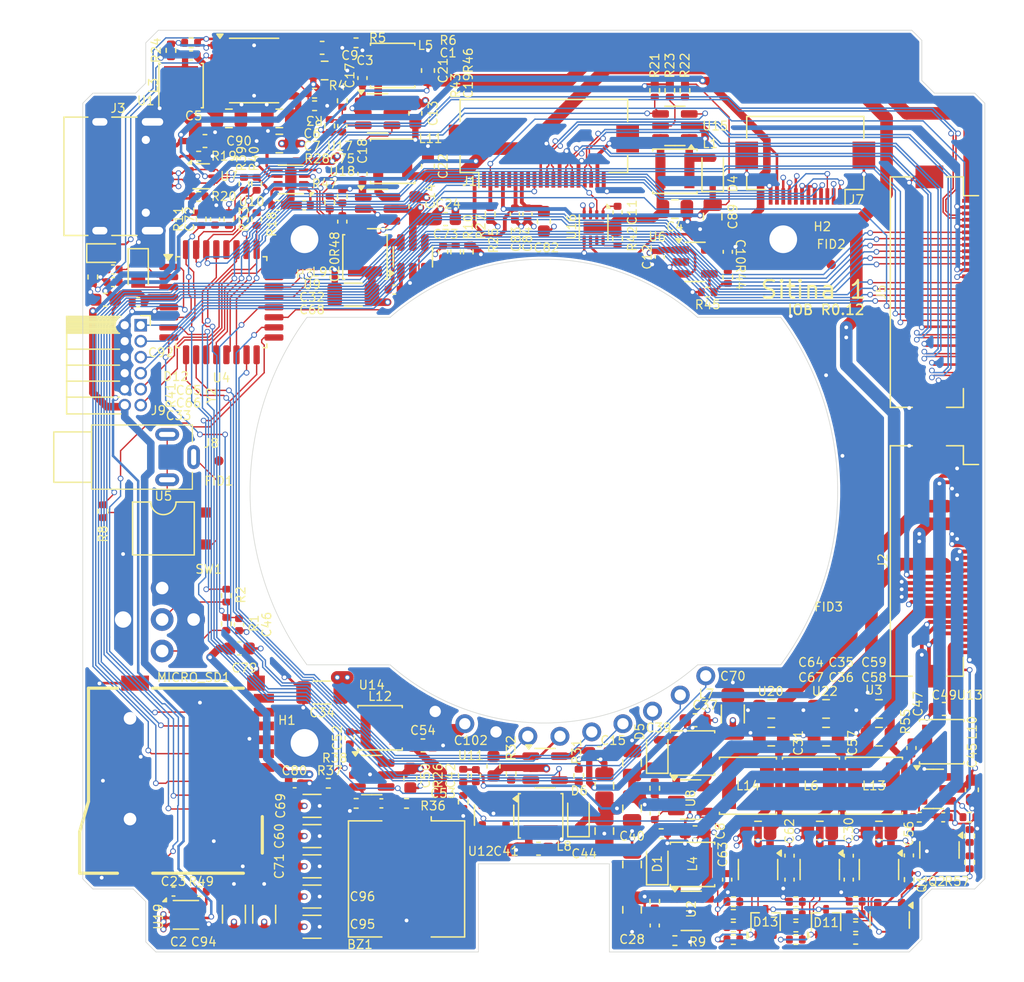
<source format=kicad_pcb>
(kicad_pcb (version 20240108) (generator "pcbnew") (generator_version "8.0")
  (title_block (title "Sitina 1 IO Board") (date "2024-10-08") (rev "R0.12") (company "Copyright 2024 Wenting Zhang") (comment 2 "MERCHANTABILITY, SATISFACTORY QUALITY AND FITNESS FOR A PARTICULAR PURPOSE.") (comment 3 "This source is distributed WITHOUT ANY EXPRESS OR IMPLIED WARRANTY, INCLUDING OF") (comment 4 "This source describes Open Hardware and is licensed under the CERN-OHL-S v2."))
  (layers (0 "F.Cu" signal) (1 "In1.Cu" power) (2 "In2.Cu" mixed) (31 "B.Cu" signal) (34 "B.Paste" user) (35 "F.Paste" user) (36 "B.SilkS" user "B.Silkscreen") (37 "F.SilkS" user "F.Silkscreen") (38 "B.Mask" user) (39 "F.Mask" user) (44 "Edge.Cuts" user))
  (net 0 "")
  (net 1 "Net-(U1-BST)")
  (net 2 "GND")
  (net 3 "+BATT")
  (net 4 "+3V3")
  (net 5 "Net-(U1-SW)")
  (net 6 "+BLPWR")
  (net 7 "Net-(U1-VOUT)")
  (net 8 "+CCD_PWR")
  (net 9 "Net-(U1-VCC)")
  (net 10 "Net-(U16-SS)")
  (net 11 "Net-(U17-SW)")
  (net 12 "+RTC")
  (net 13 "Net-(U17-BS)")
  (net 14 "Net-(U18-BS)")
  (net 15 "Net-(U18-SW)")
  (net 16 "Net-(U17-FB)")
  (net 17 "Net-(U18-FB)")
  (net 18 "+1V8")
  (net 19 "Net-(U19-SS)")
  (net 20 "-9VD")
  (net 21 "+16VA")
  (net 22 "Net-(U2-FB)")
  (net 23 "+8VD")
  (net 24 "Net-(U22-BOOT)")
  (net 25 "/lcd/LEDA")
  (net 26 "Net-(U3-SW)")
  (net 27 "Net-(D4-A)")
  (net 28 "Net-(U3-FB)")
  (net 29 "+HV_LENS")
  (net 30 "+22V")
  (net 31 "Net-(R1-Pad2)")
  (net 32 "Net-(SW1-A)")
  (net 33 "Net-(U13-BS)")
  (net 34 "I2C1_SCL")
  (net 35 "I2C1_SDA")
  (net 36 "Net-(U13-SW)")
  (net 37 "Net-(U13-FB)")
  (net 38 "Net-(U14-SW)")
  (net 39 "Net-(U14-BS)")
  (net 40 "+5VD")
  (net 41 "Net-(U14-FB)")
  (net 42 "Net-(U20-SW)")
  (net 43 "-4VD")
  (net 44 "Net-(U22-SW)")
  (net 45 "Net-(U20-FB)")
  (net 46 "Net-(U8-FB)")
  (net 47 "Net-(U22-FB)")
  (net 48 "+2VD")
  (net 51 "Net-(U3-BOOT)")
  (net 52 "Net-(U20-BOOT)")
  (net 53 "-8VA")
  (net 54 "Net-(U9-SW)")
  (net 55 "Net-(U9-BS)")
  (net 56 "Net-(U9-FB)")
  (net 57 "Net-(U10-SS)")
  (net 59 "MIPI_CKN")
  (net 60 "MIPI_D1N")
  (net 61 "MIPI_D1P")
  (net 63 "MIPI_CKP")
  (net 64 "MIPI_D0P")
  (net 65 "MIPI_D0N")
  (net 68 "USB_DP")
  (net 69 "FPGA_TCK")
  (net 70 "FPGA_TDO")
  (net 71 "DCDC_EN")
  (net 72 "FPGA_TDI")
  (net 73 "SDIO_CLK")
  (net 74 "FPGA_TMS")
  (net 75 "SDIO_DAT2")
  (net 76 "SDIO_CMD")
  (net 77 "SDIO_DAT0")
  (net 78 "PS_POR_B")
  (net 79 "SDIO_DAT1")
  (net 80 "SDIO_DAT3")
  (net 81 "GRIP_MOSI")
  (net 82 "GRIP_MISO")
  (net 83 "GRIP_CS")
  (net 84 "GRIP_SCK")
  (net 85 "Net-(D5-A)")
  (net 86 "Net-(D6-A)")
  (net 87 "Net-(Q1-D)")
  (net 88 "FLASH_SYNC")
  (net 89 "Net-(D11-Pad1)")
  (net 90 "Net-(D11-Pad2)")
  (net 91 "CCD_POWEREN")
  (net 92 "Net-(D12-A)")
  (net 93 "Net-(D12-K)")
  (net 94 "Net-(D13-Pad1)")
  (net 95 "LCD_RST")
  (net 96 "MCU_BOOT")
  (net 97 "Net-(Q1-G)")
  (net 98 "/mcu/BEEPER")
  (net 99 "Net-(Q2-B)")
  (net 100 "/lcd/LEDK")
  (net 101 "Net-(U1-VHOLD)")
  (net 102 "Net-(U4-NRST)")
  (net 103 "Net-(U1-ISET)")
  (net 104 "Net-(U1-EN{slash}NTC)")
  (net 105 "Net-(U15-OVP)")
  (net 106 "Net-(U10-DIS)")
  (net 107 "Net-(U16-DIS)")
  (net 108 "Net-(U6-ADJ)")
  (net 109 "Net-(U19-DIS)")
  (net 110 "/ccd_power/EN_N8V")
  (net 111 "/ccd_power/EN_N4V")
  (net 112 "+5VP")
  (net 113 "Net-(J3-CC1)")
  (net 114 "Net-(BZ1-+)")
  (net 115 "Net-(J3-CC2)")
  (net 116 "/ccd_power/EN_N9V")
  (net 117 "PWR_ON")
  (net 118 "LCD_PWM")
  (net 120 "LENS_5V_EN")
  (net 121 "FLASH_SYNC_S")
  (net 122 "FLASH_SYNC_T")
  (net 123 "Net-(R8-Pad2)")
  (net 124 "+3V3_LENS")
  (net 125 "LENS_BAT_EN")
  (net 126 "BODY_CS_LENS")
  (net 127 "LENS_CS_BODY")
  (net 128 "LENS_DET")
  (net 129 "LENS_TXD")
  (net 130 "Net-(D1-A)")
  (net 131 "MCU_SWDIO")
  (net 132 "BODY_VD_LENS")
  (net 133 "LENS_RXD")
  (net 135 "LENS_PWR_EN")
  (net 136 "Net-(U11-SET)")
  (net 137 "Net-(U12-FB)")
  (net 139 "Net-(U4-PC14)")
  (net 140 "Net-(U4-PC15)")
  (net 142 "MCU_RST")
  (net 143 "PWRON")
  (net 144 "PWRLED")
  (net 146 "USB_DN")
  (footprint "Resistor_SMD:R_0402_1005Metric" (layer "F.Cu") (at 130 116.6 -90)
    (property "Reference" "R8")
    (property "Value" "200R")
  )
  (footprint "Resistor_SMD:R_0402_1005Metric" (layer "F.Cu") (at 180.04 147.6175 180)
    (property "Reference" "R51" (hide yes))
    (property "Value" "510K/1%")
  )
  (footprint "Package_TO_SOT_SMD:SOT-23-6" (layer "F.Cu") (at 182 145.0575 -90)
    (property "Reference" "U20")
    (property "Value" "TPS54302")
  )
  (footprint "Capacitor_SMD:C_1206_3216Metric" (layer "F.Cu") (at 147.4 131 180)
    (property "Reference" "C34")
    (property "Value" "22uF/25V")
  )
  (footprint "Resistor_SMD:R_0402_1005Metric" (layer "F.Cu") (at 167.765 137.6 -90)
    (property "Reference" "R31")
    (property "Value" "10K")
  )
  (footprint "Capacitor_SMD:C_1206_3216Metric" (layer "F.Cu") (at 180 132.7 90)
    (property "Reference" "C70")
    (property "Value" "22uF/25V")
  )
  (footprint "Connector_PinSocket_1.27mm:PinSocket_2x06_P1.27mm_Horizontal" (layer "F.Cu") (at 133 101.825)
    (property "Reference" "J9")
    (property "Value" "Conn_02x06_Odd_Even")
  )
  (footprint "Capacitor_SMD:C_0402_1005Metric" (layer "F.Cu") (at 189.2 145.8575 -90)
    (property "Reference" "C57")
    (property "Value" "18pF")
  )
  (footprint "Package_TO_SOT_SMD:SOT-23-5" (layer "F.Cu") (at 176.7 148.335)
    (property "Reference" "U2")
    (property "Value" "LGS6302B5")
  )
  (footprint "Capacitor_SMD:C_0603_1608Metric" (layer "F.Cu") (at 198.975 138.725 90)
    (property "Reference" "C45")
    (property "Value" "10uF/10V")
  )
  (footprint "Capacitor_SMD:C_0402_1005Metric" (layer "F.Cu") (at 152.1 139.8)
    (property "Reference" "C53")
    (property "Value" "18pF")
  )
  (footprint "Resistor_SMD:R_0402_1005Metric" (layer "F.Cu") (at 149 91.6 -90)
    (property "Reference" "R48")
    (property "Value" "150K/1%")
  )
  (footprint "Resistor_SMD:R_0402_1005Metric" (layer "F.Cu") (at 147.89 138.2 180)
    (property "Reference" "R37")
    (property "Value" "1K")
  )
  (footprint "Resistor_SMD:R_0402_1005Metric" (layer "F.Cu") (at 137 79.4 180)
    (property "Reference" "R6")
    (property "Value" "100K/1%")
  )
  (footprint "Capacitor_SMD:C_0805_2012Metric" (layer "F.Cu") (at 175.4 92.6 180)
    (property "Reference" "C4")
    (property "Value" "10uF/25V")
  )
  (footprint "Inductor_SMD:L_Changjiang_FNR3012S" (layer "F.Cu") (at 196.575 134.9)
    (property "Reference" "L10")
    (property "Value" "WPN3012H4R7MT")
  )
  (footprint "Resistor_SMD:R_0402_1005Metric" (layer "F.Cu") (at 173.8 138.6 90)
    (property "Reference" "R12" (hide yes))
    (property "Value" "620K/1%")
  )
  (footprint "Resistor_SMD:R_0402_1005Metric" (layer "F.Cu") (at 198.775 140.9)
    (property "Reference" "R30" (hide yes))
    (property "Value" "510K/1%")
  )
  (footprint "footprints:MFP4_3.85x4.4" (layer "F.Cu") (at 134.8 117.97)
    (property "Reference" "U5")
    (property "Value" "FODM3023")
  )
  (footprint "Capacitor_SMD:C_0402_1005Metric" (layer "F.Cu") (at 184.5 143.9575 -90)
    (property "Reference" "C62")
    (property "Value" "100nF")
  )
  (footprint "Capacitor_SMD:C_0603_1608Metric" (layer "F.Cu") (at 177 133.2)
    (property "Reference" "C37")
    (property "Value" "10uF/10V")
  )
  (footprint "Package_TO_SOT_SMD:TSOT-23-6" (layer "F.Cu") (at 195.9125 138.65)
    (property "Reference" "U13")
    (property "Value" "SY8113")
  )
  (footprint "Capacitor_SMD:C_0603_1608Metric" (layer "F.Cu") (at 155.8 89.2 -90)
    (property "Reference" "C22")
    (property "Value" "10uF/10V")
  )
  (footprint "LED_SMD:LED_0603_1608Metric" (layer "F.Cu") (at 130.2 96.1)
    (property "Reference" "D12")
    (property "Value" "LED")
  )
  (footprint "Capacitor_SMD:C_0402_1005Metric" (layer "F.Cu") (at 140.8 125.6 -90)
    (property "Reference" "C46")
    (property "Value" "1uF")
  )
  (footprint "Resistor_SMD:R_0402_1005Metric" (layer "F.Cu") (at 173.8 147.59 90)
    (property "Reference" "R7" (hide yes))
    (property "Value" "620K/1%")
  )
  (footprint "Inductor_SMD:L_Changjiang_FNR3012S" (layer "F.Cu") (at 176.8 135.8 180)
    (property "Reference" "L7")
    (property "Value" "WPN3012H4R7MT")
  )
  (footprint "Resistor_SMD:R_0402_1005Metric" (layer "F.Cu") (at 175 83.2 90)
    (property "Reference" "R23")
    (property "Value" "10K")
  )
  (footprint "Fiducial:Fiducial_0.75mm_Mask1.5mm" (layer "F.Cu") (at 187.6 125.8 180)
    (property "Reference" "FID3")
    (property "Value" "Fiducial")
  )
  (footprint "Inductor_SMD:L_Changjiang_FNR3012S" (layer "F.Cu") (at 176.8 144.65 180)
    (property "Reference" "L4")
    (property "Value" "WPN3012H4R7MT")
  )
  (footprint "Capacitor_SMD:C_0805_2012Metric" (layer "F.Cu") (at 144 87.4)
    (property "Reference" "C7")
    (property "Value" "10uF/25V")
  )
  (footprint "Package_SO:SSOP-10-1EP_3.9x4.9mm_P1mm_EP2.1x3.3mm" (layer "F.Cu") (at 142 81.6)
    (property "Reference" "U1")
    (property "Value" "LGS5522")
  )
  (footprint "Capacitor_SMD:C_0603_1608Metric" (layer "F.Cu") (at 147.4 79.8 180)
    (property "Reference" "C9")
    (property "Value" "10uF/10V")
  )
  (footprint "Package_TO_SOT_SMD:TSOT-23-6" (layer "F.Cu") (at 151.8 85)
    (property "Reference" "U17")
    (property "Value" "SY8113")
  )
  (footprint "footprints:Jack_2.5mm_PJ_210A" (layer "F.Cu") (at 129.1 112.3 -90)
    (property "Reference" "J8")
    (property "Value" "AudioJack2")
  )
  (footprint "Inductor_SMD:L_Changjiang_FNR3012S" (layer "F.Cu") (at 153 88.8)
    (property "Reference" "L11")
    (property "Value" "WPN3012H4R7MT")
  )
  (footprint "Resistor_SMD:R_0402_1005Metric" (layer "F.Cu") (at 162.4 137.45 -90)
    (property "Reference" "R32")
    (property "Value" "10K")
  )
  (footprint "Capacitor_SMD:C_0603_1608Metric" (layer "F.Cu") (at 154.4 137.8 90)
    (property "Reference" "C50")
    (property "Value" "10uF/10V")
  )
  (footprint "Capacitor_SMD:C_0402_1005Metric" (layer "F.Cu") (at 145.22 138.2)
    (property "Reference" "C80")
    (property "Value" "100nF")
  )
  (footprint "Capacitor_SMD:C_0402_1005Metric" (layer "F.Cu") (at 150.6 89.8 -90)
    (property "Reference" "C18")
    (property "Value" "100nF")
  )
  (footprint "Capacitor_SMD:C_0402_1005Metric" (layer "F.Cu") (at 173.8 140.6 90)
    (property "Reference" "C38" (hide yes))
    (property "Value" "18pF")
  )
  (footprint "Inductor_SMD:L_Changjiang_FNR4020S" (layer "F.Cu") (at 186.2 138.4 180)
    (property "Reference" "L6")
    (property "Value" "WPN4020H100MT")
  )
  (footprint "Resistor_SMD:R_0402_1005Metric" (layer "F.Cu") (at 189.75 149.5975)
    (property "Reference" "R63" (hide yes))
    (property "Value" "100K/1%")
  )
  (footprint "Resistor_SMD:R_0402_1005Metric" (layer "F.Cu") (at 150.09 79.4 180)
    (property "Reference" "R5")
    (property "Value" "1K")
  )
  (footprint "Resistor_SMD:R_0402_1005Metric" (layer "F.Cu") (at 180.04 148.6175)
    (property "Reference" "R52" (hide yes))
    (property "Value" "36K/1%")
  )
  (footprint "Capacitor_SMD:C_0402_1005Metric" (layer "F.Cu") (at 189.2 143.9575 -90)
    (property "Reference" "C30")
    (property "Value" "100nF")
  )
  (footprint "Capacitor_SMD:C_1206_3216Metric" (layer "F.Cu") (at 146.6 142.4)
    (property "Reference" "C60")
    (property "Value" "22uF/25V")
  )
  (footprint "Crystal:Crystal_SMD_TXC_9HT11-2Pin_2.0x1.2mm_HandSoldering" (layer "F.Cu") (at 132.8 97.4 -90)
    (property "Reference" "Y2")
    (property "Value" "32.768K")
  )
  (footprint "Fiducial:Fiducial_0.75mm_Mask1.5mm" (layer "F.Cu") (at 187.8 97)
    (property "Reference" "FID2")
    (property "Value" "Fiducial")
  )
  (footprint "Package_TO_SOT_SMD:SOT-23-5" (layer "F.Cu") (at 176.65 139.495)
    (property "Reference" "U8")
    (property "Value" "LGS6302B5")
  )
  (footprint "Capacitor_SMD:C_0402_1005Metric" (layer "F.Cu") (at 145.98 92.3 180)
    (property "Reference" "C75")
    (property "Value" "100nF")
  )
  (footprint "Resistor_SMD:R_0402_1005Metric" (layer "F.Cu") (at 139.8 125.55 -90)
    (property "Reference" "R1")
    (property "Value" "1K")
  )
  (footprint "MountingHole:MountingHole_2.2mm_M2_DIN965" (layer "F.Cu") (at 146 95)
    (property "Reference" "H3")
    (property "Value" "MountingHole")
  )
  (footprint "footprints:TFC-WPAPR-08" (layer "F.Cu") (at 135.401855 138 180)
    (property "Reference" "MICRO_SD1")
    (property "Value" "MICRO_SD(TFC-WPAPR-08)")
  )
  (footprint "Capacitor_SMD:C_0402_1005Metric" (layer "F.Cu") (at 163.7 93 -90)
    (property "Reference" "C84")
    (property "Value" "100nF")
  )
  (footprint "Capacitor_SMD:C_0603_1608Metric" (layer "F.Cu") (at 154.8 85 90)
    (property "Reference" "C13")
    (property "Value" "10uF/10V")
  )
  (footprint "Capacitor_SMD:C_0805_2012Metric" (layer "F.Cu") (at 172 144.65 -90)
    (property "Reference" "C27" (hide yes))
    (property "Value" "4.7uF/50V")
  )
  (footprint "Capacitor_SMD:C_0805_2012Metric" (layer "F.Cu") (at 183.05 134.5 180)
    (property "Reference" "C67")
    (property "Value" "4.7uF/50V")
  )
  (footprint "Capacitor_SMD:C_0402_1005Metric" (layer "F.Cu") (at 170.85 92.8625 -90)
    (property "Reference" "C11")
    (property "Value" "100nF")
  )
  (footprint "Capacitor_SMD:C_0603_1608Metric" (layer "F.Cu") (at 169.4 135.8)
    (property "Reference" "C15")
    (property "Value" "22uF/6.3V")
  )
  (footprint "Capacitor_SMD:C_0402_1005Metric" (layer "F.Cu") (at 149.6 134.6 -90)
    (property "Reference" "C52")
    (property "Value" "100nF")
  )
  (footprint "Inductor_SMD:L_Changjiang_FNR3012S" (layer "F.Cu") (at 175.4 89.6)
    (property "Reference" "L1")
    (property "Value" "WPN3012H4R7MT")
  )
  (footprint "Resistor_SMD:R_0402_1005Metric" (layer "F.Cu") (at 139.8 123.3 -90)
    (property "Reference" "R2")
    (property "Value" "1K")
  )
  (footprint "Capacitor_SMD:C_0402_1005Metric" (layer "F.Cu") (at 194.175 135.4 -90)
    (property "Reference" "C47")
    (property "Value" "100nF")
  )
  (footprint "Capacitor_SMD:C_0402_1005Metric" (layer "F.Cu") (at 130.8 98.4)
    (property "Reference" "C66")
    (property "Value" "18pF")
  )
  (footprint "Resistor_SMD:R_0402_1005Metric" (layer "F.Cu") (at 158.6 139.69 90)
    (property "Reference" "R29" (hide yes))
    (property "Value" "110K/1%")
  )
  (footprint "Capacitor_SMD:C_0805_2012Metric" (layer "F.Cu") (at 144 85.4)
    (property "Reference" "C6")
    (property "Value" "10uF/25V")
  )
  (footprint "Buzzer_Beeper:Buzzer_Murata_PKMCS0909E" (layer "F.Cu") (at 154.1 145.8 -90)
    (property "Reference" "BZ1")
    (property "Value" "Buzzer")
  )
  (footprint "MountingHole:MountingHole_2.2mm_M2_DIN965" (layer "F.Cu") (at 184 95)
    (property "Reference" "H2")
    (property "Value" "MountingHole")
  )
  (footprint "Capacitor_SMD:C_0402_1005Metric" (layer "F.Cu") (at 162.7 93 -90)
    (property "Reference" "C83")
    (property "Value" "100nF")
  )
  (footprint "Resistor_SMD:R_0402_1005Metric" (layer "F.Cu") (at 137.69 146.8)
    (property "Reference" "R49")
    (property "Value" "1K")
  )
  (footprint "Capacitor_SMD:C_0603_1608Metric" (layer "F.Cu") (at 138.1 87.2)
    (property "Reference" "C90")
    (property "Value" "10uF/10V")
  )
  (footprint "Resistor_SMD:R_0402_1005Metric" (layer "F.Cu") (at 189.75 148.5975)
    (property "Reference" "R50" (hide yes))
    (property "Value" "110K/1%")
  )
  (footprint "Resistor_SMD:R_0402_1005Metric" (layer "F.Cu") (at 173.8 83.2 90)
    (property "Reference" "R21")
    (property "Value" "10K")
  )
  (footprint "Capacitor_SMD:C_0402_1005Metric" (layer "F.Cu") (at 149 93.6 -90)
    (property "Reference" "C20")
    (property "Value" "47pF")
  )
  (footprint "Capacitor_SMD:C_0603_1608Metric" (layer "F.Cu") (at 154.8 92.4 -90)
    (property "Reference" "C14")
    (property "Value" "10uF/10V")
  )
  (footprint "Inductor_SMD:L_Changjiang_FNR3012S" (layer "F.Cu") (at 150.8 96.4 -90)
    (property "Reference" "L9")
    (property "Value" "WPN3012H4R7MT")
  )
  (footprint "Capacitor_SMD:C_0402_1005Metric" (layer "F.Cu") (at 174.2 96.4 -90)
    (property "Reference" "C12")
    (property "Value" "1uF")
  )
  (footprint "Capacitor_SMD:C_1206_3216Metric" (layer "F.Cu") (at 146.6 140)
    (property "Reference" "C69")
    (property "Value" "22uF/25V")
  )
  (footprint "Capacitor_SMD:C_0805_2012Metric" (layer "F.Cu") (at 169.8 142 90)
    (property "Reference" "C44")
    (property "Value" "4.7uF/50V")
  )
  (footprint "Diode_SMD:D_SOD-323" (layer "F.Cu") (at 174 135.8 90)
    (property "Reference" "D5")
    (property "Value" "1N5819WS")
  )
  (footprint "Resistor_SMD:R_0402_1005Metric" (layer "F.Cu") (at 185 149.6175)
    (property "Reference" "R62" (hide yes))
    (property "Value" "100K/1%")
  )
  (footprint "Resistor_SMD:R_0402_1005Metric" (layer "F.Cu") (at 194.8 140.9)
    (property "Reference" "R34" (hide yes))
    (property "Value" "220K/1%")
  )
  (footprint "Capacitor_SMD:C_0402_1005Metric" (layer "F.Cu") (at 153.12 99)
    (property "Reference" "C68")
    (property "Value" "100nF")
  )
  (footprint "Package_TO_SOT_SMD:TSOT-23-6" (layer "F.Cu") (at 154.6 96.4 90)
    (property "Reference" "U9")
    (property "Value" "SY8113")
  )
  (footprint "Resistor_SMD:R_0402_1005Metric" (layer "F.Cu") (at 159 96 -90)
    (property "Reference" "R27")
    (property "Value" "30K/1%")
  )
  (footprint "Inductor_SMD:L_Changjiang_FNR4020S" (layer "F.Cu") (at 191.2 138.4 180)
    (property "Reference" "L13")
    (property "Value" "WPN4020H100MT")
  )
  (footprint "Package_TO_SOT_SMD:SOT-23-5" (layer "F.Cu") (at 165.1 137)
    (property "Reference" "U11")
    (property "Value" "MT9700")
  )
  (footprint "Capacitor_SMD:C_0402_1005Metric" (layer "F.Cu") (at 173.8 149.5 90)
    (property "Reference" "C26" (hide yes))
    (property "Value" "18pF")
  )
  (footprint "Resistor_SMD:R_0402_1005Metric" (layer "F.Cu") (at 158.6 137.6 90)
    (property "Reference" "R26")
    (property "Value" "620K/1%")
  )
  (footprint "Resistor_SMD:R_0402_1005Metric" (layer "F.Cu") (at 174.31 142.2 180)
    (property "Reference" "R16" (hide yes))
    (property "Value" "36K/1%")
  )
  (footprint "Capacitor_SMD:C_0402_1005Metric" (layer "F.Cu") (at 196.695 140.9)
    (property "Reference" "C48" (hide yes))
    (property "Value" "18pF")
  )
  (footprint "Capacitor_SMD:C_0805_2012Metric" (layer "F.Cu") (at 172 140.2 90)
    (property "Reference" "C40")
    (property "Value" "4.7uF/50V")
  )
  (footprint "Capacitor_SMD:C_0805_2012Metric" (layer "F.Cu") (at 178.4 93.2 90)
    (property "Reference" "C89")
    (property "Value" "10uF/25V")
  )
  (footprint "Capacitor_SMD:C_0805_2012Metric" (layer "F.Cu") (at 172 136.6 -90)
    (property "Reference" "C39")
    (property "Value" "4.7uF/50V")
  )
  (footprint "Diode_SMD:D_SOD-323" (layer "F.Cu") (at 167.745 140.8375 90)
    (property "Reference" "D6")
    (property "Value" "1N5819WS")
  )
  (footprint "MountingHole:MountingHole_2.2mm_M2_DIN965" (layer "F.Cu") (at 146 135)
    (property "Reference" "H1")
    (property "Value" "MountingHole")
  )
  (footprint "footprints:Hirose_FH12-20S-0.5SH_1x20-1MP_P0.50mm_Horizontal_Reversed" (layer "F.Cu") (at 165 88.4 180)
    (property "Reference" "J1")
    (property "Value" "~")
  )
  (footprint "Capacitor_SMD:C_0402_1005Metric" (layer "F.Cu") (at 179.55 145.8575 -90)
    (property "Reference" "C63")
    (property "Value" "18pF")
  )
  (footprint "Capacitor_SMD:C_0402_1005Metric" (layer "F.Cu") (at 184.5 145.8575 -90)
    (property "Reference" "C31")
    (property "Value" "18pF")
  )
  (footprint "Resistor_SMD:R_0402_1005Metric" (layer "F.Cu") (at 198.8 144.48 90)
    (property "Reference" "R57")
    (property "Value" "5.1K/1%")
  )
  (footprint "footprints:TM-007-D1-X" (layer "F.Cu") (at 134.7 125.2 -90)
    (property "Reference" "SW1")
    (property "Value" "C725874")
  )
  (footprint "Capacitor_SMD:C_0402_1005Metric" (layer "F.Cu") (at 159.6 137.6 90)
    (property "Reference" "C42")
    (property "Value" "18pF")
  )
  (footprint "Capacitor_SMD:C_0402_1005Metric" (layer "F.Cu") (at 137 80.4 180)
    (property "Reference" "C1")
    (property "Value" "100nF")
  )
  (footprint "Capacitor_SMD:C_0402_1005Metric" (layer "F.Cu") (at 157 96 90)
    (property "Reference" "C73")
    (property "Value" "47pF")
  )
  (footprint "Resistor_SMD:R_0402_1005Metric" (layer "F.Cu") (at 178 99.2)
    (property "Reference" "R45")
    (property "Value" "150K/1%")
  )
  (footprint "Capacitor_SMD:C_0603_1608Metric" (layer "F.Cu") (at 177 142.1)
    (property "Reference" "C8")
    (property "Value" "10uF/10V")
  )
  (footprint "Connector_FFC-FPC:Hirose_FH12-12S-0.5SH_1x12-1MP_P0.50mm_Horizontal" (layer "F.Cu") (at 185.75 89.75 180)
    (property "Reference" "J7")
    (property "Value" "0.5mm Bottom Contact")
  )
  (footprint "Resistor_SMD:R_0402_1005Metric" (layer "F.Cu") (at 189.75 150.5975 180)
    (property "Reference" "R59" (hide yes))
    (property "Value" "200K/1%")
  )
  (footprint "Capacitor_SMD:C_0805_2012Metric" (layer "F.Cu") (at 169.8 138.4 -90)
    (property "Reference" "C43" (hide yes))
    (property "Value" "4.7uF/50V")
  )
  (footprint "Resistor_SMD:R_0402_1005Metric" (layer "F.Cu") (at 146.8 83.4)
    (property "Reference" "R4")
    (property "Value" "36K/1%")
  )
  (footprint "Resistor_SMD:R_0402_1005Metric" (layer "F.Cu") (at 179.6 98 90)
    (property "Reference" "R44")
    (property "Value" "240K/1%")
  )
  (footprint "Package_DFN_QFN:DFN-8-1EP_2x2mm_P0.5mm_EP0.9x1.6mm" (layer "F.Cu") (at 136.5875 148.65)
    (property "Reference" "U19")
    (property "Value" "AP22850SH8-7")
  )
  (footprint "Resistor_SMD:R_0402_1005Metric" (layer "F.Cu") (at 180.04 150.6175 180)
    (property "Reference" "R60" (hide yes))
    (property "Value" "200K/1%")
  )
  (footprint "Resistor_SMD:R_0402_1005Metric" (layer "F.Cu") (at 154.1 139.8)
    (property "Reference" "R36")
    (property "Value" "220K/1%")
  )
  (footprint "Resistor_SMD:R_0402_1005Metric" (layer "F.Cu") (at 198.8 142.39 -90)
    (property "Reference" "R56" (hide yes))
    (property "Value" "5.1K/1%")
  )
  (footprint "Resistor_SMD:R_0402_1005Metric" (layer "F.Cu") (at 185 148.6175)
    (property "Reference" "R14" (hide yes))
    (property "Value" "49.9K/1%")
  )
  (footprint "Capacitor_SMD:C_0805_2012Metric" (layer "F.Cu") (at 147.6 81.6 180)
    (property "Reference" "C3")
    (property "Value" "10uF/25V")
  )
  (footprint "Capacitor_SMD:C_0603_1608Metric" (layer "F.Cu") (at 157.2 93.4 180)
    (property "Reference" "C24")
    (property "Value" "10uF/10V")
  )
  (footprint "Package_TO_SOT_SMD:SOT-666" (layer "F.Cu") (at 137.8 90)
    (property "Reference" "U7")
    (property "Value" "USBLC6-2P6")
  )
  (footprint "Capacitor_SMD:C_0402_1005Metric" (layer "F.Cu") (at 132.8 100 180)
    (property "Reference" "C92")
    (property "Value" "100nF")
  )
  (footprint "Capacitor_SMD:C_0402_1005Metric" (layer "F.Cu") (at 193.972446 143.931038 -90)
    (property "Reference" "C56")
    (property "Value" "100nF")
  )
  (footprint "Package_TO_SOT_SMD:TSOT-23-6" (layer "F.Cu") (at 151.3375 137.55)
    (property "Reference" "U14")
    (property "Value" "SY8113")
  )
  (footprint "Resistor_SMD:R_0402_1005Metric" (layer "F.Cu") (at 146.8 84.4 180)
    (property "Reference" "R3")
    (property "Value" "10K")
  )
  (footprint "Connector_FFC-FPC:Hirose_FH12-30S-0.5SH_1x30-1MP_P0.50mm_Horizontal" (layer "F.Cu") (at 197 120.55 -90)
    (property "Reference" "J2")
    (property "Value" "0.5mm Bottom Contact")
  )
  (footprint "Capacitor_SMD:C_0603_1608Metric" (layer "F.Cu") (at 161 136.85 -90)
    (property "Reference" "C102")
    (property "Value" "10uF/10V")
  )
  (footprint "Capacitor_SMD:C_0603_1608Metric" (layer "F.Cu") (at 130.2 99.8 180)
    (property "Reference" "C33")
    (property "Value" "22uF/6.3V")
  )
  (footprint "Resistor_SMD:R_0402_1005Metric" (layer "F.Cu") (at 143.9 92.3 180)
    (property "Reference" "R28")
    (property "Value" "1K")
  )
  (footprint "Fiducial:Fiducial_0.75mm_Mask1.5mm" (layer "F.Cu") (at 139.2 112.6)
    (property "Reference" "FID1")
    (property "Value" "Fiducial")
  )
  (footprint "Capacitor_SMD:C_0402_1005Metric" (layer "F.Cu") (at 179.6 96 90)
    (property "Reference" "C10")
    (property "Value" "1uF")
  )
  (footprint "Capacitor_SMD:C_0805_2012Metric" (layer "F.Cu") (at 191.6 132.3 180)
    (property "Reference" "C59")
    (property "Value" "4.7uF/50V")
  )
  (footprint "Inductor_SMD:L_Changjiang_FNR3012S" (layer "F.Cu") (at 153 81.2)
    (property "Reference" "L5")
    (property "Value" "WPN3012H4R7MT")
  )
  (footprint "Resistor_SMD:R_0402_1005Metric" (layer "F.Cu") (at 180.04 149.6175)
    (property "Reference" "R64" (hide yes))
    (property "Value" "100K/1%")
  )
  (footprint "Resistor_SMD:R_0402_1005Metric" (layer "F.Cu") (at 175.4 150.7 180)
    (property "Reference" "R9")
    (property "Value" "49.9K/1%")
  )
  (footprint "Inductor_SMD:L_Changjiang_FNR3012S" (layer "F.Cu") (at 136.2 82.8 90)
    (property "Reference" "L3")
    (property "Value" "WPN3012H4R7MT")
  )
  (footprint "Connector_USB:USB_C_Receptacle_HRO_TYPE-C-31-M-12" (layer "F.Cu") (at 130.805 90 -90)
    (property "Reference" "J3")
    (property "Value" "USB_C_Receptacle_USB2.0")
  )
  (footprint "Capacitor_SMD:C_1206_3216Metric" (layer "F.Cu") (at 140.4 148.6 90)
    (property "Reference" "C2")
    (property "Value" "22uF/25V")
  )
  (footprint "Inductor_SMD:L_Changjiang_FNR3012S" (layer "F.Cu") (at 164.745 140.7875 90)
    (property "Reference" "L8")
    (property "Value" "WPN3012H4R7MT")
  )
  (footprint "Capacitor_SMD:C_0805_2012Metric" (layer "F.Cu") (at 187.4 134.5 180)
    (property "Reference" "C36")
    (property "Value" "4.7uF/50V")
  )
  (footprint "Resistor_SMD:R_0402_1005Metric" (layer "F.Cu") (at 142.2 93.4 -90)
    (property "Reference" "R18")
    (property "Value" "10K")
  )
  (footprint "Capacitor_SMD:C_0805_2012Metric" (layer "F.Cu") (at 172 148.25 90)
    (property "Reference" "C28")
    (property "Value" "4.7uF/50V")
  )
  (footprint "Resistor_SMD:R_0402_1005Metric" (layer "F.Cu") (at 140 93.39 -90)
    (property "Reference" "R33")
    (property "Value" "1K")
  )
  (footprint "Resistor_SMD:R_0402_1005Metric" (layer "F.Cu") (at 170.85 94.9625 -90)
    (property "Reference" "R42")
    (property "Value" "1K")
  )
  (footprint "Package_TO_SOT_SMD:SOT-323_SC-70" (layer "F.Cu") (at 187.4 149.2175 90)
    (property "Reference" "D11")
    (property "Value" "BAT54AW")
  )
  (footprint "Resistor_SMD:R_0402_1005Metric" (layer "F.Cu") (at 189.75 147.5975 180)
    (property "Reference" "R15" (hide yes))
    (property "Value" "620K/1%")
  )
  (footprint "Resistor_SMD:R_0402_1005Metric" (layer "F.Cu") (at 142.2 90.6 -90)
    (property "Reference" "R40")
    (property "Value" "2K")
  )
  (footprint "Package_TO_SOT_SMD:SOT-23-6" (layer "F.Cu") (at 191.6 145.0575 -90)
    (property "Reference" "U3")
    (property "Value" "TPS54302")
  )
  (footprint "Capacitor_SMD:C_1206_3216Metric" (layer "F.Cu") (at 149.875 99.4 180)
    (property "Reference" "C32")
    (property "Value" "22uF/25V")
  )
  (footprint "Capacitor_SMD:C_0805_2012Metric" (layer "F.Cu") (at 191.6 134.5 180)
    (property "Reference" "C58")
    (property "Value" "4.7uF/50V")
  )
  (footprint "Resistor_SMD:R_0402_1005Metric" (layer "F.Cu") (at 185 147.6175 180)
    (property "Reference" "R13" (hide yes))
    (property "Value" "620K/1%")
  )
  (footprint "Capacitor_SMD:C_0805_2012Metric" (layer "F.Cu") (at 182 141.9575 180)
    (property "Reference" "C61" (hide yes))
    (property "Value" "4.7uF/50V")
  )
  (footprint "Capacitor_SMD:C_0805_2012Metric" (layer "F.Cu") (at 140 85.4 180)
    (property "Reference" "C5")
    (property "Value" "10uF/25V")
  )
  (footprint "Capacitor_SMD:C_1206_3216Metric" (layer "F.Cu") (at 146.6 144.8)
    (property "Reference" "C71")
    (property "Value" "22uF/25V")
  )
  (footprint "Capacitor_SMD:C_1206_3216Metric" (layer "F.Cu") (at 146.6 149.6)
    (property "Reference" "C95")
    (property "Value" "22uF/25V")
  )
  (footprint "Resistor_SMD:R_0402_1005Metric" (layer "F.Cu") (at 150.1 139.8)
    (property "Reference" "R38")
    (property "Value" "30K/1%")
  )
  (footprint "Resistor_SMD:R_0402_1005Metric" (layer "F.Cu") (at 141.2 90.6 -90)
    (property "Reference" "R39")
    (property "Value" "2K")
  )
  (footprint "Package_TO_SOT_SMD:SOT-23" (layer "F.Cu") (at 192.45 149.06 -90)
    (property "Reference" "Q1")
    (property "Value" "AO3401A")
  )
  (footprint "Resistor_SMD:R_0402_1005Metric" (layer "F.Cu") (at 149 84 -90)
    (property "Reference" "R46")
    (property "Value" "110K/1%")
  )
  (footprint "Capacitor_SMD:C_0402_1005Metric" (layer "F.Cu") (at 150.6 82.2 -90)
    (property "Reference" "C17")
    (property "Value" "100nF")
  )
  (footprint "Capacitor_SMD:C_0805_2012Metric" (layer "F.Cu") (at 187.4 132.3 180)
    (property "Reference" "C35")
    (property "Value" "4.7uF/50V")
  )
  (footprint "Resistor_SMD:R_0402_1005Metric" (layer "F.Cu") (at 137.6 88.4)
    (property "Reference" "R19")
    (property "Value" "5.1K/1%")
  )
  (footprint "Resistor_SMD:R_0402_1005Metric" (layer "F.Cu") (at 148 92.09 -90)
    (property "Reference" "R47")
    (property "Value" "680K/1%")
  )
  (footprint "Diode_SMD:D_SOD-323" (layer "F.Cu") (at 174 144.65 90)
    (property "Reference" "D1")
    (property "Value" "1N5819WS")
  )
  (footprint "Capacitor_SMD:C_0603_1608Metric" (layer "F.Cu") (at 155.4 135.2 180)
    (property "Reference" "C54")
    (property "Value" "10uF/10V")
  )
  (footprint "Capacitor_SMD:C_0603_1608Metric" (layer "F.Cu") (at 196.775 132.3)
    (property "Reference" "C49")
    (property "Value" "10uF/10V")
  )
  (footprint "Diode_SMD:D_SOD-323" (layer "F.Cu") (at 178.4 89.6 90)
    (property "Reference" "D4")
    (property "Value" "1N5819WS")
  )
  (footprint "Capacitor_SMD:C_0603_1608Metric" (layer "F.Cu") (at 140.825 127.5)
    (property "Reference" "C79")
    (property "Value" "22uF/6.3V")
  )
  (footprint "Package_TO_SOT_SMD:SOT-23-6" (layer "F.Cu") (at 175.4 86 180)
    (property "Reference" "U15")
    (property "Value" "LGS63032B6")
  )
  (footprint "Capacitor_SMD:C_0603_1608Metric" (layer "F.Cu") (at 155.8 81.6 -90)
    (property "Reference" "C21")
    (property "Value" "10uF/10V")
  )
  (footprint "Capacitor_SMD:C_0805_2012Metric" (layer "F.Cu") (at 183.05 132.3 180)
    (property "Reference" "C64")
    (property "Value" "4.7uF/50V")
  )
  (footprint "Inductor_SMD:L_Changjiang_FNR3012S" (layer "F.Cu") (at 152 133.8)
    (property "Reference" "L12")
    (property "Value" "WPN3012H4R7MT")
  )
  (footprint "Resistor_SMD:R_0402_1005Metric" (layer "F.Cu") (at 137.6 91.6)
    (property "Reference" "R20")
    (property "Value" "5.1K/1%")
  )
  (footprint "Resistor_SMD:R_0402_1005Metric" (layer "F.Cu") (at 176.2 83.2 -90)
    (property "Reference" "R22")
    (property "Value" "240K/1%")
  )
  (footprint "Capacitor_SMD:C_1206_3216Metric" (layer "F.Cu") (at 146.6 147.2)
    (property "Reference" "C96")
    (property "Value" "22uF/25V")
  )
  (footprint "Resistor_SMD:R_0402_1005Metric" (layer "F.Cu") (at 194 145.8575 90)
    (property "Reference" "R55")
    (property "Value" "100K/1%")
  )
  (footprint "Package_TO_SOT_SMD:SOT-23" (layer "F.Cu") (at 196.4 143.5 -90)
    (property "Reference" "Q2")
    (property "Value" "S8050")
  )
  (footprint "Resistor_SMD:R_0402_1005Metric" (layer "F.Cu") (at 137.8 93.4 -90)
    (property "Reference" "R11")
    (property "Value" "10K")
  )
  (footprint "Package_TO_SOT_SMD:SOT-323_SC-70" (layer "F.Cu") (at 182.6 149.2175 90)
    (property "Reference" "D13")
    (property "Value" "BAT54AW")
  )
  (footprint "Capacitor_SMD:C_0402_1005Metric" (layer "F.Cu") (at 135.6 146.8)
    (property "Reference" "C23")
    (property "Value" "100nF")
  )
  (footprint "Inductor_SMD:L_Changjiang_FNR4020S" (layer "F.Cu") (at 181.2 138.4 180)
    (property "Reference" "L14")
    (property "Value" "WPN4020H100MT")
  )
  (footprint "Package_TO_SOT_SMD:SOT-23-5" (layer "F.Cu") (at 161.05 140.7375 -90)
    (property "Reference" "U12")
    (property "Value" "LGS6302B5")
  )
  (footprint "Capacitor_SMD:C_0603_1608Metric" (layer "F.Cu") (at 165 93.575 90)
    (property "Reference" "C82")
    (property "Value" "10uF/10V")
  )
  (footprint "Capacitor_SMD:C_0603_1608Metric" (layer "F.Cu") (at 164.575 143.4 180)
    (property "Reference" "C41")
    (property "Value" "10uF/10V")
  )
  (footprint "Package_TO_SOT_SMD:TSOT-23-6" (layer "F.Cu") (at 151.8 92.6)
    (property "Reference" "U18")
    (property "Value" "SY8113")
  )
  (footprint "Package_TO_SOT_SMD:SOT-23-5" (layer "F.Cu") (at 177 96.8)
    (property "Reference" "U6")
    (property "Value" "AP2205-W5-7")
  )
  (footprint "Resistor_SMD:R_0402_1005Metric" (layer "F.Cu") (at 148 86 -90)
    (property "Reference" "R43")
    (property "Value" "220K/1%")
  )
  (footprint "Capacitor_SMD:C_1206_3216Metric" (layer "F.Cu") (at 142.8 148.6 90)
    (property "Reference" "C94")
    (property "Value" "22uF/25V")
  )
  (footprint "Package_DFN_QFN:DFN-8-1EP_2x2mm_P0.5mm_EP0.9x1.6mm" (layer "F.Cu") (at 168.95 94.0625 -90)
    (property "Reference" "U16")
    (property "Value" "AP22850SH8-7")
  )
  (footprint "Package_TO_SOT_SMD:SOT-23-6" (layer "F.Cu") (at 186.9 145.0575 -90)
    (property "Reference" "U22")
    (property "Value" "TPS54302")
  )
  (footprint "Resistor_SMD:R_0402_1005Metric" (layer "F.Cu") (at 135.4 80 90)
    (property "Reference" "R24")
    (property "Value" "100K/1%")
  )
  (footprint "Connector_FFC-FPC:Hirose_FH12-30S-0.5SH_1x30-1MP_P0.50mm_Horizontal" (layer "F.Cu") (at 197 99.2 -90)
    (property "Reference" "J5")
    (property "Value" "0.5mm Bottom Contact")
  )
  (footprint "Resistor_SMD:R_0402_1005Metric" (layer "F.Cu") (at 158 96 90)
    (property "Reference" "R10")
    (property "Value" "220K/1%")
  )
  (footprint "Resistor_SMD:R_0402_1005Metric" (layer "F.Cu") (at 185 150.6175 180)
    (property "Reference" "R58" (hide yes))
    (property "Value" "200K/1%")
  )
  (footprint "Package_QFP:LQFP-32_7x7mm_P0.8mm" (layer "F.Cu") (at 139.4 100)
    (property "Reference" "U4")
    (property "Value" "STM32G030K6Tx")
  )
  (footprint "Capacitor_SMD:C_0805_2012Metric" (layer "F.Cu") (at 186.9 141.9575 180)
    (property "Reference" "C29" (hide yes))
    (property "Value" "4.7uF/50V")
  )
  (footprint "Resistor_SMD:R_0402_1005Metric" (layer "F.Cu") (at 160.74 93 -90)
    (property "Reference" "R25")
    (property "Value" "4.99R")
  )
  (footprint "Capacitor_SMD:C_0805_2012Metric" (layer "F.Cu") (at 191.6 141.9575 180)
    (property "Reference" "C55" (hide yes))
    (property "Value" "4.7uF/50V")
  )
  (footprint "Capacitor_SMD:C_0402_1005Metric" (layer "F.Cu") (at 149 86 -90)
    (property "Reference" "C19")
    (property "Value" "47pF")
  )
  (footprint "Capacitor_SMD:C_0402_1005Metric" (layer "F.Cu") (at 130.8 97.4)
    (property "Reference" "C65")
    (property "Value" "18pF")
  )
  (footprint "Resistor_SMD:R_0402_1005Metric" (layer "F.Cu") (at 129.2 98 90)
    (property "Reference" "R41")
    (property "Value" "2K")
  )
  (footprint "Capacitor_SMD:C_0402_1005Metric" (layer "F.Cu") (at 138.9 93.4 -90)
    (property "Reference" "C72")
    (property "Value" "100nF")
  )
  (footprint "Package_DFN_QFN:DFN-8-1EP_2x2mm_P0.5mm_EP0.9x1.6mm" (layer "F.Cu") (at 144.9125 90.25 180)
    (property "Reference" "U10")
    (property "Value" "AP22850SH8-7")
  )
  (footprint "footprints:YZP0652-15072-01" (layer "B.Cu") (at 156.375 132.5 180)
    (property "Reference" "J12" (hide yes))
    (property "Value" "LensMount")
  )
  (footprint "footprints:YZP0652-15072-01" (layer "B.Cu") (at 158.725 133.475 180)
    (property "Reference" "J13" (hide yes))
    (property "Value" "LensMount")
  )
  (footprint "footprints:YZP0652-15072-01" (layer "B.Cu") (at 161.2 134.125 180)
    (property "Reference" "J14" (hide yes))
    (property "Value" "LensMount")
  )
  (footprint "footprints:YZP0652-15072-01" (layer "B.Cu") (at 166.275 134.475 180)
    (property "Reference" "J16" (hide yes))
    (property "Value" "LensMount")
  )
  (footprint "footprints:YZP0652-15072-01" (layer "B.Cu") (at 175.825 131.2 180)
    (property "Reference" "J20" (hide yes))
    (property "Value" "LensMount")
  )
  (footprint "footprints:YZP0652-15072-01" (layer "B.Cu") (at 171.275 133.475 180)
    (property "Reference" "J18" (hide yes))
    (property "Value" "LensMount")
  )
  (footprint "footprints:YZP0652-15072-01" (layer "B.Cu") (at 168.8 134.125 180)
    (property "Reference" "J17" (hide yes))
    (property "Value" "LensMount")
  )
  (footprint "footprints:YZP0652-15072-01" (layer "B.Cu") (at 173.625 132.475 180)
    (property "Reference" "J19" (hide yes))
    (property "Value" "LensMount")
  )
  (footprint "footprints:YZP0652-15072-01" (layer "B.Cu") (at 177.85 129.675 180)
    (property "Reference" "J21" (hide yes))
    (property "Value" "LensMount")
  )
  (footprint "footprints:YZP0652-15072-01" (layer "B.Cu") (at 163.725 134.475 180)
    (property "Reference" "J15" (hide yes))
    (property "Value" "LensMount")
  )
  (gr_line (start 159.8 151.6) (end 134.2 151.6) (stroke (width 0.05)) (layer "Edge.Cuts"))
  (gr_line (start 194.2 78.4) (end 134.4 78.4) (stroke (width 0.05)) (layer "Edge.Cuts"))
  (gr_arc (start 183.799999 101.2) (mid 188.321234 115) (end 183.799999 128.799999) (stroke (width 0.05)) (layer "Edge.Cuts"))
  (gr_line (start 195 79.2) (end 194.2 78.4) (stroke (width 0.05)) (layer "Edge.Cuts"))
  (gr_line (start 199.2 146.6) (end 200 145.8) (stroke (width 0.05)) (layer "Edge.Cuts"))
  (gr_line (start 195 147.4) (end 195.8 146.6) (stroke (width 0.05)) (layer "Edge.Cuts"))
  (gr_line (start 133.4 82.6) (end 133.4 79.4) (stroke (width 0.05)) (layer "Edge.Cuts"))
  (gr_line (start 128.4 145.8) (end 128.4 84.2) (stroke (width 0.05)) (layer "Edge.Cuts"))
  (gr_line (start 199.2 83.4) (end 200 84.2) (stroke (width 0.05)) (layer "Edge.Cuts"))
  (gr_arc (start 177.2 128.799999) (mid 165 133.419554) (end 152.800001 128.799999) (stroke (width 0.05)) (layer "Edge.Cuts"))
  (gr_line (start 159.8 144.6) (end 159.8 151.6) (stroke (width 0.05)) (layer "Edge.Cuts"))
  (gr_line (start 177.2 101.2) (end 183.799999 101.2) (stroke (width 0.05)) (layer "Edge.Cuts"))
  (gr_arc (start 152.799999 101.199999) (mid 165 96.580444) (end 177.200001 101.199999) (stroke (width 0.05)) (layer "Edge.Cuts"))
  (gr_arc (start 146.200001 128.799999) (mid 141.678766 115) (end 146.2 101.200001) (stroke (width 0.05)) (layer "Edge.Cuts"))
  (gr_line (start 129.2 146.6) (end 132.4 146.6) (stroke (width 0.05)) (layer "Edge.Cuts"))
  (gr_line (start 195 147.4) (end 195 150.6) (stroke (width 0.05)) (layer "Edge.Cuts"))
  (gr_line (start 133.4 82.6) (end 132.6 83.4) (stroke (width 0.05)) (layer "Edge.Cuts"))
  (gr_line (start 134.4 78.4) (end 133.4 79.4) (stroke (width 0.05)) (layer "Edge.Cuts"))
  (gr_line (start 199.2 83.4) (end 196 83.4) (stroke (width 0.05)) (layer "Edge.Cuts"))
  (gr_line (start 129.2 146.6) (end 128.4 145.8) (stroke (width 0.05)) (layer "Edge.Cuts"))
  (gr_line (start 195 82.4) (end 195 79.2) (stroke (width 0.05)) (layer "Edge.Cuts"))
  (gr_line (start 133.4 150.8) (end 134.2 151.6) (stroke (width 0.05)) (layer "Edge.Cuts"))
  (gr_line (start 195 82.4) (end 196 83.4) (stroke (width 0.05)) (layer "Edge.Cuts"))
  (gr_line (start 146.2 101.200001) (end 152.799999 101.199998) (stroke (width 0.05)) (layer "Edge.Cuts"))
  (gr_line (start 129.2 83.4) (end 132.6 83.4) (stroke (width 0.05)) (layer "Edge.Cuts"))
  (gr_line (start 194 151.6) (end 170.2 151.6) (stroke (width 0.05)) (layer "Edge.Cuts"))
  (gr_line (start 133.4 147.6) (end 132.4 146.6) (stroke (width 0.05)) (layer "Edge.Cuts"))
  (gr_line (start 133.4 147.6) (end 133.4 150.8) (stroke (width 0.05)) (layer "Edge.Cuts"))
  (gr_line (start 170.2 151.6) (end 170.2 144.6) (stroke (width 0.05)) (layer "Edge.Cuts"))
  (gr_line (start 177.2 128.8) (end 183.8 128.8) (stroke (width 0.05)) (layer "Edge.Cuts"))
  (gr_line (start 194 151.6) (end 195 150.6) (stroke (width 0.05)) (layer "Edge.Cuts"))
  (gr_line (start 199.2 146.6) (end 195.8 146.6) (stroke (width 0.05)) (layer "Edge.Cuts"))
  (gr_line (start 170.2 144.6) (end 159.8 144.6) (stroke (width 0.05)) (layer "Edge.Cuts"))
  (gr_line (start 200 145.8) (end 200 84.2) (stroke (width 0.05)) (layer "Edge.Cuts"))
  (gr_line (start 146.200001 128.799999) (end 152.8 128.8) (stroke (width 0.05)) (layer "Edge.Cuts"))
  (gr_line (start 129.2 83.4) (end 128.4 84.2) (stroke (width 0.05)) (layer "Edge.Cuts"))
  (gr_text "Sitina 1" (at 186.4 99 0) (layer "F.SilkS") (effects (font (size 1.4 1.4) (thickness 0.18))))
  (gr_text "IOB R0.12" (at 187.4 100.6 0) (layer "F.SilkS") (effects (font (size 0.8 0.8) (thickness 0.13))))
  (segment (start 137.48 80.58) (end 137.48 80.4) (width 0.5) (layer "F.Cu") (net 1))
  (segment (start 139.3625 81.6) (end 138.5 81.6) (width 0.5) (layer "F.Cu") (net 1))
  (segment (start 138.5 81.6) (end 137.48 80.58) (width 0.5) (layer "F.Cu") (net 1))
  (segment (start 165.35 143.4) (end 165.665 143.4) (width 0.2) (layer "F.Cu") (net 2))
  (segment (start 195.45 143.55) (end 195.4 143.6) (width 0.2) (layer "F.Cu") (net 2))
  (segment (start 198.85 101.95) (end 195.03582 101.95) (width 0.2) (layer "F.Cu") (net 2))
  (segment (start 149.59 139.8) (end 149.59 140.39) (width 0.3) (layer "F.Cu") (net 2))
  (segment (start 129.724228 130.275772) (end 129.74954 130.25046) (width 0.2) (layer "F.Cu") (net 2))
  (segment (start 140.8 126.08) (end 141.28 126.08) (width 0.2) (layer "F.Cu") (net 2))
  (segment (start 197.815 115.3) (end 197.8 115.315) (width 0.3) (layer "F.Cu") (net 2))
  (segment (start 157.975 93.4) (end 157.975 92.625) (width 0.6) (layer "F.Cu") (net 2))
  (segment (start 129.425 99.625) (end 129.425 99.8) (width 0.2) (layer "F.Cu") (net 2))
  (segment (start 154.1 150.15) (end 154.1 149.1) (width 0.2) (layer "F.Cu") (net 2))
  (segment (start 138.875 86.525) (end 138.9 86.5) (width 0.5) (layer "F.Cu") (net 2))
  (segment (start 143.05 84.35) (end 143 84.3) (width 0.5) (layer "F.Cu") (net 2))
  (segment (start 196.5 126.3) (end 196 126.8) (width 0.3) (layer "F.Cu") (net 2))
  (segment (start 179.55 146.95) (end 179.6 147) (width 0.2) (layer "F.Cu") (net 2))
  (segment (start 166.8 88) (end 166.25 88.55) (width 0.3) (layer "F.Cu") (net 2))
  (segment (start 174.82 142.945) (end 174.8 142.965) (width 0.2) (layer "F.Cu") (net 2))
  (segment (start 148.075 149.6) (end 147.2 149.6) (width 0.5) (layer "F.Cu") (net 2))
  (segment (start 148.075 147.2) (end 147.2 147.2) (width 0.5) (layer "F.Cu") (net 2))
  (segment (start 194.4 142.6575) (end 194.29 142.5475) (width 0.2) (layer "F.Cu") (net 2))
  (segment (start 198.85 115.3) (end 197.815 115.3) (width 0.3) (layer "F.Cu") (net 2))
  (segment (start 186.45 134.4) (end 186.45 132.4) (width 0.6) (layer "F.Cu") (net 2))
  (segment (start 179.6 146.8575) (end 179.6 147.5475) (width 0.2) (layer "F.Cu") (net 2))
  (segment (start 176.5375 86) (end 177.4 86) (width 0.6) (layer "F.Cu") (net 2))
  (segment (start 185.3 135.8) (end 186 135.8) (width 1) (layer "F.Cu") (net 2))
  (segment (start 169.8 136.6) (end 169.5 136.3) (width 0.5) (layer "F.Cu") (net 2))
  (segment (start 143.05 88.55) (end 143 88.6) (width 0.2) (layer "F.Cu") (net 2))
  (segment (start 189.7 138.4) (end 189.7 136.5) (width 1) (layer "F.Cu") (net 2))
  (segment (start 198.85 104.95) (end 195.95 104.95) (width 0.2) (layer "F.Cu") (net 2))
  (segment (start 164.75 87.85) (end 164.75 90.25) (width 0.2) (layer "F.Cu") (net 2))
  (segment (start 198.2 121.4) (end 197.8 121.8) (width 0.3) (layer "F.Cu") (net 2))
  (segment (start 179.7 138.4) (end 179.7 136.4) (width 1) (layer "F.Cu") (net 2))
  (segment (start 148.075 140) (end 147.2 140) (width 0.5) (layer "F.Cu") (net 2))
  (segment (start 144.715435 129.790435) (end 144.409565 129.790435) (width 0.2) (layer "F.Cu") (net 2))
  (segment (start 195.8 138.2) (end 195.8475 138.1525) (width 0.6) (layer "F.Cu") (net 2))
  (segment (start 197.9 113.3) (end 197.8 113.2) (width 0.3) (layer "F.Cu") (net 2))
  (segment (start 180.12 95.52) (end 180.2 95.6) (width 0.2) (layer "F.Cu") (net 2))
  (segment (start 198.85 118.3) (end 197.512588 118.3) (width 0.3) (layer "F.Cu") (net 2))
  (segment (start 129 99.2) (end 129.425 99.625) (width 0.2) (layer "F.Cu") (net 2))
  (segment (start 196.573563 106.45) (end 196.328563 106.205) (width 0.2) (layer "F.Cu") (net 2))
  (segment (start 198.85 106.45) (end 196.573563 106.45) (width 0.2) (layer "F.Cu") (net 2))
  (segment (start 189.24 147.4575) (end 189.2 147.4575) (width 0.2) (layer "F.Cu") (net 2))
  (segment (start 143.05 86.45) (end 143.1 86.4) (width 0.5) (layer "F.Cu") (net 2))
  (segment (start 198.975 139.5) (end 198.975 140.175) (width 0.2) (layer "F.Cu") (net 2))
  (segment (start 138.11 88.4) (end 138.7 88.4) (width 0.2) (layer "F.Cu") (net 2))
  (segment (start 172 135.65) (end 172 134.8) (width 0.5) (layer "F.Cu") (net 2))
  (segment (start 165 94.35) (end 165.44 94.35) (width 0.2) (layer "F.Cu") (net 2))
  (segment (start 175.5625 148.335) (end 176.535 148.335) (width 0.2) (layer "F.Cu") (net 2))
  (segment (start 184.22 146.3375) (end 184.6 146.3375) (width 0.2) (layer "F.Cu") (net 2))
  (segment (start 172 149.2) (end 172 150) (width 0.2) (layer "F.Cu") (net 2))
  (segment (start 129.94954 145.74954) (end 129.9 145.7) (width 0.5) (layer "F.Cu") (net 2))
  (segment (start 190.65 132.1) (end 190.65 131.05) (width 0.2) (layer "F.Cu") (net 2))
  (segment (start 161.05 139.6) (end 161.05 140.55) (width 0.3) (layer "F.Cu") (net 2))
  (segment (start 145.925 132.175) (end 145.9 132.2) (width 0.2) (layer "F.Cu") (net 2))
  (segment (start 134.69 80.51) (end 134.6 80.6) (width 0.2) (layer "F.Cu") (net 2))
  (segment (start 179.55 146.48) (end 179.55 146.95) (width 0.2) (layer "F.Cu") (net 2))
  (segment (start 158.6 140.2) (end 158.6 140.8) (width 0.3) (layer "F.Cu") (net 2))
  (segment (start 170.2 87.4) (end 169.25 88.35) (width 0.3) (layer "F.Cu") (net 2))
  (segment (start 162.7 93.49) (end 163.2 93.99) (width 0.3) (layer "F.Cu") (net 2))
  (segment (start 132.551975 145.74954) (end 129.94954 145.74954) (width 0.5) (layer "F.Cu") (net 2))
  (segment (start 163.7 93.48) (end 163.7 93.49) (width 0.3) (layer "F.Cu") (net 2))
  (segment (start 197.85 97.45) (end 197.8 97.4) (width 0.2) (layer "F.Cu") (net 2))
  (segment (start 142.85 87.2) (end 142.2 87.2) (width 0.2) (layer "F.Cu") (net 2))
  (segment (start 141.28 126.08) (end 141.4 126.2) (width 0.2) (layer "F.Cu") (net 2))
  (segment (start 186.45 132.4) (end 185.6 132.4) (width 0.3) (layer "F.Cu") (net 2))
  (segment (start 177.4 86) (end 177.79291 86.39291) (width 0.6) (layer "F.Cu") (net 2))
  (segment (start 142.775475 134.75134) (end 141.709956 134.75134) (width 0.3) (layer "F.Cu") (net 2))
  (segment (start 190 134.4) (end 189.8 134.2) (width 0.3) (layer "F.Cu") (net 2))
  (segment (start 198.85 93.95) (end 197.85 93.95) (width 0.2) (layer "F.Cu") (net 2))
  (segment (start 195.35 103.45) (end 198.85 103.45) (width 0.2) (layer "F.Cu") (net 2))
  (segment (start 176.535 148.335) (end 176.6 148.4) (width 0.2) (layer "F.Cu") (net 2))
  (segment (start 140.95 84.35) (end 141 84.3) (width 0.5) (layer "F.Cu") (net 2))
  (segment (start 184.4 147.6175) (end 184 147.2175) (width 0.2) (layer "F.Cu") (net 2))
  (segment (start 194.45 90.05) (end 193.99291 90.50709) (width 0.2) (layer "F.Cu") (net 2))
  (segment (start 176.225 133.2) (end 176.225 134.002316) (width 0.2) (layer "F.Cu") (net 2))
  (segment (start 176.225 133.2) (end 176.225 133.225) (width 0.2) (layer "F.Cu") (net 2))
  (segment (start 176.35 93.55) (end 176.4 93.6) (width 0.6) (layer "F.Cu") (net 2))
  (segment (start 195.2 137.065) (end 195.2 137.19) (width 0.2) (layer "F.Cu") (net 2))
  (segment (start 182.1 132.4) (end 181.2 132.4) (width 0.3) (layer "F.Cu") (net 2))
  (segment (start 165.665 143.4) (end 166.4 142.665) (width 0.2) (layer "F.Cu") (net 2))
  (segment (start 134.43 100.4) (end 135.225 100.4) (width 0.2) (layer "F.Cu") (net 2))
  (segment (start 180.2 135.9) (end 181.3 135.9) (width 1) (layer "F.Cu") (net 2))
  (segment (start 143.05 87.4) (end 143.05 88.55) (width 0.2) (layer "F.Cu") (net 2))
  (segment (start 157.975 92.625) (end 158 92.6) (width 0.6) (layer "F.Cu") (net 2))
  (segment (start 176.225 142.1) (end 176.225 141.175) (width 0.2) (layer "F.Cu") (net 2))
  (segment (start 142 81.6) (end 142 79.6) (width 0.5) (layer "F.Cu") (net 2))
  (segment (start 169.25 88.35) (end 169.25 90.25) (width 0.3) (layer "F.Cu") (net 2))
  (segment (start 186.443133 90.8) (end 186.493133 90.75) (width 0.2) (layer "F.Cu") (net 2))
  (segment (start 145.925 131) (end 144.715435 129.790435) (width 0.2) (layer "F.Cu") (net 2))
  (segment (start 162.4 136.94) (end 161.685 136.94) (width 0.6) (layer "F.Cu") (net 2))
  (segment (start 147.31 84.4) (end 147.8 84.4) (width 0.2) (layer "F.Cu") (net 2))
  (segment (start 176.35 92.6) (end 176.35 93.55) (width 0.6) (layer "F.Cu") (net 2))
  (segment (start 167.75 89.005003) (end 167.75 90.25) (width 0.3) (layer "F.Cu") (net 2))
  (segment (start 165.15 137) (end 163.9625 137) (width 0.6) (layer "F.Cu") (net 2))
  (segment (start 155.8 88.425) (end 155.8 87.6) (width 0.6) (layer "F.Cu") (net 2))
  (segment (start 195.95 104.95) (end 195.8 104.8) (width 0.2) (layer "F.Cu") (net 2))
  (segment (start 196 126.8) (end 195.565 127.235) (width 0.3) (layer "F.Cu") (net 2))
  (segment (start 176.174999 139.495) (end 176.6 139.920001) (width 0.2) (layer "F.Cu") (net 2))
  (segment (start 197.85 93.95) (end 197.8 94) (width 0.2) (layer "F.Cu") (net 2))
  (segment (start 182.1 134.4) (end 182.1 132.4) (width 0.6) (layer "F.Cu") (net 2))
  (segment (start 141.6 127.5) (end 142.525 127.5) (width 0.2) (layer "F.Cu") (net 2))
  (segment (start 190.65 134.4) (end 190 134.4) (width 0.3) (layer "F.Cu") (net 2))
  (segment (start 142.684965 92.499964) (end 142.294929 92.89) (width 0.2) (layer "F.Cu") (net 2))
  (segment (start 195.03582 101.95) (end 194.99291 101.99291) (width 0.2) (layer "F.Cu") (net 2))
  (segment (start 195.6 90.05) (end 194.45 90.05) (width 0.2) (layer "F.Cu") (net 2))
  (segment (start 175.91 150.7) (end 176.5 150.7) (width 0.2) (layer "F.Cu") (net 2))
  (segment (start 145.7 138.2) (end 145.71 138.21) (width 0.6) (layer "F.Cu") (net 2))
  (segment (start 141.709956 134.75134) (end 141.629308 134.670692) (width 0.3) (layer "F.Cu") (net 2))
  (segment (start 195.8475 138.1525) (end 195.8475 137.8) (width 0.6) (layer "F.Cu") (net 2))
  (segment (start 159 95.49) (end 159.29 95.49) (width 0.6) (layer "F.Cu") (net 2))
  (segment (start 131.55 119.95) (end 131.6 120) (width 0.2) (layer "F.Cu") (net 2))
  (segment (start 181.3 135.9) (end 182.1 135.1) (width 1) (layer "F.Cu") (net 2))
  (segment (start 130.32 98.4) (end 130.2 98.4) (width 0.2) (layer "F.Cu") (net 2))
  (segment (start 148.55 81.6) (end 149.4 81.6) (width 0.3) (layer "F.Cu") (net 2))
  (segment (start 195.6 111.4) (end 194 111.4) (width 0.2) (layer "F.Cu") (net 2))
  (segment (start 175 82.69) (end 173.8 82.69) (width 0.15) (layer "F.Cu") (net 2))
  (segment (start 174.82 142.2) (end 174.82 142.945) (width 0.2) (layer "F.Cu") (net 2))
  (segment (start 198.975 140.175) (end 199 140.2) (width 0.2) (layer "F.Cu") (net 2))
  (segment (start 162.7 93.48) (end 162.7 93.49) (width 0.3) (layer "F.Cu") (net 2))
  (segment (start 161.685 136.94) (end 161 137.625) (width 0.6) (layer "F.Cu") (net 2))
  (segment (start 189.12 146.3375) (end 188.6 146.8575) (width 0.2) (layer "F.Cu") (net 2))
  (segment (start 143 88.6) (end 143 87.35) (width 0.2) (layer "F.Cu") (net 2))
  (segment (start 134.1 100.73) (end 134.43 100.4) (width 0.2) (layer "F.Cu") (net 2))
  (segment (start 135.4 80.51) (end 134.69 80.51) (width 0.2) (layer "F.Cu") (net 2))
  (segment (start 199.32 141.88) (end 199.4 141.8) (width 0.2) (layer "F.Cu") (net 2))
  (segment (start 141.14784 144.84784) (end 141.1 144.8) (width 0.2) (layer "F.Cu") (net 2))
  (segment (start 186 90.8) (end 186.443133 90.8) (width 0.2) (layer "F.Cu") (net 2))
  (segment (start 160.86 93.51) (end 161.34 93.99) (width 0.3) (layer "F.Cu") (net 2))
  (segment (start 198.85 126.3) (end 196.5 126.3) (width 0.3) (layer "F.Cu") (net 2))
  (segment (start 167.765 136.84) (end 167.765 136.335) (width 0.3) (layer "F.Cu") (net 2))
  (segment (start 183 90.85) (end 182.9 90.75) (width 0.3) (layer "F.Cu") (net 2))
  (segment (start 159.29 95.49) (end 160 96.2) (width 0.6) (layer "F.Cu") (net 2))
  (segment (start 155.8 80.825) (end 155.8 80) (width 0.3) (layer "F.Cu") (net 2))
  (segment (start 198.85 92.45) (end 197.85 92.45) (width 0.2) (layer "F.Cu") (net 2))
  (segment (start 166.25 88.55) (end 166.25 90.25) (width 0.3) (layer "F.Cu") (net 2))
  (segment (start 194.165 123.8) (end 193.965 124) (width 0.3) (layer "F.Cu") (net 2))
  (segment (start 198.85 123.8) (end 194.165 123.8) (width 0.3) (layer "F.Cu") (net 2))
  (segment (start 142.150635 129.1) (end 142.150635 130.25046) (width 0.5) (layer "F.Cu") (net 2))
  (segment (start 194.05 108.35) (end 194 108.4) (width 0.2) (layer "F.Cu") (net 2))
  (segment (start 176.225 142.1) (end 174.92 142.1) (width 0.2) (layer "F.Cu") (net 2))
  (segment (start 172 141.15) (end 172 142) (width 0.2) (layer "F.Cu") (net 2))
  (segment (start 173.72 96.88) (end 173.6 97) (width 0.5) (layer "F.Cu") (net 2))
  (segment (start 149.59 140.39) (end 149.6 140.4) (width 0.3) (layer "F.Cu") (net 2))
  (segment (start 175.5125 139.495) (end 176.174999 139.495) (width 0.2) (layer "F.Cu") (net 2))
  (segment (start 196.2 121.8) (end 193.965 121.8) (width 0.3) (layer "F.Cu") (net 2))
  (segment (start 157 135.2) (end 156.175 135.2) (width 0.3) (layer "F.Cu") (net 2))
  (segment (start 142.8 147.125) (end 142.8 146.2) (width 0.5) (layer "F.Cu") (net 2))
  (segment (start 179.7 136.4) (end 180.2 135.9) (width 1) (layer "F.Cu") (net 2))
  (segment (start 143 89.2) (end 143 88.6) (width 0.2) (layer "F.Cu") (net 2))
  (segment (start 195.8 137.421248) (end 195.8 138.2) (width 0.2) (layer "F.Cu") (net 2))
  (segment (start 173.8 82.69) (end 173.145 82.69) (width 0.15) (layer "F.Cu") (net 2))
  (segment (start 189.2 146.3375) (end 189.12 146.3375) (width 0.2) (layer "F.Cu") (net 2))
  (segment (start 198.8 141.88) (end 199.32 141.88) (width 0.2) (layer "F.Cu") (net 2))
  (segment (start 150.6 79.4) (end 150.6 80) (width 0.3) (layer "F.Cu") (net 2))
  (segment (start 184 146.5575) (end 184.22 146.3375) (width 0.2) (layer "F.Cu") (net 2))
  (segment (start 186.45 135.35) (end 186.45 134.5) (width 1) (layer "F.Cu") (net 2))
  (segment (start 175.4 96.8) (end 175.8625 96.8) (width 0.2) (layer "F.Cu") (net 2))
  (segment (start 138.9 92.92) (end 138.9 92.4) (width 0.2) (layer "F.Cu") (net 2))
  (segment (start 134.85 93.25) (end 134.05 93.25) (width 0.2) (layer "F.Cu") (net 2))
  (segment (start 150.6625 92.6) (end 151.35 92.6) (width 0.2) (layer "F.Cu") (net 2))
  (segment (start 197.85 92.45) (end 197.8 92.4) (width 0.2) (layer "F.Cu") (net 2))
  (segment (start 186 91.6) (end 186 90.8) (width 0.2) (layer "F.Cu") (net 2))
  (segment (start 172 143.7) (end 172 142.6) (width 0.2) (layer "F.Cu") (net 2))
  (segment (start 131.55 119.24) (end 131.55 119.95) (width 0.2) (layer "F.Cu") (net 2))
  (segment (start 132.32 100.73) (end 132.32 100) (width 0.2) (layer "F.Cu") (net 2))
  (segment (start 151.35 92.6) (end 151.8 93.05) (width 0.2) (layer "F.Cu") (net 2))
  (segment (start 161.05 140.55) (end 161 140.6) (width 0.3) (layer "F.Cu") (net 2))
  (segment (start 198.85 97.45) (end 197.85 97.45) (width 0.2) (layer "F.Cu") (net 2))
  (segment (start 143.3 89.5) (end 143.2 89.4) (width 0.2) (layer "F.Cu") (net 2))
  (segment (start 155.625 91.625) (end 155.681335 91.681335) (width 0.6) (layer "F.Cu") (net 2))
  (segment (start 143 87.35) (end 142.85 87.2) (width 0.2) (layer "F.Cu") (net 2))
  (segment (start 176.225 142.975) (end 176.2 143) (width 0.2) (layer "F.Cu") (net 2))
  (segment (start 195.565 129.665) (end 195.6 129.7) (width 0.3) (layer "F.Cu") (net 2))
  (segment (start 169.8 142.95) (end 169.8 142.2) (width 0.2) (layer "F.Cu") (net 2))
  (segment (start 197.512588 118.3) (end 197.402518 118.41007) (width 0.3) (layer "F.Cu") (net 2))
  (segment (start 142.294929 92.89) (end 142.2 92.89) (width 0.2) (layer "F.Cu") (net 2))
  (segment (start 190.65 132.4) (end 189.8 132.4) (width 0.3) (layer "F.Cu") (net 2))
  (segment (start 198.85 114.8) (end 197.4 114.8) (width 0.3) (layer "F.Cu") (net 2))
  (segment (start 181.1 88.35) (end 181.1 89.85) (width 0.2) (layer "F.Cu") (net 2))
  (segment (start 190.65 131.05) (end 190.7 131) (width 0.2) (layer "F.Cu") (net 2))
  (segment (start 134.05 93.25) (end 133.935 93.365) (width 0.2) (layer "F.Cu") (net 2))
  (segment (start 138.9 92.4) (end 139 92.3) (width 0.2) (layer "F.Cu") (net 2))
  (segment (start 154.6 98.248456) (end 154.374228 98.474228) (width 0.2) (layer "F.Cu") (net 2))
  (segment (start 132.96 95.345) (end 132.85 95.235) (width 0.2) (layer "F.Cu") (net 2))
  (segment (start 198.85 119.3) (end 197.5 119.3) (width 0.3) (layer "F.Cu") (net 2))
  (segment (start 165.2 87.4) (end 164.75 87.85) (width 0.2) (layer "F.Cu") (net 2))
  (segment (start 140.95 85.4) (end 140.95 84.35) (width 0.5) (layer "F.Cu") (net 2))
  (segment (start 186.5 91.65) (end 186.5 90.756867) (width 0.3) (layer "F.Cu") (net 2))
  (segment (start 167.995 88.760003) (end 167.75 89.005003) (width 0.3) (layer "F.Cu") (net 2))
  (segment (start 176.225 141.175) (end 176.6 140.8) (width 0.2) (layer "F.Cu") (net 2))
  (segment (start 182.1 134.4) (end 181.6 134.4) (width 0.3) (layer "F.Cu") (net 2))
  (segment (start 176.225 134.002316) (end 176.213658 134.013658) (width 0.2) (layer "F.Cu") (net 2))
  (segment (start 138.11 91.6) (end 138.7 91.6) (width 0.2) (layer "F.Cu") (net 2))
  (segment (start 197.8 121.8) (end 196.2 121.8) (width 0.3) (layer "F.Cu") (net 2))
  (segment (start 195.565 127.235) (end 195.565 129.665) (width 0.3) (layer "F.Cu") (net 2))
  (segment (start 170.175 135.8) (end 170 135.8) (width 0.2) (layer "F.Cu") (net 2))
  (segment (start 178.4 94.15) (end 177.45 94.15) (width 0.6) (layer "F.Cu") (net 2))
  (segment (start 163.9625 137) (end 163.9025 136.94) (width 0.6) (layer "F.Cu") (net 2))
  (segment (start 184.49 147.6175) (end 184.4 147.6175) (width 0.2) (layer "F.Cu") (net 2))
  (segment (start 195.61 125.39) (end 195.4 125.6) (width 0.3) (layer "F.Cu") (net 2))
  (segment (start 150.2 137.55) (end 151.15 137.55) (width 0.2) (layer "F.Cu") (net 2))
  (segment (start 185.55 90.8) (end 185.5 90.75) (width 0.2) (layer "F.Cu") (net 2))
  (segment (start 195.45 142.5625) (end 195.45 143.55) (width 0.2) (layer "F.Cu") (net 2))
  (segment (start 148.075 142.4) (end 147.2 142.4) (width 0.5) (layer "F.Cu") (net 2))
  (segment (start 133.935 93.365) (end 133.935 94.32) (width 0.2) (layer "F.Cu") (net 2))
  (segment (start 190.4 88.35) (end 190.4 89.85) (width 0.2) (layer "F.Cu") (net 2))
  (segment (start 136.875 90) (end 137.5 90) (width 0.2) (layer "F.Cu") (net 2))
  (segment (start 163.7 93.49) (end 164.2 93.99) (width 0.3) (layer "F.Cu") (net 2))
  (segment (start 143.05 85.4) (end 143.05 84.35) (width 0.5) (layer "F.Cu") (net 2))
  (segment (start 174.974228 97.225772) (end 175.4 96.8) (width 0.2) (layer "F.Cu") (net 2))
  (segment (start 151.15 137.55) (end 151.2 137.5) (width 0.2) (layer "F.Cu") (net 2))
  (segment (start 179.6 147.5475) (end 179.53 147.6175) (width 0.2) (layer "F.Cu") (net 2))
  (segment (start 163.7 93.49) (end 163.2 93.99) (width 0.3) (layer "F.Cu") (net 2))
  (segment (start 167.765 136.335) (end 167.8 136.3) (width 0.3) (layer "F.Cu") (net 2))
  (segment (start 148.175 79.8) (end 149 79.8) (width 0.3) (layer "F.Cu") (net 2))
  (segment (start 198.85 127.8) (end 198.85 128.35) (width 0.3) (layer "F.Cu") (net 2))
  (segment (start 137.6 149.4) (end 138.4 149.4) (width 0.2) (layer "F.Cu") (net 2))
  (segment (start 186.5 90.756867) (end 186.493133 90.75) (width 0.3) (layer "F.Cu") (net 2))
  (segment (start 148.4 99.4) (end 148.4 97.4) (width 0.5) (layer "F.Cu") (net 2))
  (segment (start 186.45 134.4) (end 185.6 134.4) (width 0.3) (layer "F.Cu") (net 2))
  (segment (start 149.8 84.6) (end 150.2 85) (width 0.2) (layer "F.Cu") (net 2))
  (segment (start 150.2 85) (end 150.6625 85) (width 0.2) (layer "F.Cu") (net 2))
  (segment (start 197.5 119.3) (end 197.4 119.2) (width 0.3) (layer "F.Cu") (net 2))
  (segment (start 145.71 138.21) (end 146.4 138.21) (width 0.6) (layer "F.Cu") (net 2))
  (segment (start 179.6 95.52) (end 180.12 95.52) (width 0.2) (layer "F.Cu") (net 2))
  (segment (start 189.2 147.4575) (end 188.6 146.8575) (width 0.2) (layer "F.Cu") (net 2))
  (segment (start 134.85 86.595) (end 133.935 85.68) (width 0.2) (layer "F.Cu") (net 2))
  (segment (start 183 91.65) (end 183 90.85) (width 0.3) (layer "F.Cu") (net 2))
  (segment (start 143.05 87.4) (end 143.05 86.45) (width 0.5) (layer "F.Cu") (net 2))
  (segment (start 198.85 125.3) (end 198.76 125.39) (width 0.3) (layer "F.Cu") (net 2))
  (segment (start 198.85 118.8) (end 197.8 118.8) (width 0.3) (layer "F.Cu") (net 2))
  (segment (start 155.025 138.575) (end 155.2 138.4) (width 0.2) (layer "F.Cu") (net 2))
  (segment (start 184.7 136.4) (end 185.3 135.8) (width 1) (layer "F.Cu") (net 2))
  (segment (start 186 90.8) (end 185.55 90.8) (width 0.2) (layer "F.Cu") (net 2))
  (segment (start 196 132.3) (end 196 132.4) (width 0.3) (layer "F.Cu") (net 2))
  (segment (start 195.35 138.65) (end 195.8 138.2) (width 0.6) (layer "F.Cu") (net 2))
  (segment (start 194.29 142.5475) (end 194.29 140.7575) (width 0.2) (layer "F.Cu") (net 2))
  (segment (start 180 131.525) (end 180 130.2) (width 0.5) (layer "F.Cu") (net 2))
  (segment (start 195.723506 107.9) (end 195.623506 107.8) (width 0.3) (layer "F.Cu") (net 2))
  (segment (start 170 91.19) (end 169.75 90.94) (width 0.3) (layer "F.Cu") (net 2))
  (segment (start 198.85 128.35) (end 198.8 128.4) (width 0.3) (layer "F.Cu") (net 2))
  (segment (start 176.5 150.7) (end 176.6 150.8) (width 0.2) (layer "F.Cu") (net 2))
  (segment (start 193.965 121.8) (end 193.8 121.635) (width 0.3) (layer "F.Cu") (net 2))
  (segment (start 154.8 91.625) (end 155.625 91.625) (width 0.6) (layer "F.Cu") (net 2))
  (segment (start 129.8 98) (end 130.32 97.48) (width 0.2) (layer "F.Cu") (net 2))
  (segment (start 184.7 138.4) (end 184.7 136.4) (width 1) (layer "F.Cu") (net 2))
  (segment (start 176.225 142.1) (end 176.225 142.975) (width 0.2) (layer "F.Cu") (net 2))
  (segment (start 198.85 121.3) (end 198.3 121.3) (width 0.3) (layer "F.Cu") (net 2))
  (segment (start 177.79291 86.39291) (end 177.79291 87.00709) (width 0.6) (layer "F.Cu") (net 2))
  (segment (start 165.44 94.35) (end 165.8 93.99) (width 0.2) (layer "F.Cu") (net 2))
  (segment (start 185.5 91.65) (end 185.5 90.75) (width 0.3) (layer "F.Cu") (net 2))
  (segment (start 177.49 99.2) (end 176.8 99.2) (width 0.2) (layer "F.Cu") (net 2))
  (segment (start 143.9 89.5) (end 143.3 89.5) (width 0.2) (layer "F.Cu") (net 2))
  (segment (start 165.2 137.05) (end 165.15 137) (width 0.6) (layer "F.Cu") (net 2))
  (segment (start 195.2 137.19) (end 195.568752 137.19) (width 0.2) (layer "F.Cu") (net 2))
  (segment (start 177.45 94.15) (end 177.4 94.2) (width 0.6) (layer "F.Cu") (net 2))
  (segment (start 163.9025 136.94) (end 162.4 136.94) (width 0.6) (layer "F.Cu") (net 2))
  (segment (start 138.875 87.3) (end 138.875 86.525) (width 0.5) (layer "F.Cu") (net 2))
  (segment (start 154.4 138.575) (end 155.025 138.575) (width 0.2) (layer "F.Cu") (net 2))
  (segment (start 198.3 121.3) (end 198.2 121.4) (width 0.3) (layer "F.Cu") (net 2))
  (segment (start 195.6 127.2) (end 195.565 127.2) (width 0.3) (layer "F.Cu") (net 2))
  (segment (start 149.50233 91.09) (end 149.6 90.99233) (width 0.2) (layer "F.Cu") (net 2))
  (segment (start 186 135.8) (end 186.45 135.35) (width 1) (layer "F.Cu") (net 2))
  (segment (start 179.53 146.9275) (end 179.6 146.8575) (width 0.2) (layer "F.Cu") (net 2))
  (segment (start 149 83.49) (end 149 82.9) (width 0.2) (layer "F.Cu") (net 2))
  (segment (start 182.1 135.1) (end 182.1 134.5) (width 1) (layer "F.Cu") (net 2))
  (segment (start 169.75 90.94) (end 169.75 90.25) (width 0.3) (layer "F.Cu") (net 2))
  (segment (start 189.7 136.5) (end 190.65 135.55) (width 1) (layer "F.Cu") (net 2))
  (segment (start 176.6 139.920001) (end 176.6 140.8) (width 0.2) (layer "F.Cu") (net 2))
  (segment (start 190.65 135.55) (end 190.65 134.5) (width 1) (layer "F.Cu") (net 2))
  (segment (start 154.8 85.775) (end 154.8 87.11) (width 0.5) (layer "F.Cu") (net 2))
  (segment (start 181.6 134.4) (end 181.4 134.2) (width 0.3) (layer "F.Cu") (net 2))
  (segment (start 142.150635 144.84784) (end 141.14784 144.84784) (width 0.2) (layer "F.Cu") (net 2))
  (segment (start 145.925 131) (end 145.925 132.175) (width 0.2) (layer "F.Cu") (net 2))
  (segment (start 140.4 147.125) (end 140.4 146.2) (width 0.5) (layer "F.Cu") (net 2))
  (segment (start 169.8 137.45) (end 169.8 136.6) (width 0.5) (layer "F.Cu") (net 2))
  (segment (start 173.145 82.69) (end 173 82.835) (width 0.15) (layer "F.Cu") (net 2))
  (segment (start 142 81.6) (end 142 83.6) (width 0.5) (layer "F.Cu") (net 2))
  (segment (start 195.568752 137.19) (end 195.8 137.421248) (width 0.2) (layer "F.Cu") (net 2))
  (segment (start 195.6 108.35) (end 194.05 108.35) (width 0.2) (layer "F.Cu") (net 2))
  (segment (start 149 91.09) (end 149.50233 91.09) (width 0.2) (layer "F.Cu") (net 2))
  (segment (start 174.2 96.88) (end 173.72 96.88) (width 0.5) (layer "F.Cu") (net 2))
  (segment (start 143.2 89.4) (end 143 89.2) (width 0.2) (layer "F.Cu") (net 2))
  (segment (start 194.775 138.65) (end 195.35 138.65) (width 0.6) (layer "F.Cu") (net 2))
  (segment (start 198.85 121.8) (end 197.8 121.8) (width 0.3) (layer "F.Cu") (net 2))
  (segment (start 174.92 142.1) (end 174.82 142.2) (width 0.2) (layer "F.Cu") (net 2))
  (segment (start 154.6 97.5375) (end 154.6 98.248456) (width 0.2) (layer "F.Cu") (net 2))
  (segment (start 129.74954 130.25046) (end 132.551975 130.25046) (width 0.2) (layer "F.Cu") (net 2))
  (segment (start 196 132.4) (end 195.4 133) (width 0.3) (layer "F.Cu") (net 2))
  (segment (start 190.65 132.4) (end 190.65 134.4) (width 0.6) (layer "F.Cu") (net 2))
  (segment (start 168.2 95.075) (end 168.2 96.09) (width 0.2) (layer "F.Cu") (net 2))
  (segment (start 170 135.8) (end 169.5 136.3) (width 0.2) (layer "F.Cu") (net 2))
  (segment (start 130.32 97.48) (end 130.32 97.4) (width 0.2) (layer "F.Cu") (net 2))
  (segment (start 130.2 98.4) (end 129.8 98) (width 0.2) (layer "F.Cu") (net 2))
  (segment (start 198.85 113.3) (end 197.9 113.3) (width 0.3) (layer "F.Cu") (net 2))
  (segment (start 176.225 133.225) (end 176.8 133.8) (width 0.2) (layer "F.Cu") (net 2))
  (segment (start 196 126.8) (end 195.6 127.2) (width 0.3) (layer "F.Cu") (net 2))
  (segment (start 148.075 144.8) (end 147.2 144.8) (width 0.5) (layer "F.Cu") (net 2))
  (segment (start 134.85 86.75) (end 134.85 86.595) (width 0.2) (layer "F.Cu") (net 2))
  (segment (start 195.2 103.3) (end 195.35 103.45) (width 0.2) (layer "F.Cu") (net 2))
  (segment (start 198.76 125.39) (end 195.61 125.39) (width 0.3) (layer "F.Cu") (net 2))
  (via (at 142.2 87.2) (size 0.45) (drill 0.3) (layers "F.Cu" "B.Cu") (net 2))
  (via (at 149.8 84.6) (size 0.45) (drill 0.3) (layers "F.Cu" "B.Cu") (net 2))
  (via (at 158 92.6) (size 0.45) (drill 0.3) (layers "F.Cu" "B.Cu") (net 2))
  (via (at 134.1 100.73) (size 0.45) (drill 0.3) (layers "F.Cu" "B.Cu") (net 2))
  (via (at 173 82.835) (size 0.45) (drill 0.3) (layers "F.Cu" "B.Cu") (net 2))
  (via (at 143 84.3) (size 0.45) (drill 0.3) (layers "F.Cu" "B.Cu") (net 2))
  (via (at 176.2 143) (size 0.45) (drill 0.3) (layers "F.Cu" "B.Cu") (net 2))
  (via (at 189.8 134.2) (size 0.45) (drill 0.3) (layers "F.Cu" "B.Cu") (net 2))
  (via (at 169.5 136.3) (size 0.45) (drill 0.3) (layers "F.Cu" "B.Cu") (net 2))
  (via (at 195.4 125.6) (size 0.45) (drill 0.3) (layers "F.Cu" "B.Cu") (net 2))
  (via (at 138.8 142.8) (size 0.45) (drill 0.3) (layers "F.Cu" "B.Cu") (net 2))
  (via (at 190.4 89.85) (size 0.45) (drill 0.3) (layers "F.Cu" "B.Cu") (net 2))
  (via (at 179.6 146.8575) (size 0.45) (drill 0.3) (layers "F.Cu" "B.Cu") (net 2))
  (via (at 184.6 101.1) (size 0.45) (drill 0.3) (layers "F.Cu" "B.Cu") (net 2))
  (via (at 149 79.8) (size 0.45) (drill 0.3) (layers "F.Cu" "B.Cu") (net 2))
  (via (at 176.4 93.6) (size 0.45) (drill 0.3) (layers "F.Cu" "B.Cu") (net 2))
  (via (at 185.6 132.4) (size 0.45) (drill 0.3) (layers "F.Cu" "B.Cu") (net 2))
  (via (at 149.6 90.99233) (size 0.45) (drill 0.3) (layers "F.Cu" "B.Cu") (net 2))
  (via (at 170.2 87.4) (size 0.45) (drill 0.3) (layers "F.Cu" "B.Cu") (net 2))
  (via (at 197.8 118.8) (size 0.45) (drill 0.3) (layers "F.Cu" "B.Cu") (net 2))
  (via (at 142 83.6) (size 0.45) (drill 0.3) (layers "F.Cu" "B.Cu") (net 2))
  (via (at 194.4 142.6575) (size 0.45) (drill 0.3) (layers "F.Cu" "B.Cu") (net 2))
  (via (at 149 82.9) (size 0.45) (drill 0.3) (layers "F.Cu" "B.Cu") (net 2))
  (via (at 197.402518 118.41007) (size 0.45) (drill 0.3) (layers "F.Cu" "B.Cu") (net 2))
  (via (at 141.1 144.8) (size 0.45) (drill 0.3) (layers "F.Cu" "B.Cu") (net 2))
  (via (at 137.7 131.8) (size 0.45) (drill 0.3) (layers "F.Cu" "B.Cu") (net 2))
  (via (at 144.409565 129.790435) (size 0.45) (drill 0.3) (layers "F.Cu" "B.Cu") (net 2))
  (via (at 166.8 88) (size 0.45) (drill 0.3) (layers "F.Cu" "B.Cu") (net 2))
  (via (at 190.7 131) (size 0.45) (drill 0.3) (layers "F.Cu" "B.Cu") (net 2))
  (via (at 167.8 136.3) (size 0.45) (drill 0.3) (layers "F.Cu" "B.Cu") (net 2))
  (via (at 147.2 149.6) (size 0.45) (drill 0.3) (layers "F.Cu" "B.Cu") (net 2))
  (via (at 195.565 127.2) (size 0.45) (drill 0.3) (layers "F.Cu" "B.Cu") (net 2))
  (via (at 143.1 86.4) (size 0.45) (drill 0.3) (layers "F.Cu" "B.Cu") (net 2))
  (via (at 129 99.2) (size 0.45) (drill 0.3) (layers "F.Cu" "B.Cu") (net 2))
  (via (at 163.2 93.99) (size 0.45) (drill 0.3) (layers "F.Cu" "B.Cu") (net 2))
  (via (at 180.2 95.6) (size 0.45) (drill 0.3) (layers "F.Cu" "B.Cu") (net 2))
  (via (at 193.965 124) (size 0.45) (drill 0.3) (layers "F.Cu" "B.Cu") (net 2))
  (via (at 176.8 99.2) (size 0.45) (drill 0.3) (layers "F.Cu" "B.Cu") (net 2))
  (via (at 138.7 91.6) (size 0.45) (drill 0.3) (layers "F.Cu" "B.Cu") (net 2))
  (via (at 166.4 142.665) (size 0.45) (drill 0.3) (layers "F.Cu" "B.Cu") (net 2))
  (via (at 157 135.2) (size 0.45) (drill 0.3) (layers "F.Cu" "B.Cu") (net 2))
  (via (at 181.4 134.2) (size 0.45) (drill 0.3) (layers "F.Cu" "B.Cu") (net 2))
  (via (at 199 140.2) (size 0.45) (drill 0.3) (layers "F.Cu" "B.Cu") (net 2))
  (via (at 147.2 144.8) (size 0.45) (drill 0.3) (layers "F.Cu" "B.Cu") (net 2))
  (via (at 181.1 89.85) (size 0.45) (drill 0.3) (layers "F.Cu" "B.Cu") (net 2))
  (via (at 197.8 97.4) (size 0.45) (drill 0.3) (layers "F.Cu" "B.Cu") (net 2))
  (via (at 195.8 104.8) (size 0.45) (drill 0.3) (layers "F.Cu" "B.Cu") (net 2))
  (via (at 138.9 86.5) (size 0.45) (drill 0.3) (layers "F.Cu" "B.Cu") (net 2))
  (via (at 155.2 138.4) (size 0.45) (drill 0.3) (layers "F.Cu" "B.Cu") (net 2))
  (via (at 185.6 134.4) (size 0.45) (drill 0.3) (layers "F.Cu" "B.Cu") (net 2))
  (via (at 133 136.1) (size 0.45) (drill 0.3) (layers "F.Cu" "B.Cu") (net 2))
  (via (at 130 138) (size 0.45) (drill 0.3) (layers "F.Cu" "B.Cu") (net 2))
  (via (at 161.34 93.99) (size 0.45) (drill 0.3) (layers "F.Cu" "B.Cu") (net 2))
  (via (at 189.8 132.4) (size 0.45) (drill 0.3) (layers "F.Cu" "B.Cu") (net 2))
  (via (at 193.8 121.635) (size 0.45) (drill 0.3) (layers "F.Cu" "B.Cu") (net 2))
  (via (at 168.2 96.09) (size 0.45) (drill 0.3) (layers "F.Cu" "B.Cu") (net 2))
  (via (at 147.8 84.4) (size 0.45) (drill 0.3) (layers "F.Cu" "B.Cu") (net 2))
  (via (at 139 92.3) (size 0.45) (drill 0.3) (layers "F.Cu" "B.Cu") (net 2))
  (via (at 142.150635 129.1) (size 0.45) (drill 0.3) (layers "F.Cu" "B.Cu") (net 2))
  (via (at 132.32 100.73) (size 0.45) (drill 0.3) (layers "F.Cu" "B.Cu") (net 2))
  (via (at 181.2 132.4) (size 0.45) (drill 0.3) (layers "F.Cu" "B.Cu") (net 2))
  (via (at 155.681335 91.681335) (size 0.45) (drill 0.3) (layers "F.Cu" "B.Cu") (net 2))
  (via (at 145.9 132.2) (size 0.45) (drill 0.3) (layers "F.Cu" "B.Cu") (net 2))
  (via (at 129.9 145.7) (size 0.45) (drill 0.3) (layers "F.Cu" "B.Cu") (net 2))
  (via (at 148.4 97.4) (size 0.45) (drill 0.3) (layers "F.Cu" "B.Cu") (net 2))
  (via (at 188.6 146.8575) (size 0.45) (drill 0.3) (layers "F.Cu" "B.Cu") (net 2))
  (via (at 188.7 112.2) (size 0.45) (drill 0.3) (layers "F.Cu" "B.Cu") (net 2))
  (via (at 172 150) (size 0.45) (drill 0.3) (layers "F.Cu" "B.Cu") (net 2))
  (via (at 199.4 141.8) (size 0.45) (drill 0.3) (layers "F.Cu" "B.Cu") (net 2))
  (via (at 155.8 87.6) (size 0.45) (drill 0.3) (layers "F.Cu" "B.Cu") (net 2))
  (via (at 170 91.19) (size 0.45) (drill 0.3) (layers "F.Cu" "B.Cu") (net 2))
  (via (at 176.6 140.8) (size 0.45) (drill 0.3) (layers "F.Cu" "B.Cu") (net 2))
  (via (at 184 146.5575) (size 0.45) (drill 0.3) (layers "F.Cu" "B.Cu") (net 2))
  (via (at 197.8 115.315) (size 0.45) (drill 0.3) (layers "F.Cu" "B.Cu") (net 2))
  (via (at 147.2 147.2) (size 0.45) (drill 0.3) (layers "F.Cu" "B.Cu") (net 2))
  (via (at 184 147.2175) (size 0.45) (drill 0.3) (layers "F.Cu" "B.Cu") (net 2))
  (via (at 176.8 133.8) (size 0.45) (drill 0.3) (layers "F.Cu" "B.Cu") (net 2))
  (via (at 140.4 146.2) (size 0.45) (drill 0.3) (layers "F.Cu" "B.Cu") (net 2))
  (via (at 194 108.4) (size 0.45) (drill 0.3) (layers "F.Cu" "B.Cu") (net 2))
  (via (at 169.8 142.2) (size 0.45) (drill 0.3) (layers "F.Cu" "B.Cu") (net 2))
  (via (at 197.8 92.4) (size 0.45) (drill 0.3) (layers "F.Cu" "B.Cu") (net 2))
  (via (at 182.9 90.75) (size 0.45) (drill 0.3) (layers "F.Cu" "B.Cu") (net 2))
  (via (at 195.2 137.065) (size 0.45) (drill 0.3) (layers "F.Cu" "B.Cu") (net 2))
  (via (at 149.4 81.6) (size 0.45) (drill 0.3) (layers "F.Cu" "B.Cu") (net 2))
  (via (at 177.4 94.2) (size 0.45) (drill 0.3) (layers "F.Cu" "B.Cu") (net 2))
  (via (at 195.2 103.3) (size 0.45) (drill 0.3) (layers "F.Cu" "B.Cu") (net 2))
  (via (at 195.4 143.6) (size 0.45) (drill 0.3) (layers "F.Cu" "B.Cu") (net 2))
  (via (at 177.79291 87.00709) (size 0.45) (drill 0.3) (layers "F.Cu" "B.Cu") (net 2))
  (via (at 151.8 93.05) (size 0.45) (drill 0.3) (layers "F.Cu" "B.Cu") (net 2))
  (via (at 186.493133 90.75) (size 0.45) (drill 0.3) (layers "F.Cu" "B.Cu") (net 2))
  (via (at 167.995 88.760003) (size 0.45) (drill 0.3) (layers "F.Cu" "B.Cu") (net 2))
  (via (at 154.8 87.11) (size 0.45) (drill 0.3) (layers "F.Cu" "B.Cu") (net 2))
  (via (at 172 142) (size 0.45) (drill 0.3) (layers "F.Cu" "B.Cu") (net 2))
  (via (at 147.2 142.4) (size 0.45) (drill 0.3) (layers "F.Cu" "B.Cu") (net 2))
  (via (at 129.724228 130.275772) (size 0.45) (drill 0.3) (layers "F.Cu" "B.Cu") (net 2))
  (via (at 141.4 126.2) (size 0.45) (drill 0.3) (layers "F.Cu" "B.Cu") (net 2))
  (via (at 180 130.2) (size 0.45) (drill 0.3) (layers "F.Cu" "B.Cu") (net 2))
  (via (at 138.7 88.4) (size 0.45) (drill 0.3) (layers "F.Cu" "B.Cu") (net 2))
  (via (at 137.5 90) (size 0.45) (drill 0.3) (layers "F.Cu" "B.Cu") (net 2))
  (via (at 185.5 90.75) (size 0.45) (drill 0.3) (layers "F.Cu" "B.Cu") (net 2))
  (via (at 138.4 149.4) (size 0.45) (drill 0.3) (layers "F.Cu" "B.Cu") (net 2))
  (via (at 141 84.3) (size 0.45) (drill 0.3) (layers "F.Cu" "B.Cu") (net 2))
  (via (at 132.85 95.235) (size 0.45) (drill 0.3) (layers "F.Cu" "B.Cu") (net 2))
  (via (at 174.974228 97.225772) (size 0.45) (drill 0.3) (layers "F.Cu" "B.Cu") (net 2))
  (via (at 158.6 140.8) (size 0.45) (drill 0.3) (layers "F.Cu" "B.Cu") (net 2))
  (via (at 174.8 142.965) (size 0.45) (drill 0.3) (layers "F.Cu" "B.Cu") (net 2))
  (via (at 197.4 119.2) (size 0.45) (drill 0.3) (layers "F.Cu" "B.Cu") (net 2))
  (via (at 196.328563 106.205) (size 0.45) (drill 0.3) (layers "F.Cu" "B.Cu") (net 2))
  (via (at 129.8 98) (size 0.45) (drill 0.3) (layers "F.Cu" "B.Cu") (net 2))
  (via (at 154.1 149.1) (size 0.45) (drill 0.3) (layers "F.Cu" "B.Cu") (net 2))
  (via (at 198.8 128.4) (size 0.45) (drill 0.3) (layers "F.Cu" "B.Cu") (net 2))
  (via (at 176.6 150.8) (size 0.45) (drill 0.3) (layers "F.Cu" "B.Cu") (net 2))
  (via (at 134.6 80.6) (size 0.45) (drill 0.3) (layers "F.Cu" "B.Cu") (net 2))
  (via (at 197.8 94) (size 0.45) (drill 0.3) (layers "F.Cu" "B.Cu") (net 2))
  (via (at 173.6 97) (size 0.45) (drill 0.3) (layers "F.Cu" "B.Cu") (net 2))
  (via (at 147.2 140) (size 0.45) (drill 0.3) (layers "F.Cu" "B.Cu") (net 2))
  (via (at 165.2 87.4) (size 0.45) (drill 0.3) (layers "F.Cu" "B.Cu") (net 2))
  (via (at 154.374228 98.474228) (size 0.45) (drill 0.3) (layers "F.Cu" "B.Cu") (net 2))
  (via (at 197.8 113.2) (size 0.45) (drill 0.3) (layers "F.Cu" "B.Cu") (net 2))
  (via (at 160 96.2) (size 0.45) (drill 0.3) (layers "F.Cu" "B.Cu") (net 2))
  (via (at 165.2 137.05) (size 0.45) (drill 0.3) (layers "F.Cu" "B.Cu") (net 2))
  (via (at 176.213658 134.013658) (size 0.45) (drill 0.3) (layers "F.Cu" "B.Cu") (net 2))
  (via (at 151.2 137.5) (size 0.45) (drill 0.3) (layers "F.Cu" "B.Cu") (net 2))
  (via (at 194.99291 101.99291) (size 0.45) (drill 0.3) (layers "F.Cu" "B.Cu") (net 2))
  (via (at 172 134.8) (size 0.45) (drill 0.3) (layers "F.Cu" "B.Cu") (net 2))
  (via (at 193.99291 90.50709) (size 0.45) (drill 0.3) (layers "F.Cu" "B.Cu") (net 2))
  (via (at 164.2 93.99) (size 0.45) (drill 0.3) (layers "F.Cu" "B.Cu") (net 2))
  (via (at 146.4 138.21) (size 0.45) (drill 0.3) (layers "F.Cu" "B.Cu") (net 2))
  (via (at 187.4 105.8) (size 0.45) (drill 0.3) (layers "F.Cu" "B.Cu") (net 2))
  (via (at 134.5 84.6) (size 0.45) (drill 0.3) (layers "F.Cu" "B.Cu") (net 2))
  (via (at 197.4 114.8) (size 0.45) (drill 0.3) (layers "F.Cu" "B.Cu") (net 2))
  (via (at 142.525 127.5) (size 0.46) (drill 0.3) (layers "F.Cu" "B.Cu") (net 2))
  (via (at 165.8 93.99) (size 0.45) (drill 0.3) (layers "F.Cu" "B.Cu") (net 2))
  (via (at 150.6 80) (size 0.45) (drill 0.3) (layers "F.Cu" "B.Cu") (net 2))
  (via (at 161 140.6) (size 0.45) (drill 0.3) (layers "F.Cu" "B.Cu") (net 2))
  (via (at 142 79.6) (size 0.45) (drill 0.3) (layers "F.Cu" "B.Cu") (net 2))
  (via (at 176.6 148.4) (size 0.45) (drill 0.3) (layers "F.Cu" "B.Cu") (net 2))
  (via (at 131.6 120) (size 0.45) (drill 0.3) (layers "F.Cu" "B.Cu") (net 2))
  (via (at 142.684965 92.499964) (size 0.45) (drill 0.3) (layers "F.Cu" "B.Cu") (net 2))
  (via (at 142.8 146.2) (size 0.45) (drill 0.3) (layers "F.Cu" "B.Cu") (net 2))
  (via (at 195.4 133) (size 0.45) (drill 0.3) (layers "F.Cu" "B.Cu") (net 2))
  (via (at 194 111.4) (size 0.45) (drill 0.3) (layers "F.Cu" "B.Cu") (net 2))
  (via (at 155.8 80) (size 0.45) (drill 0.3) (layers "F.Cu" "B.Cu") (net 2))
  (via (at 141.629308 134.670692) (size 0.46) (drill 0.3) (layers "F.Cu" "B.Cu") (net 2))
  (via (at 172 142.6) (size 0.45) (drill 0.3) (layers "F.Cu" "B.Cu") (net 2))
  (via (at 149.6 140.4) (size 0.45) (drill 0.3) (layers "F.Cu" "B.Cu") (net 2))
  (segment (start 168.2 92.4) (end 168.1 92.3) (width 0.2) (layer "F.Cu") (net 3))
  (segment (start 144.95 85.4) (end 144.95 87.4) (width 0.5) (layer "F.Cu") (net 3))
  (segment (start 168.2 93.05) (end 168.2 92.4) (width 0.2) (layer "F.Cu") (net 3))
  (segment (start 156.425 93.4) (end 156.425 92.975) (width 0.6) (layer "F.Cu") (net 3))
  (segment (start 145.4 83.6) (end 145.5 83.7) (width 0.5) (layer "F.Cu") (net 3))
  (segment (start 135.1 148.9) (end 135.575 148.9) (width 0.2) (layer "F.Cu") (net 3))
  (segment (start 184 91.6) (end 184 90.1) (width 0.2) (layer "F.Cu") (net 3))
  (segment (start 155.025 93.4) (end 154.8 93.175) (width 1) (layer "F.Cu") (net 3))
  (segment (start 134.8 149.8) (end 134.8 148.6) (width 0.5) (layer "F.Cu") (net 3))
  (segment (start 176.65 97.75) (end 177 97.4) (width 0.2) (layer "F.Cu") (net 3))
  (segment (start 144.2 87.4) (end 144.95 87.4) (width 0.6) (layer "F.Cu") (net 3))
  (segment (start 155.375 84.225) (end 155.6 84) (width 0.6) (layer "F.Cu") (net 3))
  (segment (start 185 90.048456) (end 185.074228 89.974228) (width 0.2) (layer "F.Cu") (net 3))
  (segment (start 174.27 95.85) (end 174.2 95.92) (width 0.5) (layer "F.Cu") (net 3))
  (segment (start 168.7 93.05) (end 168.7 92.4) (width 0.2) (layer "F.Cu") (net 3))
  (segment (start 154.575 84.225) (end 154.8 84.225) (width 0.6) (layer "F.Cu") (net 3))
  (segment (start 184.5 91.6) (end 184.5 90.5) (width 0.2) (layer "F.Cu") (net 3))
  (segment (start 134.8 148.6) (end 135.1 148.9) (width 0.2) (layer "F.Cu") (net 3))
  (segment (start 156.425 92.975) (end 156.8 92.6) (width 0.6) (layer "F.Cu") (net 3))
  (segment (start 177 96.2) (end 176.65 95.85) (width 0.2) (layer "F.Cu") (net 3))
  (segment (start 185 91.6) (end 185 90.048456) (width 0.2) (layer "F.Cu") (net 3))
  (segment (start 174.2 95.92) (end 173.57 95.92) (width 0.5) (layer "F.Cu") (net 3))
  (segment (start 173.57 95.92) (end 173.4 96.09) (width 0.5) (layer "F.Cu") (net 3))
  (segment (start 176.65 95.85) (end 175.8625 95.85) (width 0.2) (layer "F.Cu") (net 3))
  (segment (start 168.7 92.4) (end 168.8 92.3) (width 0.2) (layer "F.Cu") (net 3))
  (segment (start 154.8 84.225) (end 155.375 84.225) (width 0.6) (layer "F.Cu") (net 3))
  (segment (start 177 97.4) (end 177 96.2) (width 0.2) (layer "F.Cu") (net 3))
  (segment (start 144.95 87.4) (end 145.8 87.4) (width 0.6) (layer "F.Cu") (net 3))
  (segment (start 154.8 93.175) (end 154.8 92.885) (width 0.6) (layer "F.Cu") (net 3))
  (segment (start 154.225 92.6) (end 154.8 93.175) (width 0.6) (layer "F.Cu") (net 3))
  (segment (start 154.6 95.2625) (end 154.6 93.375) (width 0.6) (layer "F.Cu") (net 3))
  (segment (start 154.8 92.885) (end 155.2 92.485) (width 0.6) (layer "F.Cu") (net 3))
  (segment (start 147.099999 89.5) (end 145.925 89.5) (width 0.2) (layer "F.Cu") (net 3))
  (segment (start 154.6 93.375) (end 154.8 93.175) (width 0.6) (layer "F.Cu") (net 3))
  (segment (start 175.8625 95.85) (end 174.27 95.85) (width 0.5) (layer "F.Cu") (net 3))
  (segment (start 134.8 149.2) (end 134.8 149.8) (width 0.2) (layer "F.Cu") (net 3))
  (segment (start 152.9375 92.6) (end 154.225 92.6) (width 0.6) (layer "F.Cu") (net 3))
  (segment (start 175.8625 97.75) (end 176.65 97.75) (width 0.2) (layer "F.Cu") (net 3))
  (segment (start 152.9375 85) (end 153.8 85) (width 0.6) (layer "F.Cu") (net 3))
  (segment (start 135.2 149.4) (end 134.8 149.8) (width 0.2) (layer "F.Cu") (net 3))
  (segment (start 144.6375 83.6) (end 145.4 83.6) (width 0.5) (layer "F.Cu") (net 3))
  (segment (start 146.66709 90.040017) (end 146.627073 90) (width 0.2) (layer "F.Cu") (net 3))
  (segment (start 156.425 93.4) (end 155.025 93.4) (width 1) (layer "F.Cu") (net 3))
  (segment (start 145.5 83.7) (end 145.5 84.85) (width 0.5) (layer "F.Cu") (net 3))
  (segment (start 134.8 148.6) (end 134.8 149.2) (width 0.2) (layer "F.Cu") (net 3))
  (segment (start 135.575 149.4) (end 135.2 149.4) (width 0.2) (layer "F.Cu") (net 3))
  (segment (start 153.8 85) (end 154.575 84.225) (width 0.6) (layer "F.Cu") (net 3))
  (segment (start 147.153553 89.553554) (end 147.099999 89.5) (width 0.2) (layer "F.Cu") (net 3))
  (segment (start 145.5 84.85) (end 144.95 85.4) (width 0.5) (layer "F.Cu") (net 3))
  (segment (start 146.627073 90) (end 145.925 90) (width 0.2) (layer "F.Cu") (net 3))
  (via (at 173.4 96.09) (size 0.45) (drill 0.3) (layers "F.Cu" "B.Cu") (net 3))
  (via (at 168.8 92.3) (size 0.45) (drill 0.3) (layers "F.Cu" "B.Cu") (net 3))
  (via (at 156.8 92.6) (size 0.45) (drill 0.3) (layers "F.Cu" "B.Cu") (net 3))
  (via (at 184.5 90.5) (size 0.45) (drill 0.3) (layers "F.Cu" "B.Cu") (net 3))
  (via (at 146.66709 90.040017) (size 0.45) (drill 0.3) (layers "F.Cu" "B.Cu") (net 3))
  (via (at 145.8 87.4) (size 0.45) (drill 0.3) (layers "F.Cu" "B.Cu") (net 3))
  (via (at 168.1 92.3) (size 0.45) (drill 0.3) (layers "F.Cu" "B.Cu") (net 3))
  (via (at 155.6 84) (size 0.45) (drill 0.3) (layers "F.Cu" "B.Cu") (net 3))
  (via (at 185.074228 89.974228) (size 0.45) (drill 0.3) (layers "F.Cu" "B.Cu") (net 3))
  (via (at 134.8 149.8) (size 0.45) (drill 0.3) (layers "F.Cu" "B.Cu") (net 3))
  (via (at 134.8 148.6) (size 0.45) (drill 0.3) (layers "F.Cu" "B.Cu") (net 3))
  (via (at 144.2 87.4) (size 0.45) (drill 0.3) (layers "F.Cu" "B.Cu") (net 3))
  (via (at 134.8 149.2) (size 0.45) (drill 0.3) (layers "F.Cu" "B.Cu") (net 3))
  (via (at 184 90.1) (size 0.45) (drill 0.3) (layers "F.Cu" "B.Cu") (net 3))
  (via (at 147.153553 89.553554) (size 0.45) (drill 0.3) (layers "F.Cu" "B.Cu") (net 3))
  (via (at 155.2 92.485) (size 0.45) (drill 0.3) (layers "F.Cu" "B.Cu") (net 3))
  (segment (start 154.15 89.75) (end 154.375 89.975) (width 0.6) (layer "F.Cu") (net 4))
  (segment (start 168.6 138.145) (end 168.6 136) (width 0.5) (layer "F.Cu") (net 4))
  (segment (start 158.85 89.55) (end 158.425 89.975) (width 1) (layer "F.Cu") (net 4))
  (segment (start 149 94.08) (end 148 93.08) (width 0.2) (layer "F.Cu") (net 4))
  (segment (start 141.1 90.09) (end 142.2 90.09) (width 0.2) (layer "F.Cu") (net 4))
  (segment (start 163.7 92.52) (end 164.72 92.52) (width 0.5) (layer "F.Cu") (net 4))
  (segment (start 161.5 94.7) (end 160.3 94.7) (width 0.3) (layer "F.Cu") (net 4))
  (segment (start 154.375 89.975) (end 155.8 89.975) (width 0.6) (layer "F.Cu") (net 4))
  (segment (start 192.2 85.4) (end 188.2 81.4) (width 1) (layer "F.Cu") (net 4))
  (segment (start 170 81.4) (end 163.6 87.8) (width 1) (layer "F.Cu") (net 4))
  (segment (start 144.74 138.2) (end 144.74 137.64) (width 0.6) (layer "F.Cu") (net 4))
  (segment (start 160.6 87.8) (end 159.6 88.8) (width 1) (layer "F.Cu") (net 4))
  (segment (start 189.8 93.8) (end 192.2 91.4) (width 1) (layer "F.Cu") (net 4))
  (segment (start 154.15 88.8) (end 154.15 89.75) (width 0.6) (layer "F.Cu") (net 4))
  (segment (start 154.15 89.75) (end 154.4 90) (width 0.6) (layer "F.Cu") (net 4))
  (segment (start 159.5 93.9) (end 159.5 90.2) (width 0.3) (layer "F.Cu") (net 4))
  (segment (start 192.2 91.4) (end 192.2 85.4) (width 1) (layer "F.Cu") (net 4))
  (segment (start 158.425 89.975) (end 155.8 89.975) (width 1) (layer "F.Cu") (net 4))
  (segment (start 198.85 123.3) (end 193.5 123.3) (width 0.3) (layer "F.Cu") (net 4))
  (segment (start 130.3 108.3) (end 129.2 107.2) (width 0.6) (layer "F.Cu") (net 4))
  (segment (start 144.74 137.64) (end 144.9 137.48) (width 0.6) (layer "F.Cu") (net 4))
  (segment (start 140.05 127.5) (end 139.2 127.5) (width 0.6) (layer "F.Cu") (net 4))
  (segment (start 144.74 137.64) (end 144.05098 136.95098) (width 0.6) (layer "F.Cu") (net 4))
  (segment (start 139.2 127.5) (end 138.5 128.2) (width 0.6) (layer "F.Cu") (net 4))
  (segment (start 147.44 91.36) (end 148.4 90.4) (width 0.11) (layer "F.Cu") (net 4))
  (segment (start 193.5 123.3) (end 193.4 123.4) (width 0.3) (layer "F.Cu") (net 4))
  (segment (start 168.2 135.6) (end 167.6 135.6) (width 0.5) (layer "F.Cu") (net 4))
  (segment (start 159.5 90.2) (end 158.85 89.55) (width 0.3) (layer "F.Cu") (net 4))
  (segment (start 160.3 94.7) (end 159.5 93.9) (width 0.3) (layer "F.Cu") (net 4))
  (segment (start 159.6 88.8) (end 158.85 89.55) (width 1) (layer "F.Cu") (net 4))
  (segment (start 167.15 136.05) (end 166.2375 136.05) (width 0.5) (layer "F.Cu") (net 4))
  (segment (start 161.9 93.3) (end 161.9 94.3) (width 0.3) (layer "F.Cu") (net 4))
  (segment (start 131.73 108.175) (end 131.605 108.3) (width 0.6) (layer "F.Cu") (net 4))
  (segment (start 144.05098 136.95098) (end 142.775475 136.95098) (width 0.6) (layer "F.Cu") (net 4))
  (segment (start 162.7 92.52) (end 163.7 92.52) (width 0.3) (layer "F.Cu") (net 4))
  (segment (start 189 102.8) (end 189 102) (width 1) (layer "F.Cu") (net 4))
  (segment (start 163.25 92.07) (end 163.7 92.52) (width 0.3) (layer "F.Cu") (net 4))
  (segment (start 147.44 92.04) (end 147.44 91.36) (width 0.11) (layer "F.Cu") (net 4))
  (segment (start 163.25 90.25) (end 163.25 92.07) (width 0.3) (layer "F.Cu") (net 4))
  (segment (start 169 138.545) (end 168.6 138.145) (width 0.5) (layer "F.Cu") (net 4))
  (segment (start 162.68 92.52) (end 161.9 93.3) (width 0.3) (layer "F.Cu") (net 4))
  (segment (start 189 102) (end 189.8 101.2) (width 1) (layer "F.Cu") (net 4))
  (segment (start 167.6 135.6) (end 167.15 136.05) (width 0.5) (layer "F.Cu") (net 4))
  (segment (start 148 93.08) (end 148 92.6) (width 0.2) (layer "F.Cu") (net 4))
  (segment (start 168.6 136) (end 168.2 135.6) (width 0.5) (layer "F.Cu") (net 4))
  (segment (start 142.955142 90.845142) (end 142.955142 91.19885) (width 0.2) (layer "F.Cu") (net 4))
  (segment (start 142.2 90.09) (end 142.955142 90.845142) (width 0.2) (layer "F.Cu") (net 4))
  (segment (start 189.8 101.2) (end 189.8 93.8) (width 1) (layer "F.Cu") (net 4))
  (segment (start 161.9 94.3) (end 161.5 94.7) (width 0.3) (layer "F.Cu") (net 4))
  (segment (start 146.38 137.48) (end 146.4 137.5) (width 0.6) (layer "F.Cu") (net 4))
  (segment (start 198.85 122.8) (end 193.4 122.8) (width 0.3) (layer "F.Cu") (net 4))
  (segment (start 148.4 90.4) (end 148.4 90.2) (width 0.11) (layer "F.Cu") (net 4))
  (segment (start 131.605 108.3) (end 130.3 108.3) (width 0.6) (layer "F.Cu") (net 4))
  (segment (start 162.75 90.25) (end 162.75 92.47) (width 0.3) (layer "F.Cu") (net 4))
  (segment (start 148 92.6) (end 147.44 92.04) (width 0.11) (layer "F.Cu") (net 4))
  (segment (start 129.2 107.2) (end 129.2 100.7) (width 0.6) (layer "F.Cu") (net 4))
  (segment (start 162.75 92.47) (end 162.7 92.52) (width 0.3) (layer "F.Cu") (net 4))
  (segment (start 144.9 137.48) (end 146.38 137.48) (width 0.6) (layer "F.Cu") (net 4))
  (segment (start 193.5 122.3) (end 193.4 122.2) (width 0.3) (layer "F.Cu") (net 4))
  (segment (start 198.85 122.3) (end 193.5 122.3) (width 0.3) (layer "F.Cu") (net 4))
  (segment (start 163.6 87.8) (end 160.6 87.8) (width 1) (layer "F.Cu") (net 4))
  (segment (start 164.72 92.52) (end 165 92.8) (width 0.5) (layer "F.Cu") (net 4))
  (segment (start 162.7 92.52) (end 162.68 92.52) (width 0.3) (layer "F.Cu") (net 4))
  (segment (start 188.2 81.4) (end 170 81.4) (width 1) (layer "F.Cu") (net 4))
  (via (at 146.4 137.5) (size 0.45) (drill 0.3) (layers "F.Cu" "B.Cu") (net 4))
  (via (at 142.955142 91.19885) (size 0.45) (drill 0.3) (layers "F.Cu" "B.Cu") (net 4))
  (via (at 189 102.8) (size 0.45) (drill 0.3) (layers "F.Cu" "B.Cu") (net 4))
  (via (at 193.4 122.2) (size 0.45) (drill 0.3) (layers "F.Cu" "B.Cu") (net 4))
  (via (at 169 138.545) (size 0.45) (drill 0.3) (layers "F.Cu" "B.Cu") (net 4))
  (via (at 148.4 90.2) (size 0.45) (drill 0.3) (layers "F.Cu" "B.Cu") (net 4))
  (via (at 159.6 88.8) (size 0.45) (drill 0.3) (layers "F.Cu" "B.Cu") (net 4))
  (via (at 189 102) (size 0.45) (drill 0.3) (layers "F.Cu" "B.Cu") (net 4))
  (via (at 138.5 128.2) (size 0.45) (drill 0.3) (layers "F.Cu" "B.Cu") (net 4))
  (via (at 129.2 100.7) (size 0.45) (drill 0.3) (layers "F.Cu" "B.Cu") (net 4))
  (via (at 193.4 123.4) (size 0.45) (drill 0.3) (layers "F.Cu" "B.Cu") (net 4))
  (via (at 193.4 122.8) (size 0.45) (drill 0.3) (layers "F.Cu" "B.Cu") (net 4))
  (segment (start 137.027764 93.8) (end 140.4 93.8) (width 0.3) (layer "B.Cu") (net 4))
  (segment (start 140.05 129.75) (end 139.95 129.65) (width 0.6) (layer "B.Cu") (net 4))
  (segment (start 192.8 121.815869) (end 193.292066 122.307935) (width 1) (layer "B.Cu") (net 4))
  (segment (start 193.4 122.8) (end 193.4 123.384131) (width 1) (layer "B.Cu") (net 4))
  (segment (start 148.4 90.2) (end 154 90.2) (width 0.3) (layer "B.Cu") (net 4))
  (segment (start 143 132.7) (end 140.05 129.75) (width 0.6) (layer "B.Cu") (net 4))
  (segment (start 129.2 100.7) (end 129.454521 100.7) (width 0.3) (layer "B.Cu") (net 4))
  (segment (start 133.8 111.2) (end 131.73 109.13) (width 0.6) (layer "B.Cu") (net 4))
  (segment (start 193.4 123.384131) (end 193.392065 123.392066) (width 1) (layer "B.Cu") (net 4))
  (segment (start 147.324107 90.2) (end 148.4 90.2) (width 0.3) (layer "B.Cu") (net 4))
  (segment (start 131.754521 98.4) (end 135.021249 98.4) (width 0.3) (layer "B.Cu") (net 4))
  (segment (start 131.73 109.13) (end 131.73 108.175) (width 0.6) (layer "B.Cu") (net 4))
  (segment (start 129.454521 100.7) (end 131.754521 98.4) (width 0.3) (layer "B.Cu") (net 4))
  (segment (start 146.4 137.5) (end 144.3 137.5) (width 0.6) (layer "B.Cu") (net 4))
  (segment (start 154 90.2) (end 155.4 88.8) (width 0.3) (layer "B.Cu") (net 4))
  (segment (start 139.95 129.65) (end 134.30761 129.65) (width 0.6) (layer "B.Cu") (net 4))
  (segment (start 143.515 90.685) (end 146.839107 90.685) (width 0.3) (layer "B.Cu") (net 4))
  (segment (start 135.021249 98.4) (end 136.01 97.411249) (width 0.3) (layer "B.Cu") (net 4))
  (segment (start 189 105) (end 192.8 108.8) (width 1) (layer "B.Cu") (net 4))
  (segment (start 133.31 128.65239) (end 133.31 113.89) (width 0.6) (layer "B.Cu") (net 4))
  (segment (start 170.855 138.545) (end 178.2 131.2) (width 0.5) (layer "B.Cu") (net 4))
  (segment (start 192.8 121.815869) (end 192.8 124.4) (width 1) (layer "B.Cu") (net 4))
  (segment (start 133.8 113.4) (end 133.8 111.2) (width 0.6) (layer "B.Cu") (net 4))
  (segment (start 136.01 94.817764) (end 137.027764 93.8) (width 0.3) (layer "B.Cu") (net 4))
  (segment (start 136.01 97.411249) (end 136.01 94.817764) (width 0.3) (layer "B.Cu") (net 4))
  (segment (start 140.05 129.75) (end 138.5 128.2) (width 0.6) (layer "B.Cu") (net 4))
  (segment (start 189 102) (end 189 105) (width 1) (layer "B.Cu") (net 4))
  (segment (start 146.839107 90.685) (end 147.324107 90.2) (width 0.3) (layer "B.Cu") (net 4))
  (segment (start 143 136.2) (end 143 132.7) (width 0.6) (layer "B.Cu") (net 4))
  (segment (start 134.30761 129.65) (end 133.31 128.65239) (width 0.6) (layer "B.Cu") (net 4))
  (segment (start 192.8 108.8) (end 192.8 121.815869) (width 1) (layer "B.Cu") (net 4))
  (segment (start 133.31 113.89) (end 133.8 113.4) (width 0.6) (layer "B.Cu") (net 4))
  (segment (start 140.4 93.8) (end 143.515 90.685) (width 0.3) (layer "B.Cu") (net 4))
  (segment (start 186 131.2) (end 186.2 131) (width 0.5) (layer "B.Cu") (net 4))
  (segment (start 169 138.545) (end 170.855 138.545) (width 0.5) (layer "B.Cu") (net 4))
  (segment (start 192.8 124.4) (end 191.4 125.8) (width 1) (layer "B.Cu") (net 4))
  (segment (start 144.3 137.5) (end 143 136.2) (width 0.6) (layer "B.Cu") (net 4))
  (segment (start 193.4 122.8) (end 193.4 122.415869) (width 1) (layer "B.Cu") (net 4))
  (segment (start 155.4 88.8) (end 159.6 88.8) (width 0.3) (layer "B.Cu") (net 4))
  (segment (start 178.2 131.2) (end 186 131.2) (width 0.5) (layer "B.Cu") (net 4))
  (segment (start 191.4 125.8) (end 186.2 131) (width 1) (layer "B.Cu") (net 4))
  (segment (start 193.4 122.415869) (end 193.292065 122.307934) (width 1) (layer "B.Cu") (net 4))
  (segment (start 136.52 81.33) (end 136.2 81.65) (width 0.5) (layer "F.Cu") (net 5))
  (segment (start 136.52 80.4) (end 136.52 81.33) (width 0.5) (layer "F.Cu") (net 5))
  (segment (start 138.4 82.6) (end 137.45 81.65) (width 0.5) (layer "F.Cu") (net 5))
  (segment (start 137.45 81.65) (end 136.2 81.65) (width 0.5) (layer "F.Cu") (net 5))
  (segment (start 139.3625 82.6) (end 138.4 82.6) (width 0.5) (layer "F.Cu") (net 5))
  (segment (start 174.2625 86.95) (end 174.2625 89.5875) (width 0.6) (layer "F.Cu") (net 6))
  (segment (start 170.85 94.4525) (end 170.52 94.4525) (width 0.6) (layer "F.Cu") (net 6))
  (segment (start 174.2625 89.5875) (end 174.25 89.6) (width 0.6) (layer "F.Cu") (net 6))
  (segment (start 173.7075 93.3425) (end 174.45 92.6) (width 0.6) (layer "F.Cu") (net 6))
  (segment (start 174.25 89.6) (end 174.25 92.4) (width 0.6) (layer "F.Cu") (net 6))
  (segment (start 170.85 94.4525) (end 170.85 93.3425) (width 0.6) (layer "F.Cu") (net 6))
  (segment (start 170.52 94.4525) (end 170.13 94.0625) (width 0.6) (layer "F.Cu") (net 6))
  (segment (start 168.95 94.0625) (end 170.13 94.0625) (width 0.6) (layer "F.Cu") (net 6))
  (segment (start 170.13 94.0625) (end 170.85 93.3425) (width 0.6) (layer "F.Cu") (net 6))
  (segment (start 174.25 92.4) (end 174.45 92.6) (width 0.6) (layer "F.Cu") (net 6))
  (segment (start 170.85 93.3425) (end 173.7075 93.3425) (width 0.6) (layer "F.Cu") (net 6))
  (segment (start 138.3 84.65) (end 139.05 85.4) (width 0.5) (layer "F.Cu") (net 7))
  (segment (start 139.3625 83.6) (end 138.5 83.6) (width 0.5) (layer "F.Cu") (net 7))
  (segment (start 138.5 83.6) (end 138.3 83.8) (width 0.5) (layer "F.Cu") (net 7))
  (segment (start 138.3 83.8) (end 138.3 84.65) (width 0.5) (layer "F.Cu") (net 7))
  (segment (start 140.4 150.075) (end 140.4 149.2) (width 0.5) (layer "F.Cu") (net 8))
  (segment (start 185.95 141.9575) (end 185.95 142.0075) (width 0.2) (layer "F.Cu") (net 8))
  (segment (start 190.65 141.9575) (end 190.65 142.0075) (width 0.2) (layer "F.Cu") (net 8))
  (segment (start 177.775 133.2) (end 177.775 132.625) (width 0.2) (layer "F.Cu") (net 8))
  (segment (start 185.95 142.0075) (end 185.4 142.5575) (width 0.2) (layer "F.Cu") (net 8))
  (segment (start 178.5 142.1) (end 177.775 142.1) (width 0.2) (layer "F.Cu") (net 8))
  (segment (start 197.05 138.65) (end 198.275 138.65) (width 0.6) (layer "F.Cu") (net 8))
  (segment (start 145.125 142.4) (end 145.125 140) (width 1) (layer "F.Cu") (net 8))
  (segment (start 185.4 142.5575) (end 185.2 142.5575) (width 0.2) (layer "F.Cu") (net 8))
  (segment (start 145.125 147.2) (end 145.125 144.8) (width 1) (layer "F.Cu") (net 8))
  (segment (start 198.975 137.26) (end 199.235 137) (width 0.2) (layer "F.Cu") (net 8))
  (segment (start 154.4 137.025) (end 155.175 137.025) (width 0.6) (layer "F.Cu") (net 8))
  (segment (start 145.125 142.4) (end 146 142.4) (width 0.5) (layer "F.Cu") (net 8))
  (segment (start 181.05 141.9575) (end 180.88087 141.9575) (width 0.2) (layer "F.Cu") (net 8))
  (segment (start 177.775 132.625) (end 178 132.4) (width 0.2) (layer "F.Cu") (net 8))
  (segment (start 194 145.3475) (end 194.61 145.3475) (width 0.2) (layer "F.Cu") (net 8))
  (segment (start 198.975 137.95) (end 198.975 137.26) (width 0.2) (layer "F.Cu") (net 8))
  (segment (start 194.61 145.49) (end 194.7 145.4) (width 0.2) (layer "F.Cu") (net 8))
  (segment (start 185.95 141.9575) (end 185.95 143.92) (width 0.6) (layer "F.Cu") (net 8))
  (segment (start 181.05 143.92) (end 181.05 141.9575) (width 0.6) (layer "F.Cu") (net 8))
  (segment (start 177.775 142.1) (end 177.775 142.375) (width 0.6) (layer "F.Cu") (net 8))
  (segment (start 145.125 149.6) (end 145.125 147.2) (width 1) (layer "F.Cu") (net 8))
  (segment (start 137 150.4) (end 140.075 150.4) (width 1) (layer "F.Cu") (net 8))
  (segment (start 145.125 147.2) (end 146 147.2) (width 0.5) (layer "F.Cu") (net 8))
  (segment (start 177.95 135.8) (end 177.95 133.375) (width 0.6) (layer "F.Cu") (net 8))
  (segment (start 177.635 142.1) (end 177 142.735) (width 0.2) (layer "F.Cu") (net 8))
  (segment (start 155.175 137.025) (end 155.2 137.05) (width 0.6) (layer "F.Cu") (net 8))
  (segment (start 140.4 150.075) (end 142.8 150.075) (width 1) (layer "F.Cu") (net 8))
  (segment (start 193.2 146.7575) (end 191.835 148.1225) (width 0.2) (layer "F.Cu") (net 8))
  (segment (start 142.8 150.075) (end 144.65 150.075) (width 1) (layer "F.Cu") (net 8))
  (segment (start 140.075 150.4) (end 140.4 150.075) (width 1) (layer "F.Cu") (net 8))
  (segment (start 136.6 147.2) (end 136.5875 147.2125) (width 0.3) (layer "F.Cu") (net 8))
  (segment (start 145.125 140) (end 146 140) (width 0.5) (layer "F.Cu") (net 8))
  (segment (start 136.5875 148.65) (end 136.5875 149.9875) (width 1) (layer "F.Cu") (net 8))
  (segment (start 185.95 141.9575) (end 185.135 141.9575) (width 0.2) (layer "F.Cu") (net 8))
  (segment (start 177.775 133.2) (end 178.6 133.2) (width 0.2) (layer "F.Cu") (net 8))
  (segment (start 185.95 142.0075) (end 185.5 142.4575) (width 0.2) (layer "F.Cu") (net 8))
  (segment (start 180.88087 141.9575) (end 180.240435 142.597935) (width 0.2) (layer "F.Cu") (net 8))
  (segment (start 191.835 148.1225) (end 191.5 148.1225) (width 0.2) (layer "F.Cu") (net 8))
  (segment (start 198.275 138.65) (end 198.975 137.95) (width 0.6) (layer "F.Cu") (net 8))
  (segment (start 145.125 144.8) (end 146 144.8) (width 0.5) (layer "F.Cu") (net 8))
  (segment (start 144.65 150.075) (end 145.125 149.6) (width 1) (layer "F.Cu") (net 8))
  (segment (start 193.2 146.1475) (end 193.2 146.7575) (width 0.2) (layer "F.Cu") (net 8))
  (segment (start 181.05 141.9575) (end 181.05 142.4075) (width 0.2) (layer "F.Cu") (net 8))
  (segment (start 177.775 142.1) (end 177.635 142.1) (width 0.2) (layer "F.Cu") (net 8))
  (segment (start 190.65 142.0075) (end 190.2 142.4575) (width 0.2) (layer "F.Cu") (net 8))
  (segment (start 137.18 146.8) (end 136.6 146.8) (width 0.3) (layer "F.Cu") (net 8))
  (segment (start 136.5875 147.2125) (end 136.5875 148.65) (width 0.3) (layer "F.Cu") (net 8))
  (segment (start 190.65 143.92) (end 190.65 141.9575) (width 0.6) (layer "F.Cu") (net 8))
  (segment (start 180 134.475) (end 180 133.2) (width 0.5) (layer "F.Cu") (net 8))
  (segment (start 154.4 137.025) (end 153.875 137.55) (width 0.6) (layer "F.Cu") (net 8))
  (segment (start 136.6 146.8) (end 136.6 147.2) (width 0.3) (layer "F.Cu") (net 8))
  (segment (start 145.125 144.8) (end 145.125 142.4) (width 1) (layer "F.Cu") (net 8))
  (segment (start 177.95 137.65) (end 177.95 135.8) (width 0.6) (layer "F.Cu") (net 8))
  (segment (start 136.5875 149.9875) (end 137 150.4) (width 1) (layer "F.Cu") (net 8))
  (segment (start 177.95 142.55) (end 177.95 144.65) (width 0.6) (layer "F.Cu") (net 8))
  (segment (start 194 145.3475) (end 193.2 146.1475) (width 0.2) (layer "F.Cu") (net 8))
  (segment (start 153.875 137.55) (end 152.475 137.55) (width 0.6) (layer "F.Cu") (net 8))
  (segment (start 142.8 150.075) (end 142.8 149.2) (width 0.5) (layer "F.Cu") (net 8))
  (segment (start 178 137.7) (end 177.95 137.65) (width 0.6) (layer "F.Cu") (net 8))
  (segment (start 190.2 142.4575) (end 189.9 142.4575) (width 0.2) (layer "F.Cu") (net 8))
  (segment (start 189.9 142.4575) (end 189.8 142.5575) (width 0.2) (layer "F.Cu") (net 8))
  (segment (start 189.835 141.9575) (end 189.8 141.9925) (width 0.2) (layer "F.Cu") (net 8))
  (segment (start 177.95 133.375) (end 177.775 133.2) (width 0.6) (layer "F.Cu") (net 8))
  (segment (start 177.7875 138.545) (end 177.7875 137.9125) (width 0.6) (layer "F.Cu") (net 8))
  (segment (start 177.7875 137.9125) (end 178 137.7) (width 0.6) (layer "F.Cu") (net 8))
  (segment (start 190.65 141.9575) (end 189.835 141.9575) (width 0.2) (layer "F.Cu") (net 8))
  (segment (start 177.775 142.375) (end 177.95 142.55) (width 0.6) (layer "F.Cu") (net 8))
  (segment (start 181.05 142.4075) (end 180.3 143.1575) (width 0.2) (layer "F.Cu") (net 8))
  (segment (start 177.8375 144.7625) (end 177.95 144.65) (width 0.6) (layer "F.Cu") (net 8))
  (segment (start 136.6 146.8) (end 136.08 146.8) (width 0.3) (layer "F.Cu") (net 8))
  (segment (start 191.5 148.1225) (end 191.5 147.4975) (width 0.15) (layer "F.Cu") (net 8))
  (segment (start 185.135 141.9575) (end 185.1 141.9925) (width 0.2) (layer "F.Cu") (net 8))
  (segment (start 177.8375 147.385) (end 177.8375 144.7625) (width 0.6) (layer "F.Cu") (net 8))
  (segment (start 145.125 149.6) (end 146 149.6) (width 0.5) (layer "F.Cu") (net 8))
  (via (at 194.7 145.4) (size 0.45) (drill 0.3) (layers "F.Cu" "B.Cu") (net 8))
  (via (at 178 132.4) (size 0.45) (drill 0.3) (layers "F.Cu" "B.Cu") (net 8))
  (via (at 180 133.2) (size 0.45) (drill 0.3) (layers "F.Cu" "B.Cu") (net 8))
  (via (at 177 142.735) (size 0.45) (drill 0.3) (layers "F.Cu" "B.Cu") (net 8))
  (via (at 180.240435 142.597935) (size 0.45) (drill 0.3) (layers "F.Cu" "B.Cu") (net 8))
  (via (at 146 149.6) (size 0.45) (drill 0.3) (layers "F.Cu" "B.Cu") (net 8))
  (via (at 185.1 141.9925) (size 0.45) (drill 0.3) (layers "F.Cu" "B.Cu") (net 8))
  (via (at 185.2 142.5575) (size 0.45) (drill 0.3) (layers "F.Cu" "B.Cu") (net 8))
  (via (at 146 144.8) (size 0.45) (drill 0.3) (layers "F.Cu" "B.Cu") (net 8))
  (via (at 180.3 143.1575) (size 0.45) (drill 0.3) (layers "F.Cu" "B.Cu") (net 8))
  (via (at 199.235 137) (size 0.45) (drill 0.3) (layers "F.Cu" "B.Cu") (net 8))
  (via (at 189.8 141.9925) (size 0.45) (drill 0.3) (layers "F.Cu" "B.Cu") (net 8))
  (via (at 146 147.2) (size 0.45) (drill 0.3) (layers "F.Cu" "B.Cu") (net 8))
  (via (at 140.4 149.2) (size 0.45) (drill 0.3) (layers "F.Cu" "B.Cu") (net 8))
  (via (at 189.8 142.5575) (size 0.45) (drill 0.3) (layers "F.Cu" "B.Cu") (net 8))
  (via (at 146 140) (size 0.45) (drill 0.3) (layers "F.Cu" "B.Cu") (net 8))
  (via (at 142.8 149.2) (size 0.45) (drill 0.3) (layers "F.Cu" "B.Cu") (net 8))
  (via (at 155.2 137.05) (size 0.45) (drill 0.3) (layers "F.Cu" "B.Cu") (net 8))
  (via (at 146 142.4) (size 0.45) (drill 0.3) (layers "F.Cu" "B.Cu") (net 8))
  (via (at 178.6 133.2) (size 0.45) (drill 0.3) (layers "F.Cu" "B.Cu") (net 8))
  (via (at 178.5 142.1) (size 0.45) (drill 0.3) (layers "F.Cu" "B.Cu") (net 8))
  (segment (start 142.61 79.09) (end 144.12 80.6) (width 0.2) (layer "F.Cu") (net 9))
  (segment (start 137.82 79.09) (end 138.2 79.09) (width 0.2) (layer "F.Cu") (net 9))
  (segment (start 144.12 80.6) (end 144.6375 80.6) (width 0.2) (layer "F.Cu") (net 9))
  (segment (start 144.6375 80.6) (end 145.825 80.6) (width 0.5) (layer "F.Cu") (net 9))
  (segment (start 145.825 80.6) (end 146.625 79.8) (width 0.5) (layer "F.Cu") (net 9))
  (segment (start 129.2 98.51) (end 129.2 98.59) (width 0.15) (layer "F.Cu") (net 9))
  (segment (start 137.51 79.4) (end 137.82 79.09) (width 0.2) (layer "F.Cu") (net 9))
  (segment (start 138.2 79.09) (end 142.61 79.09) (width 0.2) (layer "F.Cu") (net 9))
  (segment (start 129.2 98.59) (end 129.6 98.99) (width 0.15) (layer "F.Cu") (net 9))
  (via (at 129.6 98.99) (size 0.45) (drill 0.3) (layers "F.Cu" "B.Cu") (net 9))
  (via (at 138.2 79.09) (size 0.45) (drill 0.3) (layers "F.Cu" "B.Cu") (net 9))
  (segment (start 134.99 79.01) (end 138.12 79.01) (width 0.11) (layer "B.Cu") (net 9))
  (segment (start 131.8 85.2) (end 132 85) (width 0.11) (layer "B.Cu") (net 9))
  (segment (start 133.98 83.02) (end 133.98 80.02) (width 0.11) (layer "B.Cu") (net 9))
  (segment (start 132 85) (end 133.98 83.02) (width 0.11) (layer "B.Cu") (net 9))
  (segment (start 138.12 79.01) (end 138.2 79.09) (width 0.11) (layer "B.Cu") (net 9))
  (segment (start 129.6 98.99) (end 131.8 96.79) (width 0.11) (layer "B.Cu") (net 9))
  (segment (start 133.98 80.02) (end 134.99 79.01) (width 0.11) (layer "B.Cu") (net 9))
  (segment (start 131.8 96.79) (end 131.8 85.2) (width 0.11) (layer "B.Cu") (net 9))
  (segment (start 169.7 93.05) (end 169.7 92.6) (width 0.11) (layer "F.Cu") (net 10))
  (segment (start 169.7 92.6) (end 169.9175 92.3825) (width 0.11) (layer "F.Cu") (net 10))
  (segment (start 169.9175 92.3825) (end 170.85 92.3825) (width 0.11) (layer "F.Cu") (net 10))
  (segment (start 151.33 81.72) (end 151.85 81.2) (width 0.5) (layer "F.Cu") (net 11))
  (segment (start 151.85 83.75) (end 152.15 84.05) (width 0.6) (layer "F.Cu") (net 11))
  (segment (start 152.15 84.05) (end 152.9375 84.05) (width 0.6) (layer "F.Cu") (net 11))
  (segment (start 150.6 81.72) (end 151.33 81.72) (width 0.5) (layer "F.Cu") (net 11))
  (segment (start 151.85 81.2) (end 151.85 83.75) (width 0.6) (layer "F.Cu") (net 11))
  (segment (start 132.889999 99.3) (end 133.28 99.690001) (width 0.5) (layer "F.Cu") (net 12))
  (segment (start 137.6 148.9) (end 138.5 148.9) (width 0.2) (layer "F.Cu") (net 12))
  (segment (start 130.2 99.1) (end 130.275 99.1) (width 0.5) (layer "F.Cu") (net 12))
  (segment (start 143.2 90) (end 143.9 90) (width 0.2) (layer "F.Cu") (net 12))
  (segment (start 137.8 92.89) (end 137.105 92.89) (width 0.5) (layer "F.Cu") (net 12))
  (segment (start 182.2 92.6) (end 182.2 90.07) (width 0.6) (layer "F.Cu") (net 12))
  (segment (start 130.975 99.8) (end 131.475 99.3) (width 0.5) (layer "F.Cu") (net 12))
  (segment (start 178.1375 95.85) (end 178.65 95.85) (width 0.6) (layer "F.Cu") (net 12))
  (segment (start 131 107.6) (end 130.8 107.4) (width 0.2) (layer "F.Cu") (net 12))
  (segment (start 176.8 95) (end 176.4 94.6) (width 0.2) (layer "F.Cu") (net 12))
  (segment (start 179.28 96.48) (end 179.6 96.48) (width 0.6) (layer "F.Cu") (net 12))
  (segment (start 172.2 96.4) (end 169.5 96.4) (width 0.2) (layer "F.Cu") (net 12))
  (segment (start 179.6 96.48) (end 180.52 96.48) (width 0.6) (layer "F.Cu") (net 12))
  (segment (start 138.5 148.9) (end 138.6 148.8) (width 0.2) (layer "F.Cu") (net 12))
  (segment (start 182.7 87.13) (end 177.97 82.4) (width 0.6) (layer "F.Cu") (net 12))
  (segment (start 181 95) (end 176.8 95) (width 0.2) (layer "F.Cu") (net 12))
  (segment (start 174 94.6) (end 172.2 96.4) (width 0.2) (layer "F.Cu") (net 12))
  (segment (start 182.7 87.5) (end 183.5 88.3) (width 0.2) (layer "F.Cu") (net 12))
  (segment (start 179.6 96.48) (end 179.6 97.49) (width 0.6) (layer "F.Cu") (net 12))
  (segment (start 169.5 96.4) (end 168.7 95.6) (width 0.2) (layer "F.Cu") (net 12))
  (segment (start 181 93.8) (end 182.2 92.6) (width 0.6) (layer "F.Cu") (net 12))
  (segment (start 176.4 94.6) (end 174 94.6) (width 0.2) (layer "F.Cu") (net 12))
  (segment (start 182.7 87.5) (end 182.7 87.13) (width 0.6) (layer "F.Cu") (net 12))
  (segment (start 183.5 88.3) (end 183.5 90.75) (width 0.2) (layer "F.Cu") (net 12))
  (segment (start 130.8 107.4) (end 130.8 100.6) (width 0.2) (layer "F.Cu") (net 12))
  (segment (start 181 95) (end 181 93.8) (width 0.6) (layer "F.Cu") (net 12))
  (segment (start 130.8 100.6) (end 130.975 100.425) (width 0.2) (layer "F.Cu") (net 12))
  (segment (start 130.975 100.425) (end 130.975 99.8) (width 0.2) (layer "F.Cu") (net 12))
  (segment (start 137.105 92.89) (end 137.015 92.8) (width 0.5) (layer "F.Cu") (net 12))
  (segment (start 182.7 89.57) (end 182.7 87.5) (width 0.6) (layer "F.Cu") (net 12))
  (segment (start 131.475 99.3) (end 132.889999 99.3) (width 0.5) (layer "F.Cu") (net 12))
  (segment (start 168.7 95.6) (end 168.7 95.075) (width 0.2) (layer "F.Cu") (net 12))
  (segment (start 133.28 99.690001) (end 133.28 100) (width 0.5) (layer "F.Cu") (net 12))
  (segment (start 181 96) (end 181 95) (width 0.6) (layer "F.Cu") (net 12))
  (segment (start 183.5 91.65) (end 183.5 90.75) (width 0.3) (layer "F.Cu") (net 12))
  (segment (start 133.68 99.6) (end 133.28 100) (width 0.5) (layer "F.Cu") (net 12))
  (segment (start 142.2 89) (end 143.2 90) (width 0.2) (layer "F.Cu") (net 12))
  (segment (start 130.275 99.1) (end 130.975 99.8) (width 0.5) (layer "F.Cu") (net 12))
  (segment (start 178.65 95.85) (end 179.28 96.48) (width 0.6) (layer "F.Cu") (net 12))
  (segment (start 177.97 82.4) (end 177.6 82.4) (width 0.6) (layer "F.Cu") (net 12))
  (segment (start 180.52 96.48) (end 181 96) (width 0.6) (layer "F.Cu") (net 12))
  (segment (start 182.2 90.07) (end 182.7 89.57) (width 0.6) (layer "F.Cu") (net 12))
  (segment (start 135.225 99.6) (end 133.68 99.6) (width 0.5) (layer "F.Cu") (net 12))
  (via (at 130.2 99.1) (size 0.45) (drill 0.3) (layers "F.Cu" "B.Cu") (net 12))
  (via (at 138.6 148.8) (size 0.45) (drill 0.3) (layers "F.Cu" "B.Cu") (net 12))
  (via (at 177.6 82.4) (size 0.45) (drill 0.3) (layers "F.Cu" "B.Cu") (net 12))
  (via (at 137 92.8) (size 0.45) (drill 0.3) (layers "F.Cu" "B.Cu") (net 12))
  (via (at 142.2 89) (size 0.45) (drill 0.3) (layers "F.Cu" "B.Cu") (net 12))
  (via (at 131 107.6) (size 0.45) (drill 0.3) (layers "F.Cu" "B.Cu") (net 12))
  (segment (start 138.6 147.6) (end 136 145) (width 0.2) (layer "B.Cu") (net 12))
  (segment (start 136.4 133) (end 132.8 129.4) (width 0.2) (layer "B.Cu") (net 12))
  (segment (start 142.42 88.78) (end 142.2 89) (width 0.5) (layer "B.Cu") (net 12))
  (segment (start 130.2 99.1) (end 131.5 97.8) (width 0.5) (layer "B.Cu") (net 12))
  (segment (start 142.2 89) (end 140.097685 89) (width 0.5) (layer "B.Cu") (net 12))
  (segment (start 130.8 107.8) (end 131 107.6) (width 0.2) (layer "B.Cu") (net 12))
  (segment (start 135.5 94.234279) (end 136.934279 92.8) (width 0.5) (layer "B.Cu") (net 12))
  (segment (start 155.127315 85.3) (end 149.150466 85.3) (width 0.5) (layer "B.Cu") (net 12))
  (segment (start 137 92.097685) (end 137 92.8) (width 0.5) (layer "B.Cu") (net 12))
  (segment (start 177.45 82.25) (end 158.177315 82.25) (width 0.5) (layer "B.Cu") (net 12))
  (segment (start 131.5 97.8) (end 134.9 97.8) (width 0.5) (layer "B.Cu") (net 12))
  (segment (start 134.9 97.8) (end 135.5 97.2) (width 0.5) (layer "B.Cu") (net 12))
  (segment (start 138.6 148.8) (end 138.6 147.6) (width 0.2) (layer "B.Cu") (net 12))
  (segment (start 136.934279 92.8) (end 137 92.8) (width 0.5) (layer "B.Cu") (net 12))
  (segment (start 132.8 129.4) (end 132.8 114.2) (width 0.2) (layer "B.Cu") (net 12))
  (segment (start 132.8 114.2) (end 130.8 112.2) (width 0.2) (layer "B.Cu") (net 12))
  (segment (start 136.4 142.8) (end 136.4 133) (width 0.2) (layer "B.Cu") (net 12))
  (segment (start 158.177315 82.25) (end 155.127315 85.3) (width 0.5) (layer "B.Cu") (net 12))
  (segment (start 145.670466 88.78) (end 142.42 88.78) (width 0.5) (layer "B.Cu") (net 12))
  (segment (start 149.150466 85.3) (end 145.670466 88.78) (width 0.5) (layer "B.Cu") (net 12))
  (segment (start 177.6 82.4) (end 177.45 82.25) (width 0.5) (layer "B.Cu") (net 12))
  (segment (start 135.5 97.2) (end 135.5 94.234279) (width 0.5) (layer "B.Cu") (net 12))
  (segment (start 130.8 112.2) (end 130.8 107.8) (width 0.2) (layer "B.Cu") (net 12))
  (segment (start 136 145) (end 136 143.2) (width 0.2) (layer "B.Cu") (net 12))
  (segment (start 136 143.2) (end 136.4 142.8) (width 0.2) (layer "B.Cu") (net 12))
  (segment (start 140.097685 89) (end 137 92.097685) (width 0.5) (layer "B.Cu") (net 12))
  (segment (start 150.6 83.9875) (end 150.6625 84.05) (width 0.5) (layer "F.Cu") (net 13))
  (segment (start 150.6 82.68) (end 150.6 83.9875) (width 0.5) (layer "F.Cu") (net 13))
  (segment (start 150.6 90.28) (end 150.6 91.5875) (width 0.6) (layer "F.Cu") (net 14))
  (segment (start 150.6 91.5875) (end 150.6625 91.65) (width 0.6) (layer "F.Cu") (net 14))
  (segment (start 152.25 91.65) (end 151.85 91.25) (width 0.6) (layer "F.Cu") (net 15))
  (segment (start 152.9375 91.65) (end 152.25 91.65) (width 0.6) (layer "F.Cu") (net 15))
  (segment (start 151.33 89.32) (end 151.85 88.8) (width 0.6) (layer "F.Cu") (net 15))
  (segment (start 150.6 89.32) (end 151.33 89.32) (width 0.6) (layer "F.Cu") (net 15))
  (segment (start 151.85 91.25) (end 151.85 88.8) (width 0.6) (layer "F.Cu") (net 15))
  (segment (start 148.03 85.52) (end 148 85.49) (width 0.11) (layer "F.Cu") (net 16))
  (segment (start 149 84.51) (end 149 85.52) (width 0.11) (layer "F.Cu") (net 16))
  (segment (start 150.6625 85.95) (end 149.43 85.95) (width 0.11) (layer "F.Cu") (net 16))
  (segment (start 149.43 85.95) (end 149 85.52) (width 0.11) (layer "F.Cu") (net 16))
  (segment (start 149 85.52) (end 148.03 85.52) (width 0.11) (layer "F.Cu") (net 16))
  (segment (start 149.43 93.55) (end 149 93.12) (width 0.11) (layer "F.Cu") (net 17))
  (segment (start 149 93.12) (end 149 92.11) (width 0.11) (layer "F.Cu") (net 17))
  (segment (start 148.19 91.69) (end 147.8 91.69) (width 0.11) (layer "F.Cu") (net 17))
  (segment (start 148.61 92.11) (end 148.19 91.69) (width 0.11) (layer "F.Cu") (net 17))
  (segment (start 149 92.11) (end 148.61 92.11) (width 0.11) (layer "F.Cu") (net 17))
  (segment (start 150.6625 93.55) (end 149.43 93.55) (width 0.11) (layer "F.Cu") (net 17))
  (segment (start 196.8 85) (end 197.8 85) (width 1) (layer "F.Cu") (net 18))
  (segment (start 155.8 82.375) (end 167.025 82.375) (width 1) (layer "F.Cu") (net 18))
  (segment (start 169.2 80.2) (end 174.6 80.2) (width 1) (layer "F.Cu") (net 18))
  (segment (start 149 86.48) (end 148.03 86.48) (width 0.2) (layer "F.Cu") (net 18))
  (segment (start 147.3 86.3) (end 147.51 86.51) (width 0.2) (layer "F.Cu") (net 18))
  (segment (start 154.15 82.15) (end 154.375 82.375) (width 0.6) (layer "F.Cu") (net 18))
  (segment (start 198.8 86) (end 198.8 91.6) (width 1) (layer "F.Cu") (net 18))
  (segment (start 155.8 83.1) (end 155.8 82.375) (width 0.2) (layer "F.Cu") (net 18))
  (segment (start 154.15 81.2) (end 154.15 82.15) (width 0.6) (layer "F.Cu") (net 18))
  (segment (start 154.15 82.15) (end 154.4 82.4) (width 0.6) (layer "F.Cu") (net 18))
  (segment (start 189 80.2) (end 193.4 84.6) (width 1) (layer "F.Cu") (net 18))
  (segment (start 193.8 85) (end 196.8 85) (width 1) (layer "F.Cu") (net 18))
  (segment (start 148.03 86.48) (end 148 86.51) (width 0.2) (layer "F.Cu") (net 18))
  (segment (start 168.8 80.6) (end 169.2 80.2) (width 1) (layer "F.Cu") (net 18))
  (segment (start 154.375 82.375) (end 155.8 82.375) (width 0.6) (layer "F.Cu") (net 18))
  (segment (start 167.025 82.375) (end 168.8 80.6) (width 1) (layer "F.Cu") (net 18))
  (segment (start 147.51 86.51) (end 148 86.51) (width 0.2) (layer "F.Cu") (net 18))
  (segment (start 197.8 85) (end 198.8 86) (width 1) (layer "F.Cu") (net 18))
  (segment (start 174.6 80.2) (end 189 80.2) (width 1) (layer "F.Cu") (net 18))
  (segment (start 155.7 83.2) (end 155.8 83.1) (width 0.2) (layer "F.Cu") (net 18))
  (segment (start 193.4 84.6) (end 193.8 85) (width 1) (layer "F.Cu") (net 18))
  (via (at 147.3 86.3) (size 0.45) (drill 0.3) (layers "F.Cu" "B.Cu") (net 18))
  (via (at 155.7 83.2) (size 0.45) (drill 0.3) (layers "F.Cu" "B.Cu") (net 18))
  (segment (start 150.4 83.2) (end 155.7 83.2) (width 0.2) (layer "B.Cu") (net 18))
  (segment (start 147.3 86.3) (end 150.4 83.2) (width 0.2) (layer "B.Cu") (net 18))
  (segment (start 135.3 147.9) (end 135.12 147.72) (width 0.2) (layer "F.Cu") (net 19))
  (segment (start 135.575 147.9) (end 135.3 147.9) (width 0.2) (layer "F.Cu") (net 19))
  (segment (start 135.12 147.72) (end 135.12 146.8) (width 0.2) (layer "F.Cu") (net 19))
  (segment (start 182 145.2575) (end 182.95 144.3075) (width 0.11) (layer "F.Cu") (net 20))
  (segment (start 184 132.4) (end 184 131.8) (width 1) (layer "F.Cu") (net 20))
  (segment (start 197.6 116.8) (end 197 116.2) (width 0.3) (layer "F.Cu") (net 20))
  (segment (start 198.85 115.8) (end 197.4 115.8) (width 0.3) (layer "F.Cu") (net 20))
  (segment (start 180.955 149.1025) (end 181.515 148.5425) (width 0.11) (layer "F.Cu") (net 20))
  (segment (start 182.95 143.92) (end 182.95 141.9575) (width 0.6) (layer "F.Cu") (net 20))
  (segment (start 179.615 149.1025) (end 180.955 149.1025) (width 0.11) (layer "F.Cu") (net 20))
  (segment (start 183.66 141.2475) (end 183.66 135.74) (width 0.6) (layer "F.Cu") (net 20))
  (segment (start 184 135.4) (end 184 134.4) (width 0.6) (layer "F.Cu") (net 20))
  (segment (start 197.1 116.3) (end 197 116.2) (width 0.3) (layer "F.Cu") (net 20))
  (segment (start 182.95 141.9575) (end 183.66 141.2475) (width 0.6) (layer "F.Cu") (net 20))
  (segment (start 189.4 121.8) (end 195 116.2) (width 1) (layer "F.Cu") (net 20))
  (segment (start 198.85 116.3) (end 197.1 116.3) (width 0.3) (layer "F.Cu") (net 20))
  (segment (start 179.53 149.16) (end 179.53 149.76) (width 0.15) (layer "F.Cu") (net 20))
  (segment (start 189.4 126.4) (end 189.4 121.8) (width 1) (layer "F.Cu") (net 20))
  (segment (start 198.85 116.8) (end 197.6 116.8) (width 0.3) (layer "F.Cu") (net 20))
  (segment (start 179.53 149.16) (end 179.615 149.245) (width 0.11) (layer "F.Cu") (net 20))
  (segment (start 184 134.4) (end 184 132.4) (width 0.6) (layer "F.Cu") (net 20))
  (segment (start 183.66 135.74) (end 184 135.4) (width 0.6) (layer "F.Cu") (net 20))
  (segment (start 181.515 145.5425) (end 181.8 145.2575) (width 0.11) (layer "F.Cu") (net 20))
  (segment (start 184 131.8) (end 189.4 126.4) (width 1) (layer "F.Cu") (net 20))
  (segment (start 195 116.2) (end 197 116.2) (width 1) (layer "F.Cu") (net 20))
  (segment (start 179.53 148.76) (end 179.53 149.16) (width 0.15) (layer "F.Cu") (net 20))
  (segment (start 182.95 144.3075) (end 182.95 143.92) (width 0.11) (layer "F.Cu") (net 20))
  (segment (start 181.8 145.2575) (end 182 145.2575) (width 0.11) (layer "F.Cu") (net 20))
  (segment (start 197.4 115.8) (end 197 116.2) (width 0.3) (layer "F.Cu") (net 20))
  (segment (start 181.515 148.5425) (end 181.515 145.5425) (width 0.11) (layer "F.Cu") (net 20))
  (segment (start 173.12 147.08) (end 173 147.2) (width 0.2) (layer "F.Cu") (net 21))
  (segment (start 172 147.3) (end 172.9 147.3) (width 1) (layer "F.Cu") (net 21))
  (segment (start 172 145.6) (end 172 147.3) (width 0.6) (layer "F.Cu") (net 21))
  (segment (start 173.62 149.02) (end 173 148.4) (width 0.2) (layer "F.Cu") (net 21))
  (segment (start 173 148.4) (end 173 147.2) (width 0.2) (layer "F.Cu") (net 21))
  (segment (start 174 145.7) (end 172.1 145.7) (width 0.6) (layer "F.Cu") (net 21))
  (segment (start 173.8 149.02) (end 173.62 149.02) (width 0.2) (layer "F.Cu") (net 21))
  (segment (start 198.85 119.8) (end 198 119.8) (width 0.3) (layer "F.Cu") (net 21))
  (segment (start 198.85 120.3) (end 197.9 120.3) (width 0.3) (layer "F.Cu") (net 21))
  (segment (start 172.9 147.3) (end 173 147.2) (width 1) (layer "F.Cu") (net 21))
  (segment (start 173.8 147.08) (end 173.12 147.08) (width 0.2) (layer "F.Cu") (net 21))
  (segment (start 197.8 120) (end 197.8 120.4) (width 0.3) (layer "F.Cu") (net 21))
  (segment (start 198 119.8) (end 197.8 120) (width 0.3) (layer "F.Cu") (net 21))
  (segment (start 172.1 145.7) (end 172 145.6) (width 0.6) (layer "F.Cu") (net 21))
  (segment (start 197.9 120.3) (end 197.8 120.4) (width 0.3) (layer "F.Cu") (net 21))
  (via (at 197.8 120.4) (size 0.45) (drill 0.3) (layers "F.Cu" "B.Cu") (net 21))
  (via (at 173 147.2) (size 0.45) (drill 0.3) (layers "F.Cu" "B.Cu") (net 21))
  (via (at 198 119.8) (size 0.45) (drill 0.3) (layers "F.Cu" "B.Cu") (net 21))
  (segment (start 178.9 145.9) (end 177.6 147.2) (width 1) (layer "B.Cu") (net 21))
  (segment (start 179.405435 142.394565) (end 178.9 142.9) (width 1) (layer "B.Cu") (net 21))
  (segment (start 197.8 120) (end 197.8 138.2) (width 1) (layer "B.Cu") (net 21))
  (segment (start 178.9 142.9) (end 178.9 145.9) (width 1) (layer "B.Cu") (net 21))
  (segment (start 177.6 147.2) (end 173 147.2) (width 1) (layer "B.Cu") (net 21))
  (segment (start 180.500001 141.1575) (end 179.405435 142.252066) (width 1) (layer "B.Cu") (net 21))
  (segment (start 197.8 120) (end 198 119.8) (width 0.3) (layer "B.Cu") (net 21))
  (segment (start 197.8 120) (end 197.8 120.4) (width 0.3) (layer "B.Cu") (net 21))
  (segment (start 194.8425 141.1575) (end 180.500001 141.1575) (width 1) (layer "B.Cu") (net 21))
  (segment (start 197.8 138.2) (end 194.8425 141.1575) (width 1) (layer "B.Cu") (net 21))
  (segment (start 179.405435 142.252066) (end 179.405435 142.394565) (width 1) (layer "B.Cu") (net 21))
  (segment (start 173.8 148.1) (end 174.985 149.285) (width 0.11) (layer "F.Cu") (net 22))
  (segment (start 174.985 149.285) (end 175.5625 149.285) (width 0.11) (layer "F.Cu") (net 22))
  (segment (start 173.8 149.98) (end 174.17 149.98) (width 0.11) (layer "F.Cu") (net 22))
  (segment (start 175.5625 149.285) (end 174.89 149.9575) (width 0.11) (layer "F.Cu") (net 22))
  (segment (start 174.89 149.9575) (end 174.89 150.7) (width 0.11) (layer "F.Cu") (net 22))
  (segment (start 174.17 149.98) (end 174.89 150.7) (width 0.11) (layer "F.Cu") (net 22))
  (segment (start 167.745 141.8875) (end 167.745 141.655) (width 0.6) (layer "F.Cu") (net 23))
  (segment (start 197.4 117.8) (end 197.2 117.6) (width 0.3) (layer "F.Cu") (net 23))
  (segment (start 160.2 138.4) (end 160.206066 138.4) (width 0.2) (layer "F.Cu") (net 23))
  (segment (start 194.8 118.4) (end 195.6 117.6) (width 1) (layer "F.Cu") (net 23))
  (segment (start 160.2 137.72) (end 160.2 138.4) (width 0.2) (layer "F.Cu") (net 23))
  (segment (start 158.63 137.12) (end 158.6 137.09) (width 0.2) (layer "F.Cu") (net 23))
  (segment (start 160.206066 138.4) (end 160.210645 138.404579) (width 0.2) (layer "F.Cu") (net 23))
  (segment (start 169.8 141.05) (end 169.8 140.2) (width 0.6) (layer "F.Cu") (net 23))
  (segment (start 167.745 141.655) (end 168.35 141.05) (width 0.6) (layer "F.Cu") (net 23))
  (segment (start 198.85 117.8) (end 197.4 117.8) (width 0.3) (layer "F.Cu") (net 23))
  (segment (start 195.6 117.6) (end 197.2 117.6) (width 1) (layer "F.Cu") (net 23))
  (segment (start 169.8 140.2) (end 169.8 139.35) (width 0.6) (layer "F.Cu") (net 23))
  (segment (start 168.35 141.05) (end 169.8 141.05) (width 0.6) (layer "F.Cu") (net 23))
  (segment (start 197.5 117.3) (end 197.2 117.6) (width 0.3) (layer "F.Cu") (net 23))
  (segment (start 169.8 140.2) (end 170.8 140.2) (width 1) (layer "F.Cu") (net 23))
  (segment (start 159.6 137.12) (end 160.2 137.72) (width 0.2) (layer "F.Cu") (net 23))
  (segment (start 198.85 117.3) (end 197.5 117.3) (width 0.3) (layer "F.Cu") (net 23))
  (segment (start 159.6 137.12) (end 158.63 137.12) (width 0.2) (layer "F.Cu") (net 23))
  (segment (start 194.8 118.4) (end 194.8 119) (width 1) (layer "F.Cu") (net 23))
  (via (at 170.8 140.2) (size 0.45) (drill 0.3) (layers "F.Cu" "B.Cu") (net 23))
  (via (at 160.210645 138.404579) (size 0.45) (drill 0.3) (layers "F.Cu" "B.Cu") (net 23))
  (via (at 194.8 118.4) (size 0.45) (drill 0.3) (layers "F.Cu" "B.Cu") (net 23))
  (via (at 194.8 119) (size 0.45) (drill 0.3) (layers "F.Cu" "B.Cu") (net 23))
  (segment (start 160.210645 138.404579) (end 167.804579 138.404579) (width 0.2) (layer "B.Cu") (net 23))
  (segment (start 170.8 140.2) (end 172.4 138.6) (width 1) (layer "B.Cu") (net 23))
  (segment (start 194.8 119) (end 194.8 118.4) (width 1) (layer "B.Cu") (net 23))
  (segment (start 176.6 138.6) (end 179.9 135.3) (width 1) (layer "B.Cu") (net 23))
  (segment (start 179.9 135.3) (end 189.9 135.3) (width 1) (layer "B.Cu") (net 23))
  (segment (start 193.4 131.8) (end 193.4 126.2) (width 1) (layer "B.Cu") (net 23))
  (segment (start 189.9 135.3) (end 193.4 131.8) (width 1) (layer "B.Cu") (net 23))
  (segment (start 194.8 124.8) (end 194.8 119) (width 1) (layer "B.Cu") (net 23))
  (segment (start 193.4 126.2) (end 194.8 124.8) (width 1) (layer "B.Cu") (net 23))
  (segment (start 172.4 138.6) (end 176.6 138.6) (width 1) (layer "B.Cu") (net 23))
  (segment (start 167.804579 138.404579) (end 169.6 140.2) (width 0.2) (layer "B.Cu") (net 23))
  (segment (start 169.6 140.2) (end 170.8 140.2) (width 0.2) (layer "B.Cu") (net 23))
  (segment (start 187.85 146.195) (end 187.85 145.7875) (width 0.11) (layer "F.Cu") (net 24))
  (segment (start 187.85 145.7875) (end 189.2 144.4375) (width 0.11) (layer "F.Cu") (net 24))
  (segment (start 161.8 92.6) (end 161.75 92.55) (width 0.3) (layer "F.Cu") (net 25))
  (segment (start 178.4 90.65) (end 178.4 92.25) (width 0.5) (layer "F.Cu") (net 25))
  (segment (start 177.09 82.69) (end 179.7 85.3) (width 0.11) (layer "F.Cu") (net 25))
  (segment (start 179.7 92) (end 179.45 92.25) (width 0.11) (layer "F.Cu") (net 25))
  (segment (start 179.7 85.3) (end 179.7 92) (width 0.11) (layer "F.Cu") (net 25))
  (segment (start 178.25 92.25) (end 177.4 93.1) (width 0.5) (layer "F.Cu") (net 25))
  (segment (start 179.45 92.25) (end 178.4 92.25) (width 0.11) (layer "F.Cu") (net 25))
  (segment (start 161.75 92.55) (end 161.75 90.25) (width 0.3) (layer "F.Cu") (net 25))
  (segment (start 178.4 92.25) (end 178.25 92.25) (width 0.5) (layer "F.Cu") (net 25))
  (segment (start 176.2 82.69) (end 177.09 82.69) (width 0.11) (layer "F.Cu") (net 25))
  (via (at 161.8 92.6) (size 0.45) (drill 0.3) (layers "F.Cu" "B.Cu") (net 25))
  (via (at 177.4 93.1) (size 0.45) (drill 0.3) (layers "F.Cu" "B.Cu") (net 25))
  (segment (start 166.7 92.6) (end 161.8 92.6) (width 0.3) (layer "B.Cu") (net 25))
  (segment (start 167.2 93.1) (end 166.7 92.6) (width 0.3) (layer "B.Cu") (net 25))
  (segment (start 177.4 93.1) (end 167.2 93.1) (width 0.3) (layer "B.Cu") (net 25))
  (segment (start 191.6 142.7575) (end 191.6 141.0575) (width 0.6) (layer "F.Cu") (net 26))
  (segment (start 191.6 141.2) (end 192.75 140.05) (width 0.6) (layer "F.Cu") (net 26))
  (segment (start 193.972446 143.451038) (end 193.972446 143.029946) (width 0.11) (layer "F.Cu") (net 26))
  (segment (start 192.75 140.05) (end 192.75 139.3) (width 0.6) (layer "F.Cu") (net 26))
  (segment (start 191.6 143.92) (end 191.6 142.7575) (width 0.6) (layer "F.Cu") (net 26))
  (segment (start 193.972446 143.029946) (end 193.7 142.7575) (width 0.11) (layer "F.Cu") (net 26))
  (via (at 191.6 142.7575) (size 0.45) (drill 0.3) (layers "F.Cu" "B.Cu") (net 26))
  (via (at 193.7 142.7575) (size 0.45) (drill 0.3) (layers "F.Cu" "B.Cu") (net 26))
  (segment (start 193.7 142.7575) (end 191.6 142.7575) (width 0.11) (layer "B.Cu") (net 26))
  (segment (start 176.65 88.55) (end 176.6 88.6) (width 0.6) (layer "F.Cu") (net 27))
  (segment (start 178.4 88.55) (end 176.65 88.55) (width 0.6) (layer "F.Cu") (net 27))
  (segment (start 176.5375 89.5875) (end 176.55 89.6) (width 0.6) (layer "F.Cu") (net 27))
  (segment (start 176.5375 86.95) (end 176.5375 89.5875) (width 0.6) (layer "F.Cu") (net 27))
  (segment (start 189.2 145.3775) (end 189.8 145.9775) (width 0.15) (layer "F.Cu") (net 28))
  (segment (start 189.92 145.9775) (end 190.1375 146.195) (width 0.11) (layer "F.Cu") (net 28))
  (segment (start 189.8 146.6575) (end 190.26 147.1175) (width 0.15) (layer "F.Cu") (net 28))
  (segment (start 189.8 145.9775) (end 189.92 145.9775) (width 0.11) (layer "F.Cu") (net 28))
  (segment (start 189.8 145.9775) (end 189.8 146.6575) (width 0.15) (layer "F.Cu") (net 28))
  (segment (start 190.26 147.1175) (end 190.26 147.5975) (width 0.15) (layer "F.Cu") (net 28))
  (segment (start 190.26 148.5975) (end 190.26 147.5975) (width 0.15) (layer "F.Cu") (net 28))
  (segment (start 190.1375 146.195) (end 190.65 146.195) (width 0.11) (layer "F.Cu") (net 28))
  (segment (start 145.5 92.3) (end 144.41 92.3) (width 0.6) (layer "F.Cu") (net 29))
  (segment (start 151.35 99.55) (end 151.8 100) (width 0.6) (layer "F.Cu") (net 29))
  (segment (start 144.9125 90.25) (end 144.9125 89.0875) (width 0.6) (layer "F.Cu") (net 29))
  (segment (start 158.725 133.475) (end 158.2 134) (width 1) (layer "F.Cu") (net 29))
  (segment (start 157.03 95.49) (end 157 95.52) (width 0.2) (layer "F.Cu") (net 29))
  (segment (start 151.35 99.4) (end 151.35 98.1) (width 0.6) (layer "F.Cu") (net 29))
  (segment (start 151.8 100) (end 152.6 100) (width 0.6) (layer "F.Cu") (net 29))
  (segment (start 156.376766 96.143234) (end 157 95.52) (width 0.2) (layer "F.Cu") (net 29))
  (segment (start 148.875 130.075) (end 148.6 129.8) (width 1) (layer "F.Cu") (net 29))
  (segment (start 158 95.49) (end 157.03 95.49) (width 0.2) (layer "F.Cu") (net 29))
  (segment (start 148.6 129.8) (end 149.4 129.8) (width 1) (layer "F.Cu") (net 29))
  (segment (start 144.9125 89.0875) (end 145.2 88.8) (width 0.6) (layer "F.Cu") (net 29))
  (segment (start 155.6 134) (end 154.4 132.8) (width 1) (layer "F.Cu") (net 29))
  (segment (start 148.875 131) (end 148.875 130.075) (width 1) (layer "F.Cu") (net 29))
  (segment (start 144.9125 90.25) (end 144.9125 91.7975) (width 0.6) (layer "F.Cu") (net 29))
  (segment (start 148.875 130.325) (end 149.4 129.8) (width 1) (layer "F.Cu") (net 29))
  (segment (start 148.875 131) (end 148.875 130.325) (width 1) (layer "F.Cu") (net 29))
  (segment (start 148.2 88.8) (end 148.6 88.4) (width 0.6) (layer "F.Cu") (net 29))
  (segment (start 153.2 131) (end 148.875 131) (width 1) (layer "F.Cu") (net 29))
  (segment (start 144.9125 91.7975) (end 144.41 92.3) (width 0.6) (layer "F.Cu") (net 29))
  (segment (start 158.2 134) (end 155.6 134) (width 1) (layer "F.Cu") (net 29))
  (segment (start 156.376766 96.190742) (end 156.376766 96.143234) (width 0.2) (layer "F.Cu") (net 29))
  (segment (start 154.4 132.8) (end 154.4 132.2) (width 1) (layer "F.Cu") (net 29))
  (segment (start 154.4 132.2) (end 153.2 131) (width 1) (layer "F.Cu") (net 29))
  (segment (start 151.35 98.1) (end 150.8 97.55) (width 0.6) (layer "F.Cu") (net 29))
  (segment (start 145.2 88.8) (end 148.2 88.8) (width 0.6) (layer "F.Cu") (net 29))
  (segment (start 151.35 99.4) (end 151.35 99.55) (width 0.6) (layer "F.Cu") (net 29))
  (via (at 156.376766 96.190742) (size 0.45) (drill 0.3) (layers "F.Cu" "B.Cu") (net 29))
  (via (at 152.6 100) (size 0.45) (drill 0.3) (layers "F.Cu" "B.Cu") (net 29))
  (via (at 148.6 129.8) (size 0.45) (drill 0.3) (layers "F.Cu" "B.Cu") (net 29))
  (via (at 148.2 88.8) (size 0.45) (drill 0.3) (layers "F.Cu" "B.Cu") (net 29))
  (via (at 148.6 88.4) (size 0.45) (drill 0.3) (layers "F.Cu" "B.Cu") (net 29))
  (via (at 149.4 129.8) (size 0.45) (drill 0.3) (layers "F.Cu" "B.Cu") (net 29))
  (segment (start 195 126.8) (end 196 125.8) (width 0.3) (layer "F.Cu") (net 30))
  (segment (start 172 139.25) (end 172 137.55) (width 0.6) (layer "F.Cu") (net 30))
  (segment (start 173 138.89) (end 173 139.9) (width 0.2) (layer "F.Cu") (net 30))
  (segment (start 172.35 139.25) (end 173 139.9) (width 1) (layer "F.Cu") (net 30))
  (segment (start 173.8 138.09) (end 173 138.89) (width 0.2) (layer "F.Cu") (net 30))
  (segment (start 196 125.8) (end 198.85 125.8) (width 0.3) (layer "F.Cu") (net 30))
  (segment (start 173.8 140.12) (end 173.22 140.12) (width 0.2) (layer "F.Cu") (net 30))
  (segment (start 174 136.85) (end 172.7 136.85) (width 0.6) (layer "F.Cu") (net 30))
  (segment (start 172.7 136.85) (end 172 137.55) (width 0.6) (layer "F.Cu") (net 30))
  (segment (start 195 126.8) (end 195 128) (width 0.3) (layer "F.Cu") (net 30))
  (segment (start 172 139.25) (end 172.35 139.25) (width 1) (layer "F.Cu") (net 30))
  (segment (start 173.22 140.12) (end 173 139.9) (width 0.2) (layer "F.Cu") (net 30))
  (via (at 195 128) (size 0.45) (drill 0.3) (layers "F.Cu" "B.Cu") (net 30))
  (via (at 173 139.9) (size 0.45) (drill 0.3) (layers "F.Cu" "B.Cu") (net 30))
  (segment (start 173 139.9) (end 177.3 139.9) (width 1) (layer "B.Cu") (net 30))
  (segment (start 195 132.2) (end 195 128) (width 1) (layer "B.Cu") (net 30))
  (segment (start 190.7 136.5) (end 195 132.2) (width 1) (layer "B.Cu") (net 30))
  (segment (start 177.3 139.9) (end 180.7 136.5) (width 1) (layer "B.Cu") (net 30))
  (segment (start 180.7 136.5) (end 190.7 136.5) (width 1) (layer "B.Cu") (net 30))
  (segment (start 137 127.7) (end 134.7 127.7) (width 0.11) (layer "F.Cu") (net 31))
  (segment (start 138.64 126.06) (end 137 127.7) (width 0.11) (layer "F.Cu") (net 31))
  (segment (start 139.8 126.06) (end 138.64 126.06) (width 0.11) (layer "F.Cu") (net 31))
  (segment (start 139.8 123.81) (end 136.09 123.81) (width 0.11) (layer "F.Cu") (net 32))
  (segment (start 136.09 123.81) (end 134.7 125.2) (width 0.11) (layer "F.Cu") (net 32))
  (segment (start 194.175 136.18) (end 194.175 137.1) (width 0.15) (layer "F.Cu") (net 33))
  (segment (start 194.175 137.1) (end 194.775 137.7) (width 0.15) (layer "F.Cu") (net 33))
  (segment (start 141.395509 91.567053) (end 141.742947 91.567053) (width 0.11) (layer "F.Cu") (net 34))
  (segment (start 141 91.962562) (end 141.395509 91.567053) (width 0.11) (layer "F.Cu") (net 34))
  (segment (start 138.2 95.2) (end 138.78 94.62) (width 0.11) (layer "F.Cu") (net 34))
  (segment (start 140.339132 94.62) (end 141 93.959132) (width 0.11) (layer "F.Cu") (net 34))
  (segment (start 138.78 94.62) (end 140.339132 94.62) (width 0.11) (layer "F.Cu") (net 34))
  (segment (start 138.2 96.8) (end 138.3 96.9) (width 0.11) (layer "F.Cu") (net 34))
  (segment (start 138.2 95.825) (end 138.2 95.2) (width 0.11) (layer "F.Cu") (net 34))
  (segment (start 192.95 100.95) (end 192.9 100.9) (width 0.11) (layer "F.Cu") (net 34))
  (segment (start 198.85 100.95) (end 192.95 100.95) (width 0.11) (layer "F.Cu") (net 34))
  (segment (start 141.742947 91.567053) (end 142.2 91.11) (width 0.11) (layer "F.Cu") (net 34))
  (segment (start 141 93.959132) (end 141 91.962562) (width 0.11) (layer "F.Cu") (net 34))
  (segment (start 138.2 95.825) (end 138.2 96.8) (width 0.11) (layer "F.Cu") (net 34))
  (via (at 138.3 96.9) (size 0.45) (drill 0.3) (layers "F.Cu" "B.Cu") (net 34))
  (via (at 192.9 100.9) (size 0.45) (drill 0.3) (layers "F.Cu" "B.Cu") (net 34))
  (segment (start 141.870902 94.884661) (end 141.870902 94.573154) (width 0.11) (layer "B.Cu") (net 34))
  (segment (start 141.870902 94.573154) (end 144.841726 91.60233) (width 0.11) (layer "B.Cu") (net 34))
  (segment (start 191.187748 89.41) (end 192.9 91.122252) (width 0.11) (layer "B.Cu") (net 34))
  (segment (start 179.291126 89.62) (end 179.501126 89.41) (width 0.11) (layer "B.Cu") (net 34))
  (segment (start 179.501126 89.41) (end 191.187748 89.41) (width 0.11) (layer "B.Cu") (net 34))
  (segment (start 141.777781 94.977781) (end 141.824342 94.931221) (width 0.11) (layer "B.Cu") (net 34))
  (segment (start 153.59767 91.60233) (end 155.58 89.62) (width 0.11) (layer "B.Cu") (net 34))
  (segment (start 155.58 89.62) (end 179.291126 89.62) (width 0.11) (layer "B.Cu") (net 34))
  (segment (start 138.3 96.9) (end 139.855563 96.9) (width 0.11) (layer "B.Cu") (net 34))
  (segment (start 192.9 91.122252) (end 192.9 100.9) (width 0.11) (layer "B.Cu") (net 34))
  (segment (start 139.855563 96.9) (end 141.777781 94.977781) (width 0.11) (layer "B.Cu") (net 34))
  (segment (start 141.824342 94.931221) (end 141.870902 94.884661) (width 0.11) (layer "B.Cu") (net 34))
  (segment (start 144.841726 91.60233) (end 153.59767 91.60233) (width 0.11) (layer "B.Cu") (net 34))
  (segment (start 138 94.4) (end 137.6 94.8) (width 0.11) (layer "F.Cu") (net 35))
  (segment (start 141.2 91.11) (end 140.485 91.825) (width 0.11) (layer "F.Cu") (net 35))
  (segment (start 140.485 91.825) (end 140.485 94.163006) (width 0.11) (layer "F.Cu") (net 35))
  (segment (start 137.4 96.8) (end 137.6 97) (width 0.11) (layer "F.Cu") (net 35))
  (segment (start 140.248006 94.4) (end 138 94.4) (width 0.11) (layer "F.Cu") (net 35))
  (segment (start 198.85 101.45) (end 193.45 101.45) (width 0.11) (layer "F.Cu") (net 35))
  (segment (start 137.6 95.625) (end 137.4 95.825) (width 0.11) (layer "F.Cu") (net 35))
  (segment (start 137.4 95.825) (end 137.4 96.8) (width 0.11) (layer "F.Cu") (net 35))
  (segment (start 193.45 101.45) (end 193.3 101.6) (width 0.11) (layer "F.Cu") (net 35))
  (segment (start 137.6 94.8) (end 137.6 95.625) (width 0.11) (layer "F.Cu") (net 35))
  (segment (start 140.485 94.163006) (end 140.248006 94.4) (width 0.11) (layer "F.Cu") (net 35))
  (via (at 137.6 97) (size 0.45) (drill 0.3) (layers "F.Cu" "B.Cu") (net 35))
  (via (at 193.3 101.6) (size 0.45) (drill 0.3) (layers "F.Cu" "B.Cu") (net 35))
  (segment (start 141.650902 94.793535) (end 140.044437 96.4) (width 0.11) (layer "B.Cu") (net 35))
  (segment (start 147.691127 91.38) (end 144.75293 91.38) (width 0.11) (layer "B.Cu") (net 35))
  (segment (start 140.044437 96.4) (end 138.2 96.4) (width 0.11) (layer "B.Cu") (net 35))
  (segment (start 193.3 101.6) (end 193.3 91.211126) (width 0.11) (layer "B.Cu") (net 35))
  (segment (start 191.278874 89.19) (end 179.41 89.19) (width 0.11) (layer "B.Cu") (net 35))
  (segment (start 144.75293 91.38) (end 141.650902 94.482028) (width 0.11) (layer "B.Cu") (net 35))
  (segment (start 179.2 89.4) (end 155.488874 89.4) (width 0.11) (layer "B.Cu") (net 35))
  (segment (start 155.488874 89.4) (end 153.506544 91.38233) (width 0.11) (layer "B.Cu") (net 35))
  (segment (start 153.506544 91.38233) (end 147.693457 91.38233) (width 0.11) (layer "B.Cu") (net 35))
  (segment (start 141.650902 94.482028) (end 141.650902 94.793535) (width 0.11) (layer "B.Cu") (net 35))
  (segment (start 138.2 96.4) (end 137.6 97) (width 0.11) (layer "B.Cu") (net 35))
  (segment (start 179.41 89.19) (end 179.2 89.4) (width 0.11) (layer "B.Cu") (net 35))
  (segment (start 193.3 91.211126) (end 191.278874 89.19) (width 0.11) (layer "B.Cu") (net 35))
  (segment (start 147.693457 91.38233) (end 147.691127 91.38) (width 0.11) (layer "B.Cu") (net 35))
  (segment (start 195.425 134.9) (end 195.425 136.325) (width 0.6) (layer "F.Cu") (net 36))
  (segment (start 194.175 134.92) (end 194.195 134.9) (width 0.15) (layer "F.Cu") (net 36))
  (segment (start 194.195 134.9) (end 195.425 134.9) (width 0.15) (layer "F.Cu") (net 36))
  (segment (start 196.8 137.7) (end 197.05 137.7) (width 0.6) (layer "F.Cu") (net 36))
  (segment (start 195.425 136.325) (end 196.8 137.7) (width 0.6) (layer "F.Cu") (net 36))
  (segment (start 194.775 140.59) (end 195.085 140.9) (width 0.15) (layer "F.Cu") (net 37))
  (segment (start 197.765 140.4) (end 198.265 140.9) (width 0.15) (layer "F.Cu") (net 37))
  (segment (start 195.085 140.9) (end 196.215 140.9) (width 0.15) (layer "F.Cu") (net 37))
  (segment (start 196.715 140.4) (end 197.765 140.4) (width 0.15) (layer "F.Cu") (net 37))
  (segment (start 194.775 139.6) (end 194.775 140.59) (width 0.15) (layer "F.Cu") (net 37))
  (segment (start 196.215 140.9) (end 196.715 140.4) (width 0.15) (layer "F.Cu") (net 37))
  (segment (start 150.85 134.975) (end 152.475 136.6) (width 0.6) (layer "F.Cu") (net 38))
  (segment (start 150.53 134.12) (end 150.85 133.8) (width 0.3) (layer "F.Cu") (net 38))
  (segment (start 150.85 133.8) (end 150.85 134.975) (width 0.6) (layer "F.Cu") (net 38))
  (segment (start 149.6 134.12) (end 150.53 134.12) (width 0.3) (layer "F.Cu") (net 38))
  (segment (start 149.6 135.08) (end 149.6 136) (width 0.3) (layer "F.Cu") (net 39))
  (segment (start 149.6 136) (end 150.2 136.6) (width 0.3) (layer "F.Cu") (net 39))
  (segment (start 196.5 114.3) (end 196.4 114.4) (width 0.3) (layer "F.Cu") (net 40))
  (segment (start 156.6 137.2) (end 156.6 137.6) (width 0.6) (layer "F.Cu") (net 40))
  (segment (start 163.4 141.875) (end 164.6825 141.875) (width 0.6) (layer "F.Cu") (net 40))
  (segment (start 154.329999 140.4) (end 153.18 140.4) (width 0.2) (layer "F.Cu") (net 40))
  (segment (start 156.2 136.8) (end 156.8 137.4) (width 1) (layer "F.Cu") (net 40))
  (segment (start 154.61 139.8) (end 154.61 140.119999) (width 0.2) (layer "F.Cu") (net 40))
  (segment (start 163.8 143.4) (end 163.8 142.275) (width 0.6) (layer "F.Cu") (net 40))
  (segment (start 162 141.875) (end 163.4 141.875) (width 0.6) (layer "F.Cu") (net 40))
  (segment (start 153.15 133.8) (end 154.55 135.2) (width 1) (layer "F.Cu") (net 40))
  (segment (start 196.6 113.8) (end 196.4 114) (width 0.3) (layer "F.Cu") (net 40))
  (segment (start 196.4 114) (end 196.4 114.4) (width 0.3) (layer "F.Cu") (net 40))
  (segment (start 156.8 141.8) (end 158.5 143.5) (width 1) (layer "F.Cu") (net 40))
  (segment (start 163.8 143.4) (end 162.9 143.4) (width 1) (layer "F.Cu") (net 40))
  (segment (start 163.8 142.275) (end 163.4 141.875) (width 0.6) (layer "F.Cu") (net 40))
  (segment (start 154.625 135.225) (end 156.2 136.8) (width 0.6) (layer "F.Cu") (net 40))
  (segment (start 154.55 135.2) (end 154.625 135.2) (width 1) (layer "F.Cu") (net 40))
  (segment (start 198.85 114.3) (end 196.5 114.3) (width 0.3) (layer "F.Cu") (net 40))
  (segment (start 154.625 135.2) (end 154.625 135.225) (width 0.6) (layer "F.Cu") (net 40))
  (segment (start 198.85 113.8) (end 196.6 113.8) (width 0.3) (layer "F.Cu") (net 40))
  (segment (start 158.5 143.5) (end 162.8 143.5) (width 1) (layer "F.Cu") (net 40))
  (segment (start 156.8 139.8) (end 156.8 141.8) (width 1) (layer "F.Cu") (net 40))
  (segment (start 153.18 140.4) (end 152.58 139.8) (width 0.2) (layer "F.Cu") (net 40))
  (segment (start 156.2 136.8) (end 156.6 137.2) (width 0.6) (layer "F.Cu") (net 40))
  (segment (start 156.8 137.4) (end 156.8 139.8) (width 1) (layer "F.Cu") (net 40))
  (segment (start 154.61 139.8) (end 156.8 139.8) (width 0.2) (layer "F.Cu") (net 40))
  (segment (start 162.9 143.4) (end 162.8 143.5) (width 1) (layer "F.Cu") (net 40))
  (segment (start 154.61 140.119999) (end 154.329999 140.4) (width 0.2) (layer "F.Cu") (net 40))
  (segment (start 164.6825 141.875) (end 164.745 141.9375) (width 0.6) (layer "F.Cu") (net 40))
  (via (at 162.8 143.5) (size 0.45) (drill 0.3) (layers "F.Cu" "B.Cu") (net 40))
  (via (at 196.4 114.4) (size 0.45) (drill 0.3) (layers "F.Cu" "B.Cu") (net 40))
  (segment (start 177.435 141.865) (end 181.6 137.7) (width 1) (layer "B.Cu") (net 40))
  (segment (start 174.035 141.865) (end 177.435 141.865) (width 1) (layer "B.Cu") (net 40))
  (segment (start 162.8 143.5) (end 172.4 143.5) (width 1) (layer "B.Cu") (net 40))
  (segment (start 196.4 133.3) (end 196.4 114.4) (width 1) (layer "B.Cu") (net 40))
  (segment (start 192 137.7) (end 196.4 133.3) (width 1) (layer "B.Cu") (net 40))
  (segment (start 181.6 137.7) (end 192 137.7) (width 1) (layer "B.Cu") (net 40))
  (segment (start 172.4 143.5) (end 174.035 141.865) (width 1) (layer "B.Cu") (net 40))
  (segment (start 152.99 139.2) (end 152.22 139.2) (width 0.11) (layer "F.Cu") (net 41))
  (segment (start 152.22 139.2) (end 151.62 139.8) (width 0.11) (layer "F.Cu") (net 41))
  (segment (start 153.59 139.8) (end 152.99 139.2) (width 0.11) (layer "F.Cu") (net 41))
  (segment (start 151.62 139.8) (end 150.61 139.8) (width 0.11) (layer "F.Cu") (net 41))
  (segment (start 150.61 138.91) (end 150.2 138.5) (width 0.2) (layer "F.Cu") (net 41))
  (segment (start 150.61 139.8) (end 150.61 138.91) (width 0.2) (layer "F.Cu") (net 41))
  (segment (start 182.7 140.3) (end 182.7 138.4) (width 0.6) (layer "F.Cu") (net 42))
  (segment (start 182 143.92) (end 182 142.7575) (width 0.6) (layer "F.Cu") (net 42))
  (segment (start 184.5 143.4775) (end 184.5 142.7575) (width 0.11) (layer "F.Cu") (net 42))
  (segment (start 182 140.9575) (end 182.0425 140.9575) (width 0.6) (layer "F.Cu") (net 42))
  (segment (start 182 142.7575) (end 182 140.9575) (width 0.6) (layer "F.Cu") (net 42))
  (segment (start 182.0425 140.9575) (end 182.7 140.3) (width 0.6) (layer "F.Cu") (net 42))
  (via (at 184.5 142.7575) (size 0.45) (drill 0.3) (layers "F.Cu" "B.Cu") (net 42))
  (via (at 182 142.7575) (size 0.45) (drill 0.3) (layers "F.Cu" "B.Cu") (net 42))
  (segment (start 184.5 142.7575) (end 182 142.7575) (width 0.11) (layer "B.Cu") (net 42))
  (segment (start 197.5 124.3) (end 197.2 124.6) (width 0.3) (layer "F.Cu") (net 43))
  (segment (start 191.115 146.842134) (end 191.115 145.4425) (width 0.11) (layer "F.Cu") (net 43))
  (segment (start 194.8 124.6) (end 197.2 124.6) (width 1) (layer "F.Cu") (net 43))
  (segment (start 193.61 140.8975) (end 193.61 136.335988) (width 0.5) (layer "F.Cu") (net 43))
  (segment (start 193.56 140.9475) (end 193.61 140.8975) (width 0.5) (layer "F.Cu") (net 43))
  (segment (start 191.115 145.4425) (end 191.4 145.1575) (width 0.11) (layer "F.Cu") (net 43))
  (segment (start 192.55 132.4) (end 192.55 134.4) (width 0.6) (layer "F.Cu") (net 43))
  (segment (start 192.55 126.85) (end 194.8 124.6) (width 1) (layer "F.Cu") (net 43))
  (segment (start 190.76 147.197134) (end 191.115 146.842134) (width 0.11) (layer "F.Cu") (net 43))
  (segment (start 198.85 124.8) (end 197.4 124.8) (width 0.3) (layer "F.Cu") (net 43))
  (segment (start 193.61 136.335988) (end 192.55 135.275988) (width 0.5) (layer "F.Cu") (net 43))
  (segment (start 192.65 134.5) (end 192.55 134.4) (width 0.6) (layer "F.Cu") (net 43))
  (segment (start 189.24 148.4575) (end 189.24 149.0575) (width 0.15) (layer "F.Cu") (net 43))
  (segment (start 197.4 124.8) (end 197.2 124.6) (width 0.3) (layer "F.Cu") (net 43))
  (segment (start 192.1 145.1575) (end 192.55 144.7075) (width 0.11) (layer "F.Cu") (net 43))
  (segment (start 190.76 149.0375) (end 190.76 147.197134) (width 0.11) (layer "F.Cu") (net 43))
  (segment (start 192.55 132.4) (end 192.55 126.85) (width 1) (layer "F.Cu") (net 43))
  (segment (start 189.24 149.0575) (end 189.24 149.4575) (width 0.15) (layer "F.Cu") (net 43))
  (segment (start 189.325 149.1125) (end 190.685 149.1125) (width 0.11) (layer "F.Cu") (net 43))
  (segment (start 192.55 141.9575) (end 192.55 143.92) (width 0.6) (layer "F.Cu") (net 43))
  (segment (start 198.85 124.3) (end 197.5 124.3) (width 0.3) (layer "F.Cu") (net 43))
  (segment (start 193.56 140.9475) (end 192.55 141.9575) (width 0.6) (layer "F.Cu") (net 43))
  (segment (start 192.55 135.275988) (end 192.55 134.5) (width 0.5) (layer "F.Cu") (net 43))
  (segment (start 192.55 144.7075) (end 192.55 143.92) (width 0.11) (layer "F.Cu") (net 43))
  (segment (start 190.685 149.1125) (end 190.76 149.0375) (width 0.11) (layer "F.Cu") (net 43))
  (segment (start 191.4 145.1575) (end 192.1 145.1575) (width 0.11) (layer "F.Cu") (net 43))
  (segment (start 187.95 139.95) (end 187.95 139.3) (width 0.6) (layer "F.Cu") (net 44))
  (segment (start 186.9 141) (end 187.95 139.95) (width 0.6) (layer "F.Cu") (net 44))
  (segment (start 189.2 143.4775) (end 189.2 142.7575) (width 0.11) (layer "F.Cu") (net 44))
  (segment (start 186.9 142.7575) (end 186.9 140.8575) (width 0.6) (layer "F.Cu") (net 44))
  (segment (start 186.9 143.92) (end 186.9 142.7575) (width 0.6) (layer "F.Cu") (net 44))
  (via (at 186.9 142.7575) (size 0.45) (drill 0.3) (layers "F.Cu" "B.Cu") (net 44))
  (via (at 189.2 142.7575) (size 0.45) (drill 0.3) (layers "F.Cu" "B.Cu") (net 44))
  (segment (start 189.2 142.7575) (end 186.9 142.7575) (width 0.11) (layer "B.Cu") (net 44))
  (segment (start 180.55 148.6175) (end 180.55 147.6175) (width 0.15) (layer "F.Cu") (net 45))
  (segment (start 180.2 146.6575) (end 180.2 146.0275) (width 0.15) (layer "F.Cu") (net 45))
  (segment (start 180.2 146.0275) (end 179.55 145.3775) (width 0.15) (layer "F.Cu") (net 45))
  (segment (start 180.55 147.0075) (end 180.2 146.6575) (width 0.15) (layer "F.Cu") (net 45))
  (segment (start 180.55 147.6175) (end 180.55 147.0075) (width 0.15) (layer "F.Cu") (net 45))
  (segment (start 180.3675 146.195) (end 181.05 146.195) (width 0.11) (layer "F.Cu") (net 45))
  (segment (start 180.2 146.0275) (end 180.3675 146.195) (width 0.11) (layer "F.Cu") (net 45))
  (segment (start 174.435 139.745) (end 174.435 140.445) (width 0.11) (layer "F.Cu") (net 46))
  (segment (start 173.8 139.11) (end 174.435 139.745) (width 0.11) (layer "F.Cu") (net 46))
  (segment (start 173.8 141.08) (end 173.8 142.2) (width 0.11) (layer "F.Cu") (net 46))
  (segment (start 175.5125 140.445) (end 174.435 140.445) (width 0.11) (layer "F.Cu") (net 46))
  (segment (start 174.435 140.445) (end 173.8 141.08) (width 0.11) (layer "F.Cu") (net 46))
  (segment (start 185.3 146.2325) (end 185.3375 146.195) (width 0.11) (layer "F.Cu") (net 47))
  (segment (start 185.51 147.6175) (end 185.51 147.1675) (width 0.11) (layer "F.Cu") (net 47))
  (segment (start 184.5 145.3775) (end 184.52 145.3775) (width 0.11) (layer "F.Cu") (net 47))
  (segment (start 185.3375 146.195) (end 185.95 146.195) (width 0.11) (layer "F.Cu") (net 47))
  (segment (start 185.51 147.1675) (end 185.3 146.9575) (width 0.11) (layer "F.Cu") (net 47))
  (segment (start 185.51 148.6175) (end 185.51 147.6175) (width 0.15) (layer "F.Cu") (net 47))
  (segment (start 184.52 145.3775) (end 185.3375 146.195) (width 0.11) (layer "F.Cu") (net 47))
  (segment (start 185.3 146.9575) (end 185.3 146.2325) (width 0.11) (layer "F.Cu") (net 47))
  (segment (start 197.725 134.9) (end 197.725 132.475) (width 0.6) (layer "F.Cu") (net 48))
  (segment (start 198.85 126.8) (end 198.2 126.8) (width 0.3) (layer "F.Cu") (net 48))
  (segment (start 198.2 126.8) (end 197.55 127.45) (width 0.3) (layer "F.Cu") (net 48))
  (segment (start 197.55 132.3) (end 197.55 129.2) (width 1) (layer "F.Cu") (net 48))
  (segment (start 197.68 141.405) (end 198.78 141.405) (width 0.15) (layer "F.Cu") (net 48))
  (segment (start 198.85 127.3) (end 197.7 127.3) (width 0.3) (layer "F.Cu") (net 48))
  (segment (start 198.8 129.2) (end 197.55 129.2) (width 0.2) (layer "F.Cu") (net 48))
  (segment (start 197.175 140.9) (end 197.68 141.405) (width 0.15) (layer "F.Cu") (net 48))
  (segment (start 197.55 129.2) (end 197.55 127.45) (width 1) (layer "F.Cu") (net 48))
  (segment (start 197.7 127.3) (end 197.55 127.45) (width 0.3) (layer "F.Cu") (net 48))
  (segment (start 197.725 132.475) (end 197.55 132.3) (width 0.6) (layer "F.Cu") (net 48))
  (segment (start 198.78 141.405) (end 199.285 140.9) (width 0.15) (layer "F.Cu") (net 48))
  (via (at 197.6375 141.3625) (size 0.45) (drill 0.3) (layers "F.Cu" "B.Cu") (net 48))
  (via (at 198.8 129.2) (size 0.45) (drill 0.3) (layers "F.Cu" "B.Cu") (net 48))
  (segment (start 197.6375 141.3625) (end 197.6375 139.7625) (width 0.2) (layer "B.Cu") (net 48))
  (segment (start 197.6375 139.7625) (end 198.2 139.2) (width 0.2) (layer "B.Cu") (net 48))
  (segment (start 198.8 138.6) (end 198.8 129.2) (width 0.2) (layer "B.Cu") (net 48))
  (segment (start 198.2 139.2) (end 198.8 138.6) (width 0.2) (layer "B.Cu") (net 48))
  (segment (start 192.55 146.195) (end 192.55 145.6075) (width 0.11) (layer "F.Cu") (net 51))
  (segment (start 193.746462 144.411038) (end 193.972446 144.411038) (width 0.11) (layer "F.Cu") (net 51))
  (segment (start 192.55 145.6075) (end 193.746462 144.411038) (width 0.11) (layer "F.Cu") (net 51))
  (segment (start 182.95 145.9875) (end 184.5 144.4375) (width 0.11) (layer "F.Cu") (net 52))
  (segment (start 182.95 146.195) (end 182.95 145.9875) (width 0.11) (layer "F.Cu") (net 52))
  (segment (start 187.85 144.132866) (end 187.85 143.92) (width 0.11) (layer "F.Cu") (net 53))
  (segment (start 184.605 149.1025) (end 185.773006 149.1025) (width 0.11) (layer "F.Cu") (net 53))
  (segment (start 187.85 141.55) (end 188.66 140.74) (width 0.6) (layer "F.Cu") (net 53))
  (segment (start 184.49 149.2175) (end 184.49 149.6175) (width 0.15) (layer "F.Cu") (net 53))
  (segment (start 193.2 120.8) (end 196.8 120.8) (width 1) (layer "F.Cu") (net 53))
  (segment (start 191 128) (end 191 123) (width 1) (layer "F.Cu") (net 53))
  (segment (start 186.1 148.775506) (end 186.1 147.6575) (width 0.11) (layer "F.Cu") (net 53))
  (segment (start 187.85 141.9575) (end 187.85 141.55) (width 0.6) (layer "F.Cu") (net 53))
  (segment (start 184.49 149.2175) (end 184.605 149.1025) (width 0.11) (layer "F.Cu") (net 53))
  (segment (start 188.35 135.65) (end 188.35 132.4) (width 0.6) (layer "F.Cu") (net 53))
  (segment (start 188.35 130.65) (end 191 128) (width 1) (layer "F.Cu") (net 53))
  (segment (start 186.415 145.567866) (end 187.85 144.132866) (width 0.11) (layer "F.Cu") (net 53))
  (segment (start 196.8 120.8) (end 197 121) (width 1) (layer "F.Cu") (net 53))
  (segment (start 186.415 147.3425) (end 186.415 145.567866) (width 0.11) (layer "F.Cu") (net 53))
  (segment (start 197.885894 121) (end 197 121) (width 0.3) (layer "F.Cu") (net 53))
  (segment (start 198.085894 120.8) (end 197.885894 121) (width 0.3) (layer "F.Cu") (net 53))
  (segment (start 198.85 120.8) (end 198.085894 120.8) (width 0.3) (layer "F.Cu") (net 53))
  (segment (start 191 123) (end 193.2 120.8) (width 1) (layer "F.Cu") (net 53))
  (segment (start 186.1 147.6575) (end 186.415 147.3425) (width 0.11) (layer "F.Cu") (net 53))
  (segment (start 184.49 148.6175) (end 184.49 149.2175) (width 0.15) (layer "F.Cu") (net 53))
  (segment (start 188.35 132.4) (end 188.35 130.65) (width 1) (layer "F.Cu") (net 53))
  (segment (start 185.773006 149.1025) (end 186.1 148.775506) (width 0.11) (layer "F.Cu") (net 53))
  (segment (start 188.66 135.96) (end 188.35 135.65) (width 0.6) (layer "F.Cu") (net 53))
  (segment (start 188.66 140.74) (end 188.66 135.96) (width 0.6) (layer "F.Cu") (net 53))
  (segment (start 187.85 143.92) (end 187.85 141.9575) (width 0.6) (layer "F.Cu") (net 53))
  (segment (start 152.64 98.86) (end 153 98.5) (width 0.3) (layer "F.Cu") (net 54))
  (segment (start 153 95.25) (end 153.6375 95.25) (width 0.6) (layer "F.Cu") (net 54))
  (segment (start 153 98.5) (end 153 95.25) (width 0.3) (layer "F.Cu") (net 54))
  (segment (start 152.64 99) (end 152.64 98.86) (width 0.3) (layer "F.Cu") (net 54))
  (segment (start 153.6375 95.25) (end 153.65 95.2625) (width 0.6) (layer "F.Cu") (net 54))
  (segment (start 150.8 95.25) (end 153 95.25) (width 0.6) (layer "F.Cu") (net 54))
  (segment (start 153.65 98.95) (end 153.6 99) (width 0.3) (layer "F.Cu") (net 55))
  (segment (start 153.65 97.5375) (end 153.65 98.95) (width 0.3) (layer "F.Cu") (net 55))
  (segment (start 155.9425 97.5375) (end 155.55 97.5375) (width 0.2) (layer "F.Cu") (net 56))
  (segment (start 157.03 96.51) (end 157 96.48) (width 0.2) (layer "F.Cu") (net 56))
  (segment (start 158 96.51) (end 157.03 96.51) (width 0.2) (layer "F.Cu") (net 56))
  (segment (start 157 96.48) (end 155.9425 97.5375) (width 0.2) (layer "F.Cu") (net 56))
  (segment (start 159 96.51) (end 158 96.51) (width 0.2) (layer "F.Cu") (net 56))
  (segment (start 146.2 91) (end 145.925 91) (width 0.2) (layer "F.Cu") (net 57))
  (segment (start 146.46 92.3) (end 146.46 91.26) (width 0.2) (layer "F.Cu") (net 57))
  (segment (start 146.46 91.26) (end 146.2 91) (width 0.2) (layer "F.Cu") (net 57))
  (segment (start 167.755564 88.2) (end 167.11 88.845564) (width 0.12) (layer "F.Cu") (net 59))
  (segment (start 167.995 88.2) (end 167.755564 88.2) (width 0.12) (layer "F.Cu") (net 59))
  (segment (start 194.6 102.425) (end 194.765 102.59) (width 0.12) (layer "F.Cu") (net 59))
  (segment (start 197.734999 102.59) (end 197.874999 102.45) (width 0.12) (layer "F.Cu") (net 59))
  (segment (start 167.11 89.134999) (end 167.25 89.274999) (width 0.12) (layer "F.Cu") (net 59))
  (segment (start 167.25 89.274999) (end 167.25 90.25) (width 0.12) (layer "F.Cu") (net 59))
  (segment (start 197.874999 102.45) (end 198.85 102.45) (width 0.12) (layer "F.Cu") (net 59))
  (segment (start 167.11 88.845564) (end 167.11 89.134999) (width 0.12) (layer "F.Cu") (net 59))
  (segment (start 194.765 102.59) (end 197.734999 102.59) (width 0.12) (layer "F.Cu") (net 59))
  (via (at 194.6 102.425) (size 0.45) (drill 0.3) (layers "F.Cu" "B.Cu") (net 59))
  (via (at 167.995 88.2) (size 0.45) (drill 0.3) (layers "F.Cu" "B.Cu") (net 59))
  (segment (start 192.454436 88.41) (end 195.49 91.445564) (width 0.12) (layer "B.Cu") (net 59))
  (segment (start 194.765 102.59) (end 194.6 102.425) (width 0.12) (layer "B.Cu") (net 59))
  (segment (start 167.995 88.2) (end 167.995 87.960564) (width 0.12) (layer "B.Cu") (net 59))
  (segment (start 194.954436 102.59) (end 194.765 102.59) (width 0.12) (layer "B.Cu") (net 59))
  (segment (start 195.49 91.445564) (end 195.49 102.054436) (width 0.12) (layer "B.Cu") (net 59))
  (segment (start 167.995 87.960564) (end 168.145564 87.81) (width 0.12) (layer "B.Cu") (net 59))
  (segment (start 169.654436 87.81) (end 170.254436 88.41) (width 0.12) (layer "B.Cu") (net 59))
  (segment (start 195.49 102.054436) (end 194.954436 102.59) (width 0.12) (layer "B.Cu") (net 59))
  (segment (start 170.254436 88.41) (end 192.454436 88.41) (width 0.12) (layer "B.Cu") (net 59))
  (segment (start 168.145564 87.81) (end 169.654436 87.81) (width 0.12) (layer "B.Cu") (net 59))
  (segment (start 195.965 105.59) (end 195.8 105.425) (width 0.12) (layer "F.Cu") (net 60))
  (segment (start 197.734999 105.59) (end 195.965 105.59) (width 0.12) (layer "F.Cu") (net 60))
  (segment (start 165.61 89.134999) (end 165.75 89.274999) (width 0.12) (layer "F.Cu") (net 60))
  (segment (start 165.75 89.274999) (end 165.75 90.25) (width 0.12) (layer "F.Cu") (net 60))
  (segment (start 166.061109 87.594455) (end 165.61 88.045564) (width 0.12) (layer "F.Cu") (net 60))
  (segment (start 165.61 88.045564) (end 165.61 89.134999) (width 0.12) (layer "F.Cu") (net 60))
  (segment (start 166.294455 87.594455) (end 166.061109 87.594455) (width 0.12) (layer "F.Cu") (net 60))
  (segment (start 197.874999 105.45) (end 197.734999 105.59) (width 0.12) (layer "F.Cu") (net 60))
  (segment (start 198.85 105.45) (end 197.874999 105.45) (width 0.12) (layer "F.Cu") (net 60))
  (via (at 195.8 105.425) (size 0.45) (drill 0.3) (layers "F.Cu" "B.Cu") (net 60))
  (via (at 166.294455 87.594455) (size 0.45) (drill 0.3) (layers "F.Cu" "B.Cu") (net 60))
  (segment (start 197.09 105.154436) (end 197.09 90.045564) (width 0.12) (layer "B.Cu") (net 60))
  (segment (start 179.754436 86.91) (end 178.754436 85.91) (width 0.12) (layer "B.Cu") (net 60))
  (segment (start 167.745564 85.91) (end 166.294455 87.361109) (width 0.12) (layer "B.Cu") (net 60))
  (segment (start 196.654436 105.59) (end 197.09 105.154436) (width 0.12) (layer "B.Cu") (net 60))
  (segment (start 166.294455 87.361109) (end 166.294455 87.594455) (width 0.12) (layer "B.Cu") (net 60))
  (segment (start 197.09 90.045564) (end 193.954436 86.91) (width 0.12) (layer "B.Cu") (net 60))
  (segment (start 193.954436 86.91) (end 179.754436 86.91) (width 0.12) (layer "B.Cu") (net 60))
  (segment (start 178.754436 85.91) (end 167.745564 85.91) (width 0.12) (layer "B.Cu") (net 60))
  (segment (start 195.8 105.425) (end 195.965 105.59) (width 0.12) (layer "B.Cu") (net 60))
  (segment (start 195.965 105.59) (end 196.654436 105.59) (width 0.12) (layer "B.Cu") (net 60))
  (segment (start 197.734999 105.81) (end 195.965 105.81) (width 0.12) (layer "F.Cu") (net 61))
  (segment (start 165.39 87.954436) (end 165.39 89.134999) (width 0.12) (layer "F.Cu") (net 61))
  (segment (start 165.905545 87.205545) (end 165.905545 87.438891) (width 0.12) (layer "F.Cu") (net 61))
  (segment (start 165.25 89.274999) (end 165.25 90.25) (width 0.12) (layer "F.Cu") (net 61))
  (segment (start 197.874999 105.95) (end 197.734999 105.81) (width 0.12) (layer "F.Cu") (net 61))
  (segment (start 165.39 89.134999) (end 165.25 89.274999) (width 0.12) (layer "F.Cu") (net 61))
  (segment (start 165.905545 87.438891) (end 165.39 87.954436) (width 0.12) (layer "F.Cu") (net 61))
  (segment (start 198.85 105.95) (end 197.874999 105.95) (width 0.12) (layer "F.Cu") (net 61))
  (segment (start 195.965 105.81) (end 195.8 105.975) (width 0.12) (layer "F.Cu") (net 61))
  (via (at 165.905545 87.205545) (size 0.45) (drill 0.3) (layers "F.Cu" "B.Cu") (net 61))
  (via (at 195.8 105.975) (size 0.45) (drill 0.3) (layers "F.Cu" "B.Cu") (net 61))
  (segment (start 167.654436 85.69) (end 166.138891 87.205545) (width 0.12) (layer "B.Cu") (net 61))
  (segment (start 197.31 89.954436) (end 194.045564 86.69) (width 0.12) (layer "B.Cu") (net 61))
  (segment (start 196.745564 105.81) (end 197.31 105.245564) (width 0.12) (layer "B.Cu") (net 61))
  (segment (start 195.965 105.81) (end 196.745564 105.81) (width 0.12) (layer "B.Cu") (net 61))
  (segment (start 195.8 105.975) (end 195.965 105.81) (width 0.12) (layer "B.Cu") (net 61))
  (segment (start 166.138891 87.205545) (end 165.905545 87.205545) (width 0.12) (layer "B.Cu") (net 61))
  (segment (start 178.845564 85.69) (end 167.654436 85.69) (width 0.12) (layer "B.Cu") (net 61))
  (segment (start 179.845564 86.69) (end 178.845564 85.69) (width 0.12) (layer "B.Cu") (net 61))
  (segment (start 197.31 105.245564) (end 197.31 89.954436) (width 0.12) (layer "B.Cu") (net 61))
  (segment (start 194.045564 86.69) (end 179.845564 86.69) (width 0.12) (layer "B.Cu") (net 61))
  (segment (start 197.734999 102.81) (end 197.874999 102.95) (width 0.12) (layer "F.Cu") (net 63))
  (segment (start 167.6 88.044436) (end 166.89 88.754436) (width 0.12) (layer "F.Cu") (net 63))
  (segment (start 194.765 102.81) (end 197.734999 102.81) (width 0.12) (layer "F.Cu") (net 63))
  (segment (start 197.874999 102.95) (end 198.85 102.95) (width 0.12) (layer "F.Cu") (net 63))
  (segment (start 194.6 102.975) (end 194.765 102.81) (width 0.12) (layer "F.Cu") (net 63))
  (segment (start 166.75 89.274999) (end 166.75 90.25) (width 0.12) (layer "F.Cu") (net 63))
  (segment (start 167.6 87.8) (end 167.6 88.044436) (width 0.12) (layer "F.Cu") (net 63))
  (segment (start 166.89 88.754436) (end 166.89 89.134999) (width 0.12) (layer "F.Cu") (net 63))
  (segment (start 166.89 89.134999) (end 166.75 89.274999) (width 0.12) (layer "F.Cu") (net 63))
  (via (at 167.6 87.8) (size 0.45) (drill 0.3) (layers "F.Cu" "B.Cu") (net 63))
  (via (at 194.6 102.975) (size 0.45) (drill 0.3) (layers "F.Cu" "B.Cu") (net 63))
  (segment (start 167.6 87.8) (end 167.844436 87.8) (width 0.12) (layer "B.Cu") (net 63))
  (segment (start 167.844436 87.8) (end 168.054436 87.59) (width 0.12) (layer "B.Cu") (net 63))
  (segment (start 195.045564 102.81) (end 194.765 102.81) (width 0.12) (layer "B.Cu") (net 63))
  (segment (start 192.545564 88.19) (end 195.71 91.354436) (width 0.12) (layer "B.Cu") (net 63))
  (segment (start 195.71 102.145564) (end 195.045564 102.81) (width 0.12) (layer "B.Cu") (net 63))
  (segment (start 169.745564 87.59) (end 170.345564 88.19) (width 0.12) (layer "B.Cu") (net 63))
  (segment (start 195.71 91.354436) (end 195.71 102.145564) (width 0.12) (layer "B.Cu") (net 63))
  (segment (start 168.054436 87.59) (end 169.745564 87.59) (width 0.12) (layer "B.Cu") (net 63))
  (segment (start 170.345564 88.19) (end 192.545564 88.19) (width 0.12) (layer "B.Cu") (net 63))
  (segment (start 194.765 102.81) (end 194.6 102.975) (width 0.12) (layer "B.Cu") (net 63))
  (segment (start 197.734999 104.31) (end 197.874999 104.45) (width 0.12) (layer "F.Cu") (net 64))
  (segment (start 168.39 89.134999) (end 168.25 89.274999) (width 0.12) (layer "F.Cu") (net 64))
  (segment (start 168.25 89.274999) (end 168.25 90.25) (width 0.12) (layer "F.Cu") (net 64))
  (segment (start 168.39 87.754436) (end 168.39 89.134999) (width 0.12) (layer "F.Cu") (net 64))
  (segment (start 169.305545 86.605545) (end 169.305545 86.838891) (width 0.12) (layer "F.Cu") (net 64))
  (segment (start 195.365 104.31) (end 197.734999 104.31) (width 0.12) (layer "F.Cu") (net 64))
  (segment (start 195.2 104.475) (end 195.365 104.31) (width 0.12) (layer "F.Cu") (net 64))
  (segment (start 197.874999 104.45) (end 198.85 104.45) (width 0.12) (layer "F.Cu") (net 64))
  (segment (start 169.305545 86.838891) (end 168.39 87.754436) (width 0.12) (layer "F.Cu") (net 64))
  (via (at 169.305545 86.605545) (size 0.45) (drill 0.3) (layers "F.Cu" "B.Cu") (net 64))
  (via (at 195.2 104.475) (size 0.45) (drill 0.3) (layers "F.Cu" "B.Cu") (net 64))
  (segment (start 169.854436 86.29) (end 177.945564 86.29) (width 0.12) (layer "B.Cu") (net 64))
  (segment (start 192.945564 87.39) (end 196.51 90.954436) (width 0.12) (layer "B.Cu") (net 64))
  (segment (start 196.001078 104.31) (end 195.365 104.31) (width 0.12) (layer "B.Cu") (net 64))
  (segment (start 196.51 90.954436) (end 196.51 103.801078) (width 0.12) (layer "B.Cu") (net 64))
  (segment (start 179.045564 87.39) (end 192.945564 87.39) (width 0.12) (layer "B.Cu") (net 64))
  (segment (start 169.538891 86.605545) (end 169.854436 86.29) (width 0.12) (layer "B.Cu") (net 64))
  (segment (start 177.945564 86.29) (end 179.045564 87.39) (width 0.12) (layer "B.Cu") (net 64))
  (segment (start 169.305545 86.605545) (end 169.538891 86.605545) (width 0.12) (layer "B.Cu") (net 64))
  (segment (start 196.51 103.801078) (end 196.001078 104.31) (width 0.12) (layer "B.Cu") (net 64))
  (segment (start 195.365 104.31) (end 195.2 104.475) (width 0.12) (layer "B.Cu") (net 64))
  (segment (start 195.2 103.925) (end 195.365 104.09) (width 0.12) (layer "F.Cu") (net 65))
  (segment (start 168.61 89.134999) (end 168.75 89.274999) (width 0.12) (layer "F.Cu") (net 65))
  (segment (start 169.694455 86.994455) (end 169.461109 86.994455) (width 0.12) (layer "F.Cu") (net 65))
  (segment (start 197.874999 103.95) (end 198.85 103.95) (width 0.12) (layer "F.Cu") (net 65))
  (segment (start 168.61 87.845564) (end 168.61 89.134999) (width 0.12) (layer "F.Cu") (net 65))
  (segment (start 195.365 104.09) (end 197.734999 104.09) (width 0.12) (layer "F.Cu") (net 65))
  (segment (start 169.461109 86.994455) (end 168.61 87.845564) (width 0.12) (layer "F.Cu") (net 65))
  (segment (start 197.734999 104.09) (end 197.874999 103.95) (width 0.12) (layer "F.Cu") (net 65))
  (segment (start 168.75 89.274999) (end 168.75 90.25) (width 0.12) (layer "F.Cu") (net 65))
  (via (at 195.2 103.925) (size 0.45) (drill 0.3) (layers "F.Cu" "B.Cu") (net 65))
  (via (at 169.694455 86.994455) (size 0.45) (drill 0.3) (layers "F.Cu" "B.Cu") (net 65))
  (segment (start 177.854436 86.51) (end 178.954436 87.61) (width 0.12) (layer "B.Cu") (net 65))
  (segment (start 169.945564 86.51) (end 177.854436 86.51) (width 0.12) (layer "B.Cu") (net 65))
  (segment (start 196.29 91.045564) (end 196.29 103.70995) (width 0.12) (layer "B.Cu") (net 65))
  (segment (start 169.694455 86.994455) (end 169.694455 86.761109) (width 0.12) (layer "B.Cu") (net 65))
  (segment (start 196.29 103.70995) (end 195.90995 104.09) (width 0.12) (layer "B.Cu") (net 65))
  (segment (start 195.365 104.09) (end 195.2 103.925) (width 0.12) (layer "B.Cu") (net 65))
  (segment (start 192.854436 87.61) (end 196.29 91.045564) (width 0.12) (layer "B.Cu") (net 65))
  (segment (start 178.954436 87.61) (end 192.854436 87.61) (width 0.12) (layer "B.Cu") (net 65))
  (segment (start 195.90995 104.09) (end 195.365 104.09) (width 0.12) (layer "B.Cu") (net 65))
  (segment (start 169.694455 86.761109) (end 169.945564 86.51) (width 0.12) (layer "B.Cu") (net 65))
  (segment (start 134.85 89.75) (end 136 89.75) (width 0.12) (layer "F.Cu") (net 68))
  (segment (start 138.65 89.4625) (end 139.025001 89.4625) (width 0.12) (layer "F.Cu") (net 68))
  (segment (start 197.71 86.765) (end 197.875 86.6) (width 0.12) (layer "F.Cu") (net 68))
  (segment (start 136.31875 89.71875) (end 136.574999 89.4625) (width 0.12) (layer "F.Cu") (net 68))
  (segment (start 139.025001 89.4625) (end 139.452501 89.89) (width 0.12) (layer "F.Cu") (net 68))
  (segment (start 139.452501 89.89) (end 140.035 89.89) (width 0.12) (layer "F.Cu") (net 68))
  (segment (start 135.95 90.75) (end 136 90.8) (width 0.12) (layer "F.Cu") (net 68))
  (segment (start 140.035 89.89) (end 140.2 89.725) (width 0.12) (layer "F.Cu") (net 68))
  (segment (start 196.91 92.754436) (end 196.91 91.845564) (width 0.12) (layer "F.Cu") (net 68))
  (segment (start 136 89.75) (end 136.2875 89.75) (width 0.12) (layer "F.Cu") (net 68))
  (segment (start 138.65 89.4625) (end 136.95 89.4625) (width 0.12) (layer "F.Cu") (net 68))
  (segment (start 136.2875 89.75) (end 136.31875 89.71875) (width 0.12) (layer "F.Cu") (net 68))
  (segment (start 197.874999 92.95) (end 197.734999 93.09) (width 0.12) (layer "F.Cu") (net 68))
  (segment (start 197.734999 93.09) (end 197.245564 93.09) (width 0.12) (layer "F.Cu") (net 68))
  (segment (start 197.245564 93.09) (end 196.91 92.754436) (width 0.12) (layer "F.Cu") (net 68))
  (segment (start 197.71 91.045564) (end 197.71 86.765) (width 0.12) (layer "F.Cu") (net 68))
  (segment (start 198.85 92.95) (end 197.874999 92.95) (width 0.12) (layer "F.Cu") (net 68))
  (segment (start 136.574999 89.4625) (end 136.95 89.4625) (width 0.12) (layer "F.Cu") (net 68))
  (segment (start 196.91 91.845564) (end 197.71 91.045564) (width 0.12) (layer "F.Cu") (net 68))
  (segment (start 134.85 90.75) (end 135.95 90.75) (width 0.12) (layer "F.Cu") (net 68))
  (via (at 197.875 86.6) (size 0.45) (drill 0.3) (layers "F.Cu" "B.Cu") (net 68))
  (via (at 140.2 89.725) (size 0.45) (drill 0.3) (layers "F.Cu" "B.Cu") (net 68))
  (via (at 136 90.8) (size 0.45) (drill 0.3) (layers "F.Cu" "B.Cu") (net 68))
  (via (at 136 89.75) (size 0.45) (drill 0.3) (layers "F.Cu" "B.Cu") (net 68))
  (segment (start 142.468615 89.89) (end 143.158615 89.2) (width 0.12) (layer "B.Cu") (net 68))
  (segment (start 179.645564 83.69) (end 180.545564 84.59) (width 0.12) (layer "B.Cu") (net 68))
  (segment (start 143.158615 89.2) (end 145.844436 89.2) (width 0.12) (layer "B.Cu") (net 68))
  (segment (start 149.254436 85.79) (end 155.454436 85.79) (width 0.12) (layer "B.Cu") (net 68))
  (segment (start 155.454436 85.79) (end 157.554436 83.69) (width 0.12) (layer "B.Cu") (net 68))
  (segment (start 157.554436 83.69) (end 179.645564 83.69) (width 0.12) (layer "B.Cu") (net 68))
  (segment (start 140.365 89.89) (end 142.468615 89.89) (width 0.12) (layer "B.Cu") (net 68))
  (segment (start 180.545564 84.59) (end 195.865 84.59) (width 0.12) (layer "B.Cu") (net 68))
  (segment (start 145.844436 89.2) (end 149.254436 85.79) (width 0.12) (layer "B.Cu") (net 68))
  (segment (start 136 90.8) (end 136 89.75) (width 0.12) (layer "B.Cu") (net 68))
  (segment (start 195.865 84.59) (end 197.875 86.6) (width 0.12) (layer "B.Cu") (net 68))
  (segment (start 140.2 89.725) (end 140.365 89.89) (width 0.12) (layer "B.Cu") (net 68))
  (segment (start 190.95 98.45) (end 190.9 98.4) (width 0.11) (layer "F.Cu") (net 69))
  (segment (start 198.85 98.45) (end 190.95 98.45) (width 0.11) (layer "F.Cu") (net 69))
  (via (at 190.9 98.4) (size 0.45) (drill 0.3) (layers "F.Cu" "B.Cu") (net 69))
  (segment (start 189.1 99.4) (end 190.1 98.4) (width 0.11) (layer "B.Cu") (net 69))
  (segment (start 155.937748 95.04) (end 174.44 95.04) (width 0.11) (layer "B.Cu") (net 69))
  (segment (start 137.00081 100.70081) (end 137.00081 100.700809) (width 0.11) (layer "B.Cu") (net 69))
  (segment (start 190.1 98.4) (end 190.9 98.4) (width 0.11) (layer "B.Cu") (net 69))
  (segment (start 133 101.825) (end 135.87662 101.825) (width 0.11) (layer "B.Cu") (net 69))
  (segment (start 137.861619 99.84) (end 151.137748 99.84) (width 0.11) (layer "B.Cu") (net 69))
  (segment (start 135.87662 101.825) (end 137.00081 100.70081) (width 0.11) (layer "B.Cu") (net 69))
  (segment (start 151.137748 99.84) (end 155.937748 95.04) (width 0.11) (layer "B.Cu") (net 69))
  (segment (start 137.00081 100.700809) (end 137.861619 99.84) (width 0.11) (layer "B.Cu") (net 69))
  (segment (start 174.44 95.04) (end 178.8 99.4) (width 0.11) (layer "B.Cu") (net 69))
  (segment (start 178.8 99.4) (end 189.1 99.4) (width 0.11) (layer "B.Cu") (net 69))
  (segment (start 198.85 99.45) (end 190.95 99.45) (width 0.11) (layer "F.Cu") (net 70))
  (segment (start 190.95 99.45) (end 190.9 99.4) (width 0.11) (layer "F.Cu") (net 70))
  (via (at 190.9 99.4) (size 0.45) (drill 0.3) (layers "F.Cu" "B.Cu") (net 70))
  (segment (start 189.853311 99.846689) (end 190.3 99.4) (width 0.11) (layer "B.Cu") (net 70))
  (segment (start 138.043874 100.28) (end 151.32 100.28) (width 0.11) (layer "B.Cu") (net 70))
  (segment (start 156.12 95.48) (end 174.091127 95.48) (width 0.11) (layer "B.Cu") (net 70))
  (segment (start 178.457816 99.846689) (end 189.853311 99.846689) (width 0.11) (layer "B.Cu") (net 70))
  (segment (start 133 104.365) (end 133.958873 104.365) (width 0.11) (layer "B.Cu") (net 70))
  (segment (start 137.511937 100.811937) (end 138.043874 100.28) (width 0.11) (layer "B.Cu") (net 70))
  (segment (start 190.3 99.4) (end 190.9 99.4) (width 0.11) (layer "B.Cu") (net 70))
  (segment (start 174.091127 95.48) (end 178.457816 99.846689) (width 0.11) (layer "B.Cu") (net 70))
  (segment (start 151.32 100.28) (end 156.12 95.48) (width 0.11) (layer "B.Cu") (net 70))
  (segment (start 133.958873 104.365) (end 137.511937 100.811937) (width 0.11) (layer "B.Cu") (net 70))
  (segment (start 177.2 140.9) (end 178.1 140.9) (width 0.11) (layer "F.Cu") (net 71))
  (segment (start 160.2 141) (end 160.2 141.775) (width 0.11) (layer "F.Cu") (net 71))
  (segment (start 177.2 140.9) (end 177.3325 140.9) (width 0.11) (layer "F.Cu") (net 71))
  (segment (start 178.715 149.285) (end 177.8375 149.285) (width 0.11) (layer "F.Cu") (net 71))
  (segment (start 152.575 138.6) (end 152.475 138.5) (width 0.11) (layer "F.Cu") (net 71))
  (segment (start 179.2 142) (end 179.2 143.2) (width 0.11) (layer "F.Cu") (net 71))
  (segment (start 178.8 149.2) (end 178.715 149.285) (width 0.11) (layer "F.Cu") (net 71))
  (segment (start 198.8 145.6) (end 198.8 144.99) (width 0.11) (layer "F.Cu") (net 71))
  (segment (start 177.3325 140.9) (end 177.7875 140.445) (width 0.11) (layer "F.Cu") (net 71))
  (segment (start 197.8 139.6) (end 198.2 140) (width 0.11) (layer "F.Cu") (net 71))
  (segment (start 138.541544 109.4) (end 142.2 105.741544) (width 0.11) (layer "F.Cu") (net 71))
  (segment (start 153.4 138.6) (end 152.575 138.6) (width 0.11) (layer "F.Cu") (net 71))
  (segment (start 178.1 140.9) (end 179.2 142) (width 0.11) (layer "F.Cu") (net 71))
  (segment (start 160.2 141.775) (end 160.1 141.875) (width 0.11) (layer "F.Cu") (net 71))
  (segment (start 142.2 105.741544) (end 142.2 104.175) (width 0.11) (layer "F.Cu") (net 71))
  (segment (start 178.8 143.6) (end 178.8 149.2) (width 0.11) (layer "F.Cu") (net 71))
  (segment (start 197.05 139.6) (end 197.8 139.6) (width 0.11) (layer "F.Cu") (net 71))
  (segment (start 179.2 143.2) (end 178.8 143.6) (width 0.11) (layer "F.Cu") (net 71))
  (segment (start 137.99 109.4) (end 138.541544 109.4) (width 0.11) (layer "F.Cu") (net 71))
  (via (at 198.8 145.6) (size 0.45) (drill 0.3) (layers "F.Cu" "B.Cu") (net 71))
  (via (at 198.2 140) (size 0.45) (drill 0.3) (layers "F.Cu" "B.Cu") (net 71))
  (via (at 160.2 141) (size 0.45) (drill 0.3) (layers "F.Cu" "B.Cu") (net 71))
  (via (at 153.4 138.6) (size 0.45) (drill 0.3) (layers "F.Cu" "B.Cu") (net 71))
  (via (at 137.99 109.4) (size 0.45) (drill 0.3) (layers "F.Cu" "B.Cu") (net 71))
  (via (at 177.2 140.9) (size 0.45) (drill 0.3) (layers "F.Cu" "B.Cu") (net 71))
  (via (at 178.8 148.2) (size 0.45) (drill 0.3) (layers "F.Cu" "B.Cu") (net 71))
  (segment (start 193.1425 147.5975) (end 195.14 145.6) (width 0.11) (layer "B.Cu") (net 71))
  (segment (start 153.4 138.6) (end 153.8 139) (width 0.11) (layer "B.Cu") (net 71))
  (segment (start 148.702185 134.168941) (end 148.702185 137.053729) (width 0.11) (layer "B.Cu") (net 71))
  (segment (start 158.2 139) (end 160.2 141) (width 0.11) (layer "B.Cu") (net 71))
  (segment (start 153.8 139) (end 156.4 139) (width 0.11) (layer "B.Cu") (net 71))
  (segment (start 148.702185 137.053729) (end 150.248456 138.6) (width 0.11) (layer "B.Cu") (net 71))
  (segment (start 198.2 140) (end 198.8 140.6) (width 0.11) (layer "B.Cu") (net 71))
  (segment (start 138 109.4) (end 138.16 109.56) (width 0.11) (layer "B.Cu") (net 71))
  (segment (start 138.38 126.887178) (end 143.092822 131.6) (width 0.11) (layer "B.Cu") (net 71))
  (segment (start 178.8 148.36) (end 179.4 147.76) (width 0.11) (layer "B.Cu") (net 71))
  (segment (start 195.14 145.6) (end 198.8 145.6) (width 0.11) (layer "B.Cu") (net 71))
  (segment (start 184.161544 147.6075) (end 184.171544 147.5975) (width 0.11) (layer "B.Cu") (net 71))
  (segment (start 179.56 147.5975) (end 183.828456 147.5975) (width 0.11) (layer "B.Cu") (net 71))
  (segment (start 160.4 141.2) (end 160.2 141) (width 0.11) (layer "B.Cu") (net 71))
  (segment (start 179.4 147.76) (end 179.56 147.6) (width 0.11) (layer "B.Cu") (net 71))
  (segment (start 138.16 109.56) (end 138.16 121.84) (width 0.11) (layer "B.Cu") (net 71))
  (segment (start 137.6 122.4) (end 137.6 123.2) (width 0.11) (layer "B.Cu") (net 71))
  (segment (start 183.838456 147.6075) (end 184.161544 147.6075) (width 0.11) (layer "B.Cu") (net 71))
  (segment (start 176.9 141.2) (end 160.4 141.2) (width 0.11) (layer "B.Cu") (net 71))
  (segment (start 137.6 123.2) (end 138.38 123.98) (width 0.11) (layer "B.Cu") (net 71))
  (segment (start 184.171544 147.5975) (end 193.1425 147.5975) (width 0.11) (layer "B.Cu") (net 71))
  (segment (start 146.133244 131.6) (end 148.702185 134.168941) (width 0.11) (layer "B.Cu") (net 71))
  (segment (start 137.99 109.4) (end 138 109.4) (width 0.11) (layer "B.Cu") (net 71))
  (segment (start 198.8 140.6) (end 198.8 145.6) (width 0.11) (layer "B.Cu") (net 71))
  (segment (start 138.16 121.84) (end 137.6 122.4) (width 0.11) (layer "B.Cu") (net 71))
  (segment (start 177.2 140.9) (end 176.9 141.2) (width 0.11) (layer "B.Cu") (net 71))
  (segment (start 150.248456 138.6) (end 153.4 138.6) (width 0.11) (layer "B.Cu") (net 71))
  (segment (start 183.828456 147.5975) (end 183.838456 147.6075) (width 0.11) (layer "B.Cu") (net 71))
  (segment (start 143.092822 131.6) (end 146.133244 131.6) (width 0.11) (layer "B.Cu") (net 71))
  (segment (start 138.38 123.98) (end 138.38 126.887178) (width 0.11) (layer "B.Cu") (net 71))
  (segment (start 156.4 139) (end 158.2 139) (width 0.11) (layer "B.Cu") (net 71))
  (segment (start 198.85 98.95) (end 191.35 98.95) (width 0.11) (layer "F.Cu") (net 72))
  (segment (start 191.35 98.95) (end 191.3 98.9) (width 0.11) (layer "F.Cu") (net 72))
  (via (at 191.3 98.9) (size 0.45) (drill 0.3) (layers "F.Cu" "B.Cu") (net 72))
  (segment (start 190.2 98.9) (end 191.3 98.9) (width 0.11) (layer "B.Cu") (net 72))
  (segment (start 136.156374 101.856373) (end 136.156374 101.856372) (width 0.11) (layer "B.Cu") (net 72))
  (segment (start 133 103.095) (end 134.917747 103.095) (width 0.11) (layer "B.Cu") (net 72))
  (segment (start 156.028873 95.26) (end 174.26 95.26) (width 0.11) (layer "B.Cu") (net 72))
  (segment (start 153.994437 97.294437) (end 153.994437 97.294436) (width 0.11) (layer "B.Cu") (net 72))
  (segment (start 151.228874 100.06) (end 153.994437 97.294437) (width 0.11) (layer "B.Cu") (net 72))
  (segment (start 153.994437 97.294436) (end 156.028873 95.26) (width 0.11) (layer "B.Cu") (net 72))
  (segment (start 137.952746 100.06) (end 151.228874 100.06) (width 0.11) (layer "B.Cu") (net 72))
  (segment (start 174.26 95.26) (end 178.626689 99.626689) (width 0.11) (layer "B.Cu") (net 72))
  (segment (start 134.917747 103.095) (end 136.156374 101.856373) (width 0.11) (layer "B.Cu") (net 72))
  (segment (start 136.156374 101.856372) (end 137.952746 100.06) (width 0.11) (layer "B.Cu") (net 72))
  (segment (start 189.473311 99.626689) (end 190.2 98.9) (width 0.11) (layer "B.Cu") (net 72))
  (segment (start 178.626689 99.626689) (end 189.473311 99.626689) (width 0.11) (layer "B.Cu") (net 72))
  (segment (start 190.95 94.45) (end 190.9 94.5) (width 0.11) (layer "F.Cu") (net 73))
  (segment (start 198.85 94.45) (end 190.95 94.45) (width 0.11) (layer "F.Cu") (net 73))
  (segment (start 133.85116 135.85116) (end 133.6 135.6) (width 0.11) (layer "F.Cu") (net 73))
  (segment (start 142.775475 135.85116) (end 133.85116 135.85116) (width 0.11) (layer "F.Cu") (net 73))
  (via (at 133.6 135.6) (size 0.45) (drill 0.3) (layers "F.Cu" "B.Cu") (net 73))
  (via (at 190.9 94.5) (size 0.45) (drill 0.3) (layers "F.Cu" "B.Cu") (net 73))
  (segment (start 156.077748 93) (end 166.611126 93) (width 0.11) (layer "B.Cu") (net 73))
  (segment (start 167.101126 93.49) (end 174.756756 93.49) (width 0.11) (layer "B.Cu") (net 73))
  (segment (start 133.6 133.311126) (end 129.21 128.921126) (width 0.11) (layer "B.Cu") (net 73))
  (segment (start 129.21 101.389999) (end 131.579999 99.02) (width 0.11) (layer "B.Cu") (net 73))
  (segment (start 135.154767 99.02) (end 135.673339 98.501428) (width 0.11) (layer "B.Cu") (net 73))
  (segment (start 187.2 97.8) (end 190.5 94.5) (width 0.11) (layer "B.Cu") (net 73))
  (segment (start 129.21 128.921126) (end 129.21 101.389999) (width 0.11) (layer "B.Cu") (net 73))
  (segment (start 174.756756 93.49) (end 179.066756 97.8) (width 0.11) (layer "B.Cu") (net 73))
  (segment (start 166.611126 93) (end 167.101126 93.49) (width 0.11) (layer "B.Cu") (net 73))
  (segment (start 190.5 94.5) (end 190.9 94.5) (width 0.11) (layer "B.Cu") (net 73))
  (segment (start 179.066756 97.8) (end 187.2 97.8) (width 0.11) (layer "B.Cu") (net 73))
  (segment (start 150.57632 98.501428) (end 156.077748 93) (width 0.11) (layer "B.Cu") (net 73))
  (segment (start 135.673339 98.501428) (end 150.57632 98.501428) (width 0.11) (layer "B.Cu") (net 73))
  (segment (start 133.6 135.6) (end 133.6 133.311126) (width 0.11) (layer "B.Cu") (net 73))
  (segment (start 131.579999 99.02) (end 135.154767 99.02) (width 0.11) (layer "B.Cu") (net 73))
  (segment (start 198.8 99.9) (end 191.3 99.9) (width 0.11) (layer "F.Cu") (net 74))
  (segment (start 198.85 99.95) (end 198.8 99.9) (width 0.11) (layer "F.Cu") (net 74))
  (via (at 191.3 99.9) (size 0.45) (drill 0.3) (layers "F.Cu" "B.Cu") (net 74))
  (segment (start 191.3 99.9) (end 190.4 99.9) (width 0.11) (layer "B.Cu") (net 74))
  (segment (start 138.135 100.5) (end 133 105.635) (width 0.11) (layer "B.Cu") (net 74))
  (segment (start 190.233311 100.066689) (end 178.366689 100.066689) (width 0.11) (layer "B.Cu") (net 74))
  (segment (start 178.366689 100.066689) (end 174 95.7) (width 0.11) (layer "B.Cu") (net 74))
  (segment (start 156.3 95.7) (end 151.5 100.5) (width 0.11) (layer "B.Cu") (net 74))
  (segment (start 151.5 100.5) (end 138.135 100.5) (width 0.11) (layer "B.Cu") (net 74))
  (segment (start 190.4 99.9) (end 190.233311 100.066689) (width 0.11) (layer "B.Cu") (net 74))
  (segment (start 174 95.7) (end 156.3 95.7) (width 0.11) (layer "B.Cu") (net 74))
  (segment (start 190.95 96.45) (end 190.9 96.5) (width 0.11) (layer "F.Cu") (net 75))
  (segment (start 198.85 96.45) (end 190.95 96.45) (width 0.11) (layer "F.Cu") (net 75))
  (segment (start 135.2479 140.2479) (end 142.775475 140.2479) (width 0.11) (layer "F.Cu") (net 75))
  (segment (start 135.2 140.2) (end 135.2479 140.2479) (width 0.11) (layer "F.Cu") (net 75))
  (via (at 135.2 140.2) (size 0.45) (drill 0.3) (layers "F.Cu" "B.Cu") (net 75))
  (via (at 190.9 96.5) (size 0.45) (drill 0.3) (layers "F.Cu" "B.Cu") (net 75))
  (segment (start 131.944504 99.9) (end 130.09 101.754504) (width 0.11) (layer "B.Cu") (net 75))
  (segment (start 178.982252 98.96) (end 174.622252 94.6) (width 0.11) (layer "B.Cu") (net 75))
  (segment (start 190.9 96.5) (end 190.4 96.5) (width 0.11) (layer "B.Cu") (net 75))
  (segment (start 130.09 127.99) (end 134.29 132.19) (width 0.11) (layer "B.Cu") (net 75))
  (segment (start 135.7 99.9) (end 131.944504 99.9) (width 0.11) (layer "B.Cu") (net 75))
  (segment (start 136.2 99.4) (end 135.7 99.9) (width 0.11) (layer "B.Cu") (net 75))
  (segment (start 134.29 132.19) (end 134.293086 132.19) (width 0.11) (layer "B.Cu") (net 75))
  (segment (start 187.94 98.96) (end 178.982252 98.96) (width 0.11) (layer "B.Cu") (net 75))
  (segment (start 155.755494 94.6) (end 150.955494 99.4) (width 0.11) (layer "B.Cu") (net 75))
  (segment (start 130.09 101.754504) (end 130.09 127.99) (width 0.11) (layer "B.Cu") (net 75))
  (segment (start 174.622252 94.6) (end 155.755494 94.6) (width 0.11) (layer "B.Cu") (net 75))
  (segment (start 135.2 133.096914) (end 135.2 140.2) (width 0.11) (layer "B.Cu") (net 75))
  (segment (start 150.955494 99.4) (end 136.2 99.4) (width 0.11) (layer "B.Cu") (net 75))
  (segment (start 190.4 96.5) (end 187.94 98.96) (width 0.11) (layer "B.Cu") (net 75))
  (segment (start 134.293086 132.19) (end 135.2 133.096914) (width 0.11) (layer "B.Cu") (net 75))
  (segment (start 135.15174 138.04826) (end 142.775475 138.04826) (width 0.11) (layer "F.Cu") (net 76))
  (segment (start 198.85 94.95) (end 191.45 94.95) (width 0.11) (layer "F.Cu") (net 76))
  (segment (start 135 138.2) (end 135.15174 138.04826) (width 0.11) (layer "F.Cu") (net 76))
  (segment (start 191.45 94.95) (end 191.4 95) (width 0.11) (layer "F.Cu") (net 76))
  (segment (start 134.2 138.2) (end 135 138.2) (width 0.11) (layer "F.Cu") (net 76))
  (via (at 134.2 138.2) (size 0.45) (drill 0.3) (layers "F.Cu" "B.Cu") (net 76))
  (via (at 191.4 95) (size 0.45) (drill 0.3) (layers "F.Cu" "B.Cu") (net 76))
  (segment (start 150.648874 98.74) (end 156.168874 93.22) (width 0.11) (layer "B.Cu") (net 76))
  (segment (start 131.605563 99.305563) (end 131.671123 99.24) (width 0.11) (layer "B.Cu") (net 76))
  (segment (start 129.43 101.481126) (end 131.605563 99.305563) (width 0.11) (layer "B.Cu") (net 76))
  (segment (start 190.5 95) (end 191.4 95) (width 0.11) (layer "B.Cu") (net 76))
  (segment (start 174.66563 93.71) (end 179.05563 98.1) (width 0.11) (layer "B.Cu") (net 76))
  (segment (start 129.43 128.83) (end 129.43 101.481126) (width 0.11) (layer "B.Cu") (net 76))
  (segment (start 131.671123 99.24) (end 135.38 99.24) (width 0.11) (layer "B.Cu") (net 76))
  (segment (start 134.2 138.2) (end 134.2 133.6) (width 0.11) (layer "B.Cu") (net 76))
  (segment (start 156.168874 93.22) (end 166.52 93.22) (width 0.11) (layer "B.Cu") (net 76))
  (segment (start 135.88 98.74) (end 150.648874 98.74) (width 0.11) (layer "B.Cu") (net 76))
  (segment (start 187.4 98.1) (end 190.5 95) (width 0.11) (layer "B.Cu") (net 76))
  (segment (start 134.2 133.6) (end 129.43 128.83) (width 0.11) (layer "B.Cu") (net 76))
  (segment (start 179.05563 98.1) (end 187.4 98.1) (width 0.11) (layer "B.Cu") (net 76))
  (segment (start 167.01 93.71) (end 174.66563 93.71) (width 0.11) (layer "B.Cu") (net 76))
  (segment (start 166.52 93.22) (end 167.01 93.71) (width 0.11) (layer "B.Cu") (net 76))
  (segment (start 135.38 99.24) (end 135.88 98.74) (width 0.11) (layer "B.Cu") (net 76))
  (segment (start 134.8 133.6) (end 134.85152 133.65152) (width 0.11) (layer "F.Cu") (net 77))
  (segment (start 198.85 95.45) (end 190.95 95.45) (width 0.11) (layer "F.Cu") (net 77))
  (segment (start 134.6 133.6) (end 134.8 133.6) (width 0.11) (layer "F.Cu") (net 77))
  (segment (start 134.85152 133.65152) (end 142.775475 133.65152) (width 0.11) (layer "F.Cu") (net 77))
  (segment (start 190.95 95.45) (end 190.9 95.5) (width 0.11) (layer "F.Cu") (net 77))
  (via (at 190.9 95.5) (size 0.45) (drill 0.3) (layers "F.Cu" "B.Cu") (net 77))
  (via (at 134.6 133.6) (size 0.45) (drill 0.3) (layers "F.Cu" "B.Cu") (net 77))
  (segment (start 187.5 98.4) (end 179.044504 98.4) (width 0.11) (layer "B.Cu") (net 77))
  (segment (start 166.39 93.44) (end 156.26 93.44) (width 0.11) (layer "B.Cu") (net 77))
  (segment (start 150.74 98.96) (end 136 98.96) (width 0.11) (layer "B.Cu") (net 77))
  (segment (start 156.26 93.44) (end 150.74 98.96) (width 0.11) (layer "B.Cu") (net 77))
  (segment (start 174.574504 93.93) (end 166.88 93.93) (width 0.11) (layer "B.Cu") (net 77))
  (segment (start 166.88 93.93) (end 166.39 93.44) (width 0.11) (layer "B.Cu") (net 77))
  (segment (start 129.65 101.572252) (end 129.65 128.65) (width 0.11) (layer "B.Cu") (net 77))
  (segment (start 131.611126 99.611126) (end 129.65 101.572252) (width 0.11) (layer "B.Cu") (net 77))
  (segment (start 190.4 95.5) (end 187.5 98.4) (width 0.11) (layer "B.Cu") (net 77))
  (segment (start 136 98.96) (end 135.5 99.46) (width 0.11) (layer "B.Cu") (net 77))
  (segment (start 179.044504 98.4) (end 174.574504 93.93) (width 0.11) (layer "B.Cu") (net 77))
  (segment (start 135.5 99.46) (end 131.762251 99.46) (width 0.11) (layer "B.Cu") (net 77))
  (segment (start 131.762251 99.46) (end 131.611126 99.611126) (width 0.11) (layer "B.Cu") (net 77))
  (segment (start 129.65 128.65) (end 134.6 133.6) (width 0.11) (layer "B.Cu") (net 77))
  (segment (start 190.9 95.5) (end 190.4 95.5) (width 0.11) (layer "B.Cu") (net 77))
  (segment (start 144.9 98.8) (end 143.575 98.8) (width 0.11) (layer "F.Cu") (net 78))
  (segment (start 145.8 97.9) (end 144.9 98.8) (width 0.11) (layer "F.Cu") (net 78))
  (segment (start 198.85 100.45) (end 192.35 100.45) (width 0.11) (layer "F.Cu") (net 78))
  (segment (start 192.35 100.45) (end 192.2 100.3) (width 0.11) (layer "F.Cu") (net 78))
  (via (at 145.8 97.9) (size 0.45) (drill 0.3) (layers "F.Cu" "B.Cu") (net 78))
  (via (at 192.2 100.3) (size 0.45) (drill 0.3) (layers "F.Cu" "B.Cu") (net 78))
  (segment (start 173.862085 92.6) (end 190.1 92.6) (width 0.11) (layer "B.Cu") (net 78))
  (segment (start 146.1 98.2) (end 150.411126 98.2) (width 0.11) (layer "B.Cu") (net 78))
  (segment (start 150.411126 98.2) (end 156.911126 91.7) (width 0.11) (layer "B.Cu") (net 78))
  (segment (start 192.2 94.7) (end 192.2 100.3) (width 0.11) (layer "B.Cu") (net 78))
  (segment (start 172.962085 91.7) (end 173.862085 92.6) (width 0.11) (layer "B.Cu") (net 78))
  (segment (start 156.911126 91.7) (end 172.962085 91.7) (width 0.11) (layer "B.Cu") (net 78))
  (segment (start 145.8 97.9) (end 146.1 98.2) (width 0.11) (layer "B.Cu") (net 78))
  (segment (start 190.1 92.6) (end 192.2 94.7) (width 0.11) (layer "B.Cu") (net 78))
  (segment (start 134.131542 132.58) (end 134.159842 132.5517) (width 0.11) (layer "F.Cu") (net 79))
  (segment (start 191.45 95.95) (end 191.4 96) (width 0.11) (layer "F.Cu") (net 79))
  (segment (start 134.159842 132.5517) (end 142.775475 132.5517) (width 0.11) (layer "F.Cu") (net 79))
  (segment (start 198.85 95.95) (end 191.45 95.95) (width 0.11) (layer "F.Cu") (net 79))
  (via (at 134.131542 132.58) (size 0.45) (drill 0.3) (layers "F.Cu" "B.Cu") (net 79))
  (via (at 191.4 96) (size 0.45) (drill 0.3) (layers "F.Cu" "B.Cu") (net 79))
  (segment (start 133.891126 132.58) (end 134.131542 132.58) (width 0.11) (layer "B.Cu") (net 79))
  (segment (start 131.853377 99.68) (end 131.716689 99.816688) (width 0.11) (layer "B.Cu") (net 79))
  (segment (start 131.716689 99.816689) (end 129.87 101.663378) (width 0.11) (layer "B.Cu") (net 79))
  (segment (start 176.266689 95.933311) (end 176.266689 95.93331) (width 0.11) (layer "B.Cu") (net 79))
  (segment (start 191.4 96) (end 190.4 96) (width 0.11) (layer "B.Cu") (net 79))
  (segment (start 151.472184 98.572184) (end 150.864368 99.18) (width 0.11) (layer "B.Cu") (net 79))
  (segment (start 151.472184 98.572183) (end 151.472184 98.572184) (width 0.11) (layer "B.Cu") (net 79))
  (segment (start 174.713379 94.38) (end 155.664367 94.38) (width 0.11) (layer "B.Cu") (net 79))
  (segment (start 187.7 98.7) (end 179.033378 98.7) (width 0.11) (layer "B.Cu") (net 79))
  (segment (start 131.716689 99.816688) (end 131.716689 99.816689) (width 0.11) (layer "B.Cu") (net 79))
  (segment (start 190.4 96) (end 187.7 98.7) (width 0.11) (layer "B.Cu") (net 79))
  (segment (start 179.033378 98.7) (end 176.266689 95.933311) (width 0.11) (layer "B.Cu") (net 79))
  (segment (start 136.1 99.18) (end 135.6 99.68) (width 0.11) (layer "B.Cu") (net 79))
  (segment (start 129.87 101.663378) (end 129.87 128.558874) (width 0.11) (layer "B.Cu") (net 79))
  (segment (start 155.664367 94.38) (end 151.472184 98.572183) (width 0.11) (layer "B.Cu") (net 79))
  (segment (start 135.6 99.68) (end 131.853377 99.68) (width 0.11) (layer "B.Cu") (net 79))
  (segment (start 176.266689 95.93331) (end 174.713379 94.38) (width 0.11) (layer "B.Cu") (net 79))
  (segment (start 150.864368 99.18) (end 136.1 99.18) (width 0.11) (layer "B.Cu") (net 79))
  (segment (start 129.87 128.558874) (end 133.891126 132.58) (width 0.11) (layer "B.Cu") (net 79))
  (segment (start 135.6 139.2) (end 135.65192 139.14808) (width 0.11) (layer "F.Cu") (net 80))
  (segment (start 191.45 96.95) (end 191.4 97) (width 0.11) (layer "F.Cu") (net 80))
  (segment (start 198.85 96.95) (end 191.45 96.95) (width 0.11) (layer "F.Cu") (net 80))
  (segment (start 135.65192 139.14808) (end 142.775475 139.14808) (width 0.11) (layer "F.Cu") (net 80))
  (via (at 191.4 97) (size 0.45) (drill 0.3) (layers "F.Cu" "B.Cu") (net 80))
  (via (at 135.6 139.2) (size 0.45) (drill 0.3) (layers "F.Cu" "B.Cu") (net 80))
  (segment (start 130.31 101.84563) (end 130.31 127.81) (width 0.11) (layer "B.Cu") (net 80))
  (segment (start 188.17 99.18) (end 178.891126 99.18) (width 0.11) (layer "B.Cu") (net 80))
  (segment (start 136.3 99.62) (end 135.8 100.12) (width 0.11) (layer "B.Cu") (net 80))
  (segment (start 135.6 133.1) (end 135.6 139.2) (width 0.11) (layer "B.Cu") (net 80))
  (segment (start 130.31 127.81) (end 135.6 133.1) (width 0.11) (layer "B.Cu") (net 80))
  (segment (start 190.35 97) (end 188.17 99.18) (width 0.11) (layer "B.Cu") (net 80))
  (segment (start 135.8 100.12) (end 132.03563 100.12) (width 0.11) (layer "B.Cu") (net 80))
  (segment (start 178.891126 99.18) (end 174.531126 94.82) (width 0.11) (layer "B.Cu") (net 80))
  (segment (start 174.531126 94.82) (end 155.846622 94.82) (width 0.11) (layer "B.Cu") (net 80))
  (segment (start 155.846622 94.82) (end 151.046622 99.62) (width 0.11) (layer "B.Cu") (net 80))
  (segment (start 151.046622 99.62) (end 136.3 99.62) (width 0.11) (layer "B.Cu") (net 80))
  (segment (start 191.4 97) (end 190.35 97) (width 0.11) (layer "B.Cu") (net 80))
  (segment (start 132.03563 100.12) (end 130.31 101.84563) (width 0.11) (layer "B.Cu") (net 80))
  (segment (start 142.2 98.09) (end 142.2 98.151544) (width 0.11) (layer "F.Cu") (net 81))
  (segment (start 140.6 99.751544) (end 140.6 104.175) (width 0.11) (layer "F.Cu") (net 81))
  (segment (start 188 90.6) (end 188 91.6) (width 0.11) (layer "F.Cu") (net 81))
  (segment (start 142.2 98.151544) (end 140.6 99.751544) (width 0.11) (layer "F.Cu") (net 81))
  (via (at 142.2 98.09) (size 0.45) (drill 0.3) (layers "F.Cu" "B.Cu") (net 81))
  (via (at 188 90.6) (size 0.45) (drill 0.3) (layers "F.Cu" "B.Cu") (net 81))
  (segment (start 145.02856 92.66) (end 142.89428 94.79428) (width 0.11) (layer "B.Cu") (net 81))
  (segment (start 188 90.6) (end 188 91.5) (width 0.11) (layer "B.Cu") (net 81))
  (segment (start 142.2 95.800067) (end 142.2 98.09) (width 0.11) (layer "B.Cu") (net 81))
  (segment (start 172.9 90.5) (end 156.311126 90.5) (width 0.11) (layer "B.Cu") (net 81))
  (segment (start 155.788873 91.022253) (end 154.28 92.531127) (width 0.11) (layer "B.Cu") (net 81))
  (segment (start 142.850035 95.150033) (end 142.850033 95.150033) (width 0.11) (layer "B.Cu") (net 81))
  (segment (start 156.311126 90.5) (end 155.788873 91.022253) (width 0.11) (layer "B.Cu") (net 81))
  (segment (start 142.850033 95.150033) (end 142.2 95.800067) (width 0.11) (layer "B.Cu") (net 81))
  (segment (start 142.89428 95.105788) (end 142.850035 95.150033) (width 0.11) (layer "B.Cu") (net 81))
  (segment (start 142.89428 94.79428) (end 142.89428 95.105788) (width 0.11) (layer "B.Cu") (net 81))
  (segment (start 187.7 91.8) (end 174.2 91.8) (width 0.11) (layer "B.Cu") (net 81))
  (segment (start 154.28 92.531127) (end 154.151127 92.66) (width 0.11) (layer "B.Cu") (net 81))
  (segment (start 174.2 91.8) (end 172.9 90.5) (width 0.11) (layer "B.Cu") (net 81))
  (segment (start 154.151127 92.66) (end 145.02856 92.66) (width 0.11) (layer "B.Cu") (net 81))
  (segment (start 188 91.5) (end 187.7 91.8) (width 0.11) (layer "B.Cu") (net 81))
  (segment (start 187 90.8) (end 187.1 90.7) (width 0.11) (layer "F.Cu") (net 82))
  (segment (start 140.1 99.611543) (end 140.1 103.875) (width 0.11) (layer "F.Cu") (net 82))
  (segment (start 141.6 98.1) (end 141.6 98.111543) (width 0.11) (layer "F.Cu") (net 82))
  (segment (start 141.6 98.111543) (end 140.1 99.611543) (width 0.11) (layer "F.Cu") (net 82))
  (segment (start 140.1 103.875) (end 139.8 104.175) (width 0.11) (layer "F.Cu") (net 82))
  (segment (start 187 91.6) (end 187 90.8) (width 0.11) (layer "F.Cu") (net 82))
  (via (at 141.6 98.1) (size 0.45) (drill 0.3) (layers "F.Cu" "B.Cu") (net 82))
  (via (at 187.1 90.7) (size 0.45) (drill 0.3) (layers "F.Cu" "B.Cu") (net 82))
  (segment (start 156.22 90.28) (end 154.06 92.44) (width 0.11) (layer "B.Cu") (net 82))
  (segment (start 186.22 91.58) (end 174.291127 91.58) (width 0.11) (layer "B.Cu") (net 82))
  (segment (start 172.991127 90.28) (end 156.22 90.28) (width 0.11) (layer "B.Cu") (net 82))
  (segment (start 154.06 92.44) (end 144.937434 92.44) (width 0.11) (layer "B.Cu") (net 82))
  (segment (start 174.291127 91.58) (end 172.991127 90.28) (width 0.11) (layer "B.Cu") (net 82))
  (segment (start 141.6 96.088941) (end 141.6 98.1) (width 0.11) (layer "B.Cu") (net 82))
  (segment (start 142.644471 94.732963) (end 142.644471 95.044471) (width 0.11) (layer "B.Cu") (net 82))
  (segment (start 187.1 90.7) (end 186.22 91.58) (width 0.11) (layer "B.Cu") (net 82))
  (segment (start 144.937434 92.44) (end 142.644471 94.732963) (width 0.11) (layer "B.Cu") (net 82))
  (segment (start 142.644471 95.044471) (end 141.6 96.088941) (width 0.11) (layer "B.Cu") (net 82))
  (segment (start 139.66 102.14) (end 138.2 103.6) (width 0.11) (layer "F.Cu") (net 83))
  (segment (start 187.5 89.8) (end 187.5 91.6) (width 0.11) (layer "F.Cu") (net 83))
  (segment (start 138.2 103.6) (end 138.2 104.175) (width 0.11) (layer "F.Cu") (net 83))
  (segment (start 139.66 98.891545) (end 139.66 102.14) (width 0.11) (layer "F.Cu") (net 83))
  (segment (start 140.440117 98.111428) (end 139.66 98.891545) (width 0.11) (layer "F.Cu") (net 83))
  (via (at 187.5 89.8) (size 0.45) (drill 0.3) (layers "F.Cu" "B.Cu") (net 83))
  (via (at 140.440117 98.111428) (size 0.45) (drill 0.3) (layers "F.Cu" "B.Cu") (net 83))
  (segment (start 184.46 91.14) (end 174.47338 91.14) (width 0.11) (layer "B.Cu") (net 83))
  (segment (start 174.47338 91.14) (end 173.17338 89.84) (width 0.11) (layer "B.Cu") (net 83))
  (segment (start 140.440117 96.626572) (end 140.440117 98.111428) (width 0.11) (layer "B.Cu") (net 83))
  (segment (start 173.17338 89.84) (end 156.037746 89.84) (width 0.11) (layer "B.Cu") (net 83))
  (segment (start 144.755182 92) (end 142.133345 94.621837) (width 0.11) (layer "B.Cu") (net 83))
  (segment (start 153.877746 92) (end 144.755182 92) (width 0.11) (layer "B.Cu") (net 83))
  (segment (start 142.133345 94.621837) (end 142.133345 94.933345) (width 0.11) (layer "B.Cu") (net 83))
  (segment (start 187.5 89.8) (end 185.8 89.8) (width 0.11) (layer "B.Cu") (net 83))
  (segment (start 156.037746 89.84) (end 153.877746 92) (width 0.11) (layer "B.Cu") (net 83))
  (segment (start 185.8 89.8) (end 184.46 91.14) (width 0.11) (layer "B.Cu") (net 83))
  (segment (start 142.133345 94.933345) (end 140.440117 96.626572) (width 0.11) (layer "B.Cu") (net 83))
  (segment (start 188.6 90.5) (end 188.5 90.6) (width 0.11) (layer "F.Cu") (net 84))
  (segment (start 141 98.1) (end 141 98.151542) (width 0.11) (layer "F.Cu") (net 84))
  (segment (start 139 103.2) (end 139 104.175) (width 0.11) (layer "F.Cu") (net 84))
  (segment (start 141 98.151542) (end 139.88 99.271542) (width 0.11) (layer "F.Cu") (net 84))
  (segment (start 139.88 102.32) (end 139 103.2) (width 0.11) (layer "F.Cu") (net 84))
  (segment (start 139.88 99.271542) (end 139.88 102.32) (width 0.11) (layer "F.Cu") (net 84))
  (segment (start 188.5 90.6) (end 188.5 91.6) (width 0.11) (layer "F.Cu") (net 84))
  (via (at 188.6 90.5) (size 0.45) (drill 0.3) (layers "F.Cu" "B.Cu") (net 84))
  (via (at 141 98.1) (size 0.45) (drill 0.3) (layers "F.Cu" "B.Cu") (net 84))
  (segment (start 173.082253 90.06) (end 156.128874 90.06) (width 0.11) (layer "B.Cu") (net 84))
  (segment (start 144.846308 92.22) (end 142.388907 94.677401) (width 0.11) (layer "B.Cu") (net 84))
  (segment (start 188.31 90.21) (end 186.39 90.21) (width 0.11) (layer "B.Cu") (net 84))
  (segment (start 185.89 90.71) (end 185.89 91) (width 0.11) (layer "B.Cu") (net 84))
  (segment (start 174.382253 91.36) (end 173.082253 90.06) (width 0.11) (layer "B.Cu") (net 84))
  (segment (start 186.39 90.21) (end 185.89 90.71) (width 0.11) (layer "B.Cu") (net 84))
  (segment (start 185.89 91) (end 185.53 91.36) (width 0.11) (layer "B.Cu") (net 84))
  (segment (start 142.388907 94.677401) (end 142.388907 94.988907) (width 0.11) (layer "B.Cu") (net 84))
  (segment (start 141 96.377815) (end 141 98.1) (width 0.11) (layer "B.Cu") (net 84))
  (segment (start 153.968873 92.22) (end 144.846308 92.22) (width 0.11) (layer "B.Cu") (net 84))
  (segment (start 155.244437 90.944437) (end 153.968873 92.22) (width 0.11) (layer "B.Cu") (net 84))
  (segment (start 156.128874 90.06) (end 155.244437 90.944437) (width 0.11) (layer "B.Cu") (net 84))
  (segment (start 188.6 90.5) (end 188.31 90.21) (width 0.11) (layer "B.Cu") (net 84))
  (segment (start 185.53 91.36) (end 174.382253 91.36) (width 0.11) (layer "B.Cu") (net 84))
  (segment (start 142.388907 94.988907) (end 141 96.377815) (width 0.11) (layer "B.Cu") (net 84))
  (segment (start 174 134.75) (end 174.75 134.75) (width 0.6) (layer "F.Cu") (net 85))
  (segment (start 175.5125 137.6875) (end 175.65 137.55) (width 0.6) (layer "F.Cu") (net 85))
  (segment (start 174.8 134.8) (end 175.6 134.8) (width 0.6) (layer "F.Cu") (net 85))
  (segment (start 175.65 137.55) (end 175.65 135.8) (width 0.6) (layer "F.Cu") (net 85))
  (segment (start 174.75 134.75) (end 174.8 134.8) (width 0.6) (layer "F.Cu") (net 85))
  (segment (start 175.5125 138.545) (end 175.5125 137.6875) (width 0.6) (layer "F.Cu") (net 85))
  (segment (start 164.745 139.6375) (end 167.595 139.6375) (width 0.6) (layer "F.Cu") (net 86))
  (segment (start 162.0375 139.6375) (end 162 139.6) (width 0.6) (layer "F.Cu") (net 86))
  (segment (start 167.595 139.6375) (end 167.745 139.7875) (width 0.6) (layer "F.Cu") (net 86))
  (segment (start 164.745 139.6375) (end 162.0375 139.6375) (width 0.6) (layer "F.Cu") (net 86))
  (segment (start 186.81 148.2175) (end 187.4 148.2175) (width 0.15) (layer "F.Cu") (net 87))
  (segment (start 191.6 149.9975) (end 192.45 149.9975) (width 0.15) (layer "F.Cu") (net 87))
  (segment (start 182.6 148.2175) (end 183.2 148.2175) (width 0.15) (layer "F.Cu") (net 87))
  (via (at 186.81 148.2175) (size 0.45) (drill 0.3) (layers "F.Cu" "B.Cu") (net 87))
  (via (at 191.6 149.9975) (size 0.45) (drill 0.3) (layers "F.Cu" "B.Cu") (net 87))
  (via (at 183.2 148.2175) (size 0.45) (drill 0.3) (layers "F.Cu" "B.Cu") (net 87))
  (segment (start 186.81 148.1575) (end 189.85875 148.1575) (width 0.15) (layer "B.Cu") (net 87))
  (segment (start 183.2 148.2175) (end 186.81 148.2175) (width 0.15) (layer "B.Cu") (net 87))
  (segment (start 189.85875 148.1575) (end 191.6 149.89875) (width 0.15) (layer "B.Cu") (net 87))
  (segment (start 191.6 149.89875) (end 191.6 149.9975) (width 0.15) (layer "B.Cu") (net 87))
  (segment (start 136.4 97.5) (end 136.4 100.5) (width 0.11) (layer "F.Cu") (net 88))
  (segment (start 130.9 115.1) (end 130.9 115.19) (width 0.11) (layer "F.Cu") (net 88))
  (segment (start 135.225 97.2) (end 136.1 97.2) (width 0.11) (layer "F.Cu") (net 88))
  (segment (start 136.1 97.2) (end 136.4 97.5) (width 0.11) (layer "F.Cu") (net 88))
  (segment (start 130.9 115.19) (end 130 116.09) (width 0.11) (layer "F.Cu") (net 88))
  (segment (start 136.4 100.5) (end 136.5 100.6) (width 0.11) (layer "F.Cu") (net 88))
  (via (at 130.9 115.1) (size 0.45) (drill 0.3) (layers "F.Cu" "B.Cu") (net 88))
  (via (at 136.5 100.6) (size 0.45) (drill 0.3) (layers "F.Cu" "B.Cu") (net 88))
  (segment (start 132.126756 100.34) (end 130.53 101.936756) (width 0.11) (layer "B.Cu") (net 88))
  (segment (start 136.5 100.6) (end 136.24 100.34) (width 0.11) (layer "B.Cu") (net 88))
  (segment (start 136.24 100.34) (end 132.126756 100.34) (width 0.11) (layer "B.Cu") (net 88))
  (segment (start 130.53 114.73) (end 130.9 115.1) (width 0.11) (layer "B.Cu") (net 88))
  (segment (start 130.53 101.936756) (end 130.53 114.73) (width 0.11) (layer "B.Cu") (net 88))
  (segment (start 186.2 150.2175) (end 186.75 150.2175) (width 0.15) (layer "F.Cu") (net 89))
  (segment (start 184.49 150.6175) (end 183.8 150.6175) (width 0.15) (layer "F.Cu") (net 89))
  (via (at 186.2 150.2175) (size 0.45) (drill 0.3) (layers "F.Cu" "B.Cu") (net 89))
  (via (at 183.8 150.6175) (size 0.45) (drill 0.3) (layers "F.Cu" "B.Cu") (net 89))
  (segment (start 185.8 150.6175) (end 186.2 150.2175) (width 0.15) (layer "B.Cu") (net 89))
  (segment (start 183.8 150.6175) (end 185.8 150.6175) (width 0.15) (layer "B.Cu") (net 89))
  (segment (start 188.84 150.0575) (end 189.24 150.4575) (width 0.15) (layer "F.Cu") (net 90))
  (segment (start 188.05 150.0575) (end 188.84 150.0575) (width 0.15) (layer "F.Cu") (net 90))
  (segment (start 142.8 103.4) (end 142.6 103.2) (width 0.11) (layer "F.Cu") (net 91))
  (segment (start 131.4 114) (end 131.4 111.8) (width 0.11) (layer "F.Cu") (net 91))
  (segment (start 135.389034 148.4) (end 135.575 148.4) (width 0.11) (layer "F.Cu") (net 91))
  (segment (start 142.6 103.2) (end 142.6 103) (width 0.11) (layer "F.Cu") (net 91))
  (segment (start 134.675 144.49) (end 134.675 147.685966) (width 0.11) (layer "F.Cu") (net 91))
  (segment (start 142.8 105.6) (end 142.8 103.4) (width 0.11) (layer "F.Cu") (net 91))
  (segment (start 142.6 103) (end 142.8 102.8) (width 0.11) (layer "F.Cu") (net 91))
  (segment (start 142.8 102.8) (end 143.575 102.8) (width 0.11) (layer "F.Cu") (net 91))
  (segment (start 131.4 111.8) (end 133.6 109.6) (width 0.11) (layer "F.Cu") (net 91))
  (segment (start 134.675 147.685966) (end 135.389034 148.4) (width 0.11) (layer "F.Cu") (net 91))
  (segment (start 135.565 143.6) (end 134.675 144.49) (width 0.11) (layer "F.Cu") (net 91))
  (segment (start 133.6 109.6) (end 136.8 109.6) (width 0.11) (layer "F.Cu") (net 91))
  (segment (start 138.5 109.9) (end 142.8 105.6) (width 0.11) (layer "F.Cu") (net 91))
  (segment (start 136.8 109.6) (end 137.1 109.9) (width 0.11) (layer "F.Cu") (net 91))
  (segment (start 137.1 109.9) (end 138.5 109.9) (width 0.11) (layer "F.Cu") (net 91))
  (via (at 135.565 143.6) (size 0.45) (drill 0.3) (layers "F.Cu" "B.Cu") (net 91))
  (via (at 131.4 114) (size 0.45) (drill 0.3) (layers "F.Cu" "B.Cu") (net 91))
  (segment (start 135.935 142.8) (end 135.935 140) (width 0.11) (layer "B.Cu") (net 91))
  (segment (start 130.53 116.4) (end 130.53 116.27) (width 0.11) (layer "B.Cu") (net 91))
  (segment (start 130.53 116.27) (end 131.4 115.4) (width 0.11) (layer "B.Cu") (net 91))
  (segment (start 130.53 126.6) (end 130.53 124.4) (width 0.11) (layer "B.Cu") (net 91))
  (segment (start 134.698509 131.887383) (end 131.605563 128.794437) (width 0.11) (layer "B.Cu") (net 91))
  (segment (start 130.53 124.4) (end 130.53 116.4) (width 0.11) (layer "B.Cu") (net 91))
  (segment (start 131.605563 128.794437) (end 130.53 127.718874) (width 0.11) (layer "B.Cu") (net 91))
  (segment (start 134.912617 131.887383) (end 134.698509 131.887383) (width 0.11) (layer "B.Cu") (net 91))
  (segment (start 135.935 140) (end 135.99 139.945) (width 0.11) (layer "B.Cu") (net 91))
  (segment (start 130.53 127.718874) (end 130.53 126.6) (width 0.11) (layer "B.Cu") (net 91))
  (segment (start 135.565 143.17) (end 135.935 142.8) (width 0.11) (layer "B.Cu") (net 91))
  (segment (start 135.99 139.945) (end 135.99 132.964766) (width 0.11) (layer "B.Cu") (net 91))
  (segment (start 131.4 115.4) (end 131.4 114) (width 0.11) (layer "B.Cu") (net 91))
  (segment (start 135.565 143.6) (end 135.565 143.17) (width 0.11) (layer "B.Cu") (net 91))
  (segment (start 135.99 132.964766) (end 134.912617 131.887383) (width 0.11) (layer "B.Cu") (net 91))
  (segment (start 130.49 96.2) (end 129.2 97.49) (width 0.15) (layer "F.Cu") (net 92))
  (segment (start 130.9875 96.2) (end 130.49 96.2) (width 0.15) (layer "F.Cu") (net 92))
  (segment (start 131.81 95.4) (end 132.21 95) (width 0.15) (layer "F.Cu") (net 93))
  (segment (start 130.2125 95.4) (end 130.4 95.4) (width 0.15) (layer "F.Cu") (net 93))
  (segment (start 138.4 80.6) (end 138.2 80.4) (width 0.11) (layer "F.Cu") (net 93))
  (segment (start 130.4 95.4) (end 131.81 95.4) (width 0.15) (layer "F.Cu") (net 93))
  (segment (start 139.3625 80.6) (end 138.4 80.6) (width 0.11) (layer "F.Cu") (net 93))
  (segment (start 129.4125 96.2) (end 130.2125 95.4) (width 0.15) (layer "F.Cu") (net 93))
  (via (at 132.21 95) (size 0.45) (drill 0.3) (layers "F.Cu" "B.Cu") (net 93))
  (via (at 138.2 80.4) (size 0.45) (drill 0.3) (layers "F.Cu" "B.Cu") (net 93))
  (segment (start 132.21 95) (end 132.21 85.19) (width 0.11) (layer "B.Cu") (net 93))
  (segment (start 134.2 81.4) (end 134.2 83.2) (width 0.11) (layer "B.Cu") (net 93))
  (segment (start 134.6 81) (end 134.2 81.4) (width 0.11) (layer "B.Cu") (net 93))
  (segment (start 132.21 85.19) (end 134.2 83.2) (width 0.11) (layer "B.Cu") (net 93))
  (segment (start 137.6 81) (end 134.6 81) (width 0.11) (layer "B.Cu") (net 93))
  (segment (start 138.2 80.4) (end 137.6 81) (width 0.11) (layer "B.Cu") (net 93))
  (segment (start 181.95 150.2175) (end 181.4 150.2175) (width 0.15) (layer "F.Cu") (net 94))
  (segment (start 178.8 150.76) (end 179.53 150.76) (width 0.15) (layer "F.Cu") (net 94))
  (via (at 181.4 150.2175) (size 0.45) (drill 0.3) (layers "F.Cu" "B.Cu") (net 94))
  (via (at 178.8 150.6) (size 0.45) (drill 0.3) (layers "F.Cu" "B.Cu") (net 94))
  (segment (start 179.2 150.2) (end 178.8 150.6) (width 0.15) (layer "B.Cu") (net 94))
  (segment (start 181.4 150.2175) (end 179.2 150.2175) (width 0.15) (layer "B.Cu") (net 94))
  (segment (start 164.25 91.189997) (end 164.25 90.25) (width 0.11) (layer "F.Cu") (net 95))
  (segment (start 146.4245 98.2755) (end 145.1 99.6) (width 0.11) (layer "F.Cu") (net 95))
  (segment (start 145.1 99.6) (end 143.575 99.6) (width 0.11) (layer "F.Cu") (net 95))
  (segment (start 164.239997 91.2) (end 164.25 91.189997) (width 0.11) (layer "F.Cu") (net 95))
  (segment (start 146.4245 97.81) (end 146.4245 98.2755) (width 0.11) (layer "F.Cu") (net 95))
  (via (at 164.239997 91.2) (size 0.45) (drill 0.3) (layers "F.Cu" "B.Cu") (net 95))
  (via (at 146.4245 97.81) (size 0.45) (drill 0.3) (layers "F.Cu" "B.Cu") (net 95))
  (segment (start 146.4245 97.81) (end 146.4345 97.8) (width 0.11) (layer "B.Cu") (net 95))
  (segment (start 157.1 91.2) (end 164.239997 91.2) (width 0.11) (layer "B.Cu") (net 95))
  (segment (start 150.5 97.8) (end 157.1 91.2) (width 0.11) (layer "B.Cu") (net 95))
  (segment (start 146.4345 97.8) (end 150.5 97.8) (width 0.11) (layer "B.Cu") (net 95))
  (segment (start 139.22 98.44267) (end 140.26267 97.4) (width 0.11) (layer "F.Cu") (net 96))
  (segment (start 139.22 101.957748) (end 139.22 98.44267) (width 0.11) (layer "F.Cu") (net 96))
  (segment (start 142.2 96.9) (end 142.2 95.825) (width 0.11) (layer "F.Cu") (net 96))
  (segment (start 141.7 97.4) (end 142.2 96.9) (width 0.11) (layer "F.Cu") (net 96))
  (segment (start 135.68 103.52) (end 136.42 102.78) (width 0.11) (layer "F.Cu") (net 96))
  (segment (start 140.26267 97.4) (end 141.7 97.4) (width 0.11) (layer "F.Cu") (net 96))
  (segment (start 133 106.905) (end 135.68 104.225) (width 0.11) (layer "F.Cu") (net 96))
  (segment (start 136.42 102.78) (end 138.397748 102.78) (width 0.11) (layer "F.Cu") (net 96))
  (segment (start 135.68 104.225) (end 135.68 103.52) (width 0.11) (layer "F.Cu") (net 96))
  (segment (start 138.397748 102.78) (end 139.22 101.957748) (width 0.11) (layer "F.Cu") (net 96))
  (segment (start 142.2 95.825) (end 142.2 93.91) (width 0.11) (layer "F.Cu") (net 96))
  (segment (start 194 146.4575) (end 193.4 147.0575) (width 0.15) (layer "F.Cu") (net 97))
  (segment (start 195.09 146.3675) (end 194 146.3675) (width 0.15) (layer "F.Cu") (net 97))
  (segment (start 193.4 147.0575) (end 193.4 147.9825) (width 0.15) (layer "F.Cu") (net 97))
  (segment (start 196.4 144.4375) (end 196.4 145.0575) (width 0.15) (layer "F.Cu") (net 97))
  (segment (start 196.4 145.0575) (end 195.09 146.3675) (width 0.15) (layer "F.Cu") (net 97))
  (segment (start 194 146.3675) (end 194 146.4575) (width 0.15) (layer "F.Cu") (net 97))
  (segment (start 138.32244 99.029104) (end 140.6 96.751544) (width 0.11) (layer "F.Cu") (net 98))
  (segment (start 148.58 137) (end 149.2 137) (width 0.11) (layer "F.Cu") (net 98))
  (segment (start 147.38 138.2) (end 148.58 137) (width 0.11) (layer "F.Cu") (net 98))
  (segment (start 138.32244 101.470896) (end 138.32244 99.029104) (width 0.11) (layer "F.Cu") (net 98))
  (segment (start 140.6 96.751544) (end 140.6 95.825) (width 0.11) (layer "F.Cu") (net 98))
  (via (at 138.32244 101.470896) (size 0.45) (drill 0.3) (layers "F.Cu" "B.Cu") (net 98))
  (via (at 149.2 137) (size 0.45) (drill 0.3) (layers "F.Cu" "B.Cu") (net 98))
  (segment (start 138.6 109.1) (end 137.9 108.4) (width 0.11) (layer "B.Cu") (net 98))
  (segment (start 148.922185 134.077815) (end 146.14437 131.3) (width 0.11) (layer "B.Cu") (net 98))
  (segment (start 143.103949 131.3) (end 138.6 126.796051) (width 0.11) (layer "B.Cu") (net 98))
  (segment (start 149.2 137) (end 148.922185 136.722185) (width 0.11) (layer "B.Cu") (net 98))
  (segment (start 146.14437 131.3) (end 143.103949 131.3) (width 0.11) (layer "B.Cu") (net 98))
  (segment (start 148.922185 136.722185) (end 148.922185 134.077815) (width 0.11) (layer "B.Cu") (net 98))
  (segment (start 138.6 126.796051) (end 138.6 109.1) (width 0.11) (layer "B.Cu") (net 98))
  (segment (start 137.9 108.4) (end 137.9 101.893336) (width 0.11) (layer "B.Cu") (net 98))
  (segment (start 137.9 101.893336) (end 138.32244 101.470896) (width 0.11) (layer "B.Cu") (net 98))
  (segment (start 197.35 142.5625) (end 197.6875 142.9) (width 0.15) (layer "F.Cu") (net 99))
  (segment (start 197.6875 142.9) (end 198.8 142.9) (width 0.15) (layer "F.Cu") (net 99))
  (segment (start 198.8 142.9) (end 198.8 143.97) (width 0.15) (layer "F.Cu") (net 99))
  (segment (start 160.75 92.48) (end 160.74 92.49) (width 0.3) (layer "F.Cu") (net 100))
  (segment (start 177.8 85) (end 177.75 85.05) (width 0.11) (layer "F.Cu") (net 100))
  (segment (start 177.75 85.05) (end 176.5375 85.05) (width 0.11) (layer "F.Cu") (net 100))
  (segment (start 160.75 89) (end 160.75 90.25) (width 0.11) (layer "F.Cu") (net 100))
  (segment (start 160.75 90.25) (end 160.75 92.48) (width 0.3) (layer "F.Cu") (net 100))
  (via (at 177.8 85) (size 0.45) (drill 0.3) (layers "F.Cu" "B.Cu") (net 100))
  (via (at 160.75 89) (size 0.45) (drill 0.3) (layers "F.Cu" "B.Cu") (net 100))
  (segment (start 177.335 85.465) (end 177.8 85) (width 0.11) (layer "B.Cu") (net 100))
  (segment (start 164.285 85.465) (end 177.335 85.465) (width 0.11) (layer "B.Cu") (net 100))
  (segment (start 160.75 89) (end 164.285 85.465) (width 0.11) (layer "B.Cu") (net 100))
  (segment (start 145.49 82.6) (end 146.29 83.4) (width 0.11) (layer "F.Cu") (net 101))
  (segment (start 144.6375 82.6) (end 145.49 82.6) (width 0.11) (layer "F.Cu") (net 101))
  (segment (start 146.29 83.4) (end 146.29 84.4) (width 0.11) (layer "F.Cu") (net 101))
  (segment (start 136.81 99.41) (end 137 99.6) (width 0.11) (layer "F.Cu") (net 102))
  (segment (start 137 100.8) (end 136.6 101.2) (width 0.11) (layer "F.Cu") (net 102))
  (segment (start 137.83 93.88) (end 137.8 93.91) (width 0.11) (layer "F.Cu") (net 102))
  (segment (start 136.81 98) (end 136.81 99.41) (width 0.11) (layer "F.Cu") (net 102))
  (segment (start 136.6 101.2) (end 135.225 101.2) (width 0.11) (layer "F.Cu") (net 102))
  (segment (start 137.091448 94.77556) (end 137.091448 94.618552) (width 0.11) (layer "F.Cu") (net 102))
  (segment (start 138.9 93.88) (end 137.83 93.88) (width 0.11) (layer "F.Cu") (net 102))
  (segment (start 137.091448 94.618552) (end 137.8 93.91) (width 0.11) (layer "F.Cu") (net 102))
  (segment (start 138.92 93.9) (end 138.9 93.88) (width 0.11) (layer "F.Cu") (net 102))
  (segment (start 137 99.6) (end 137 100.8) (width 0.11) (layer "F.Cu") (net 102))
  (segment (start 140 93.9) (end 138.92 93.9) (width 0.11) (layer "F.Cu") (net 102))
  (via (at 136.81 98) (size 0.45) (drill 0.3) (layers "F.Cu" "B.Cu") (net 102))
  (via (at 137.091448 94.77556) (size 0.45) (drill 0.3) (layers "F.Cu" "B.Cu") (net 102))
  (segment (start 136.8 97.99) (end 136.81 98) (width 0.11) (layer "B.Cu") (net 102))
  (segment (start 137.091448 94.77556) (end 136.8 95.067008) (width 0.11) (layer "B.Cu") (net 102))
  (segment (start 136.8 95.067008) (end 136.8 97.99) (width 0.11) (layer "B.Cu") (net 102))
  (segment (start 149.58 79.4) (end 149.28 79.1) (width 0.11) (layer "F.Cu") (net 103))
  (segment (start 145.1375 79.1) (end 144.6375 79.6) (width 0.11) (layer "F.Cu") (net 103))
  (segment (start 149.28 79.1) (end 145.1375 79.1) (width 0.11) (layer "F.Cu") (net 103))
  (segment (start 138.4 79.6) (end 138.2 79.8) (width 0.2) (layer "F.Cu") (net 104))
  (segment (start 136.49 79.4) (end 136 79.4) (width 0.2) (layer "F.Cu") (net 104))
  (segment (start 139.3625 79.6) (end 138.4 79.6) (width 0.2) (layer "F.Cu") (net 104))
  (segment (start 136 79.4) (end 135.49 79.4) (width 0.2) (layer "F.Cu") (net 104))
  (segment (start 135.49 79.4) (end 135.4 79.49) (width 0.2) (layer "F.Cu") (net 104))
  (via (at 136 79.4) (size 0.45) (drill 0.3) (layers "F.Cu" "B.Cu") (net 104))
  (via (at 138.2 79.8) (size 0.45) (drill 0.3) (layers "F.Cu" "B.Cu") (net 104))
  (segment (start 138.2 79.8) (end 138 79.6) (width 0.2) (layer "B.Cu") (net 104))
  (segment (start 136.2 79.6) (end 136 79.4) (width 0.2) (layer "B.Cu") (net 104))
  (segment (start 138 79.6) (end 136.2 79.6) (width 0.2) (layer "B.Cu") (net 104))
  (segment (start 175.4 84.4) (end 175 84) (width 0.11) (layer "F.Cu") (net 105))
  (segment (start 175 83.71) (end 176.2 83.71) (width 0.11) (layer "F.Cu") (net 105))
  (segment (start 175.4 85.7) (end 175.4 84.4) (width 0.11) (layer "F.Cu") (net 105))
  (segment (start 174.2625 86) (end 175.1 86) (width 0.11) (layer "F.Cu") (net 105))
  (segment (start 175 84) (end 175 83.71) (width 0.11) (layer "F.Cu") (net 105))
  (segment (start 175.1 86) (end 175.4 85.7) (width 0.11) (layer "F.Cu") (net 105))
  (segment (start 143.6 91) (end 143.9 91) (width 0.2) (layer "F.Cu") (net 106))
  (segment (start 143.39 92.3) (end 143.39 91.21) (width 0.2) (layer "F.Cu") (net 106))
  (segment (start 143.39 91.21) (end 143.6 91) (width 0.2) (layer "F.Cu") (net 106))
  (segment (start 169.8 95.5) (end 170.8225 95.5) (width 0.11) (layer "F.Cu") (net 107))
  (segment (start 169.7 95.075) (end 169.7 95.4) (width 0.11) (layer "F.Cu") (net 107))
  (segment (start 169.7 95.4) (end 169.8 95.5) (width 0.11) (layer "F.Cu") (net 107))
  (segment (start 170.8225 95.5) (end 170.85 95.4725) (width 0.11) (layer "F.Cu") (net 107))
  (segment (start 178.1375 98.8275) (end 178.51 99.2) (width 0.2) (layer "F.Cu") (net 108))
  (segment (start 179.2 98.51) (end 178.51 99.2) (width 0.2) (layer "F.Cu") (net 108))
  (segment (start 179.6 98.51) (end 179.2 98.51) (width 0.2) (layer "F.Cu") (net 108))
  (segment (start 178.1375 97.75) (end 178.1375 98.8275) (width 0.2) (layer "F.Cu") (net 108))
  (segment (start 138.2 147.8) (end 138.2 146.8) (width 0.2) (layer "F.Cu") (net 109))
  (segment (start 137.6 147.9) (end 138.1 147.9) (width 0.2) (layer "F.Cu") (net 109))
  (segment (start 138.1 147.9) (end 138.2 147.8) (width 0.2) (layer "F.Cu") (net 109))
  (segment (start 185.51 150.6175) (end 185.51 149.6175) (width 0.15) (layer "F.Cu") (net 110))
  (segment (start 186.4 149.1575) (end 185.94 149.6175) (width 0.11) (layer "F.Cu") (net 110))
  (segment (start 185.94 149.6175) (end 185.51 149.6175) (width 0.11) (layer "F.Cu") (net 110))
  (segment (start 186.4 147.9575) (end 186.4 149.1575) (width 0.11) (layer "F.Cu") (net 110))
  (segment (start 186.9 147.4575) (end 186.4 147.9575) (width 0.11) (layer "F.Cu") (net 110))
  (segment (start 186.9 146.195) (end 186.9 147.4575) (width 0.11) (layer "F.Cu") (net 110))
  (segment (start 191 147.3975) (end 191.6 146.7975) (width 0.11) (layer "F.Cu") (net 111))
  (segment (start 191.6 146.7975) (end 191.6 146.195) (width 0.11) (layer "F.Cu") (net 111))
  (segment (start 190.8 149.5975) (end 191 149.3975) (width 0.15) (layer "F.Cu") (net 111))
  (segment (start 190.26 150.5975) (end 190.26 149.5975) (width 0.15) (layer "F.Cu") (net 111))
  (segment (start 190.26 149.5975) (end 190.8 149.5975) (width 0.15) (layer "F.Cu") (net 111))
  (segment (start 191 149.3975) (end 191 147.3975) (width 0.15) (layer "F.Cu") (net 111))
  (segment (start 134.05 92.45) (end 133 91.4) (width 0.6) (layer "F.Cu") (net 112))
  (segment (start 147.31 83.31) (end 146.7 82.7) (width 0.5) (layer "F.Cu") (net 112))
  (segment (start 138.725 90) (end 138.1 90) (width 0.2) (layer "F.Cu") (net 112))
  (segment (start 146.7 82.7) (end 146.7 81.65) (width 0.5) (layer "F.Cu") (net 112))
  (segment (start 137.325 85.825) (end 136.2 84.7) (width 1) (layer "F.Cu") (net 112))
  (segment (start 137.325 87.2) (end 136.2 87.2) (width 0.5) (layer "F.Cu") (net 112))
  (segment (start 133.855 87.55) (end 134.85 87.55) (width 0.6) (layer "F.Cu") (net 112))
  (segment (start 133 91.4) (end 133 88.405) (width 0.6) (layer "F.Cu") (net 112))
  (segment (start 133 88.405) (end 133.855 87.55) (width 0.6) (layer "F.Cu") (net 112))
  (segment (start 136.2 84.7) (end 136.2 83.95) (width 1) (layer "F.Cu") (net 112))
  (segment (start 147.31 83.4) (end 147.31 83.31) (width 0.5) (layer "F.Cu") (net 112))
  (segment (start 144.6375 81.6) (end 146.65 81.6) (width 0.5) (layer "F.Cu") (net 112))
  (segment (start 134.85 87.55) (end 135.85 87.55) (width 0.3) (layer "F.Cu") (net 112))
  (segment (start 137.325 87.2) (end 137.325 85.825) (width 1) (layer "F.Cu") (net 112))
  (segment (start 136.2 87.2) (end 136.2 86.7) (width 0.3) (layer "F.Cu") (net 112))
  (segment (start 135.85 87.55) (end 136.2 87.2) (width 0.3) (layer "F.Cu") (net 112))
  (segment (start 146.7 81.65) (end 146.65 81.6) (width 0.5) (layer "F.Cu") (net 112))
  (segment (start 134.85 92.45) (end 134.05 92.45) (width 0.6) (layer "F.Cu") (net 112))
  (via (at 146.7 82.7) (size 0.45) (drill 0.3) (layers "F.Cu" "B.Cu") (net 112))
  (via (at 136.2 86.7) (size 0.46) (drill 0.3) (layers "F.Cu" "B.Cu") (net 112))
  (via (at 138.1 90) (size 0.45) (drill 0.3) (layers "F.Cu" "B.Cu") (net 112))
  (segment (start 138.1 90) (end 138.1 89.984817) (width 0.2) (layer "B.Cu") (net 112))
  (segment (start 136.2 86.7) (end 137.4 85.5) (width 0.5) (layer "B.Cu") (net 112))
  (segment (start 137.4 85.5) (end 140.8 85.5) (width 0.5) (layer "B.Cu") (net 112))
  (segment (start 140.8 85.5) (end 143.9 85.5) (width 0.5) (layer "B.Cu") (net 112))
  (segment (start 138.1 89.984817) (end 136.2 88.084817) (width 0.2) (layer "B.Cu") (net 112))
  (segment (start 136.2 88.084817) (end 136.2 86.7) (width 0.2) (layer "B.Cu") (net 112))
  (segment (start 143.9 85.5) (end 146.7 82.7) (width 0.5) (layer "B.Cu") (net 112))
  (segment (start 134.85 88.75) (end 135.85 88.75) (width 0.2) (layer "F.Cu") (net 113))
  (segment (start 136.2 88.4) (end 137.09 88.4) (width 0.2) (layer "F.Cu") (net 113))
  (segment (start 135.85 88.75) (end 136.2 88.4) (width 0.2) (layer "F.Cu") (net 113))
  (segment (start 149 140.4) (end 150.05 141.45) (width 0.11) (layer "F.Cu") (net 114))
  (segment (start 150.05 141.45) (end 154.1 141.45) (width 0.11) (layer "F.Cu") (net 114))
  (segment (start 148.4 138.2) (end 149 138.8) (width 0.11) (layer "F.Cu") (net 114))
  (segment (start 149 138.8) (end 149 140.4) (width 0.11) (layer "F.Cu") (net 114))
  (segment (start 134.85 91.75) (end 136.94 91.75) (width 0.2) (layer "F.Cu") (net 115))
  (segment (start 136.94 91.75) (end 137.09 91.6) (width 0.2) (layer "F.Cu") (net 115))
  (segment (start 182 148.8575) (end 182 146.195) (width 0.11) (layer "F.Cu") (net 116))
  (segment (start 180.55 149.6175) (end 181.24 149.6175) (width 0.11) (layer "F.Cu") (net 116))
  (segment (start 180.55 150.6175) (end 180.55 149.6175) (width 0.15) (layer "F.Cu") (net 116))
  (segment (start 181.24 149.6175) (end 182 148.8575) (width 0.11) (layer "F.Cu") (net 116))
  (segment (start 151.9625 94.525) (end 152.24375 94.24375) (width 0.11) (layer "F.Cu") (net 117))
  (segment (start 152.6 86.8) (end 152.9375 86.4625) (width 0.11) (layer "F.Cu") (net 117))
  (segment (start 147.274522 90.935479) (end 147.22 90.990001) (width 0.11) (layer "F.Cu") (net 117))
  (segment (start 169.2 91.91) (end 168.6 91.31) (width 0.11) (layer "F.Cu") (net 117))
  (segment (start 152.9375 86.4625) (end 152.9375 85.95) (width 0.11) (layer "F.Cu") (net 117))
  (segment (start 141.260902 94.560902) (end 141.4 94.7) (width 0.11) (layer "F.Cu") (net 117))
  (segment (start 152.9375 93.55) (end 152.24375 94.24375) (width 0.11) (layer "F.Cu") (net 117))
  (segment (start 148.42 93.908874) (end 148.42 94.4) (width 0.11) (layer "F.Cu") (net 117))
  (segment (start 147.22 90.990001) (end 147.22 92.708874) (width 0.11) (layer "F.Cu") (net 117))
  (segment (start 148.545 94.525) (end 151.9625 94.525) (width 0.11) (layer "F.Cu") (net 117))
  (segment (start 151.2 86.8) (end 152.6 86.8) (width 0.11) (layer "F.Cu") (net 117))
  (segment (start 147.22 92.708874) (end 148.42 93.908874) (width 0.11) (layer "F.Cu") (net 117))
  (segment (start 147.274522 90.725478) (end 151.2 86.8) (width 0.11) (layer "F.Cu") (net 117))
  (segment (start 141.4 94.7) (end 141.4 95.825) (width 0.11) (layer "F.Cu") (net 117))
  (segment (start 147.274522 90.935479) (end 147.274522 90.725478) (width 0.11) (layer "F.Cu") (net 117))
  (segment (start 169.2 93.05) (end 169.2 91.91) (width 0.11) (layer "F.Cu") (net 117))
  (segment (start 148.42 94.4) (end 148.545 94.525) (width 0.11) (layer "F.Cu") (net 117))
  (via (at 141.260902 94.560902) (size 0.45) (drill 0.3) (layers "F.Cu" "B.Cu") (net 117))
  (via (at 168.6 91.31) (size 0.45) (drill 0.3) (layers "F.Cu" "B.Cu") (net 117))
  (via (at 147.274522 90.935479) (size 0.45) (drill 0.3) (layers "F.Cu" "B.Cu") (net 117))
  (via (at 152.24375 94.24375) (size 0.45) (drill 0.3) (layers "F.Cu" "B.Cu") (net 117))
  (segment (start 157.268874 90.72) (end 155.893874 92.095) (width 0.11) (layer "B.Cu") (net 117))
  (segment (start 147.210001 91) (end 147.274522 90.935479) (width 0.11) (layer "B.Cu") (net 117))
  (segment (start 152.878504 94.24375) (end 152.24375 94.24375) (width 0.11) (layer "B.Cu") (net 117))
  (segment (start 155.027254 92.095) (end 152.878504 94.24375) (width 0.11) (layer "B.Cu") (net 117))
  (segment (start 168.01 90.72) (end 157.268874 90.72) (width 0.11) (layer "B.Cu") (net 117))
  (segment (start 141.260902 94.560902) (end 144.821804 91) (width 0.11) (layer "B.Cu") (net 117))
  (segment (start 144.821804 91) (end 147.210001 91) (width 0.11) (layer "B.Cu") (net 117))
  (segment (start 168.6 91.31) (end 168.01 90.72) (width 0.11) (layer "B.Cu") (net 117))
  (segment (start 155.893874 92.095) (end 155.027254 92.095) (width 0.11) (layer "B.Cu") (net 117))
  (segment (start 173.2 85) (end 174.2125 85) (width 0.11) (layer "F.Cu") (net 118))
  (segment (start 173.8 83.71) (end 173.8 84.5875) (width 0.11) (layer "F.Cu") (net 118))
  (segment (start 140.360259 94.91) (end 140.351414 94.91) (width 0.11) (layer "F.Cu") (net 118))
  (segment (start 141.557053 91.957053) (end 141.557053 93.642947) (width 0.11) (layer "F.Cu") (net 118))
  (segment (start 174.2125 85) (end 174.2625 85.05) (width 0.11) (layer "F.Cu") (net 118))
  (segment (start 139.8 95.461414) (end 139.8 95.825) (width 0.11) (layer "F.Cu") (net 118))
  (segment (start 173.8 84.5875) (end 174.2625 85.05) (width 0.11) (layer "F.Cu") (net 118))
  (segment (start 141.557053 93.642947) (end 141.22 93.98) (width 0.11) (layer "F.Cu") (net 118))
  (segment (start 141.22 93.98) (end 141.22 94.050259) (width 0.11) (layer "F.Cu") (net 118))
  (segment (start 140.351414 94.91) (end 139.8 95.461414) (width 0.11) (layer "F.Cu") (net 118))
  (segment (start 141.22 94.050259) (end 140.360259 94.91) (width 0.11) (layer "F.Cu") (net 118))
  (via (at 173.2 85) (size 0.45) (drill 0.3) (layers "F.Cu" "B.Cu") (net 118))
  (via (at 141.557053 91.957053) (size 0.45) (drill 0.3) (layers "F.Cu" "B.Cu") (net 118))
  (segment (start 141.557053 90.954073) (end 141.811126 90.7) (width 0.11) (layer "B.Cu") (net 118))
  (segment (start 158.7 85) (end 173.2 85) (width 0.11) (layer "B.Cu") (net 118))
  (segment (start 143.434067 89.865) (end 146.290563 89.865) (width 0.11) (layer "B.Cu") (net 118))
  (segment (start 149.435563 86.72) (end 156.98 86.72) (width 0.11) (layer "B.Cu") (net 118))
  (segment (start 141.557053 91.957053) (end 141.557053 90.954073) (width 0.11) (layer "B.Cu") (net 118))
  (segment (start 146.290563 89.865) (end 149.435563 86.72) (width 0.11) (layer "B.Cu") (net 118))
  (segment (start 141.811126 90.7) (end 142.599067 90.7) (width 0.11) (layer "B.Cu") (net 118))
  (segment (start 156.98 86.72) (end 158.7 85) (width 0.11) (layer "B.Cu") (net 118))
  (segment (start 142.599067 90.7) (end 143.434067 89.865) (width 0.11) (layer "B.Cu") (net 118))
  (segment (start 155.085 96.4) (end 155.085 98.315) (width 0.11) (layer "F.Cu") (net 120))
  (segment (start 155.085 98.315) (end 152.8 100.6) (width 0.11) (layer "F.Cu") (net 120))
  (segment (start 145.293666 100.6) (end 144.693666 101.2) (width 0.11) (layer "F.Cu") (net 120))
  (segment (start 144.693666 101.2) (end 143.575 101.2) (width 0.11) (layer "F.Cu") (net 120))
  (segment (start 155.085 96.4) (end 155.55 95.935) (width 0.11) (layer "F.Cu") (net 120))
  (segment (start 152.8 100.6) (end 145.293666 100.6) (width 0.11) (layer "F.Cu") (net 120))
  (segment (start 155.55 95.935) (end 155.55 95.2625) (width 0.11) (layer "F.Cu") (net 120))
  (segment (start 136.6 116.7) (end 138.05 116.7) (width 0.1) (layer "F.Cu") (net 121))
  (segment (start 135.1 110.5) (end 135.1 114.1) (width 0.1) (layer "F.Cu") (net 121))
  (segment (start 135.1 115.2) (end 136.6 116.7) (width 0.1) (layer "F.Cu") (net 121))
  (segment (start 135.1 114.1) (end 135.1 115.2) (width 0.1) (layer "F.Cu") (net 121))
  (segment (start 139.05 118.85) (end 138.66 119.24) (width 0.1) (layer "F.Cu") (net 122))
  (segment (start 139.05 114.15) (end 139.05 118.85) (width 0.1) (layer "F.Cu") (net 122))
  (segment (start 138.66 119.24) (end 138.05 119.24) (width 0.1) (layer "F.Cu") (net 122))
  (segment (start 137.2 112.3) (end 139.05 114.15) (width 0.1) (layer "F.Cu") (net 122))
  (segment (start 130.41 116.7) (end 130 117.11) (width 0.11) (layer "F.Cu") (net 123))
  (segment (start 131.55 116.7) (end 130.41 116.7) (width 0.11) (layer "F.Cu") (net 123))
  (segment (start 163.7 136.05) (end 163.675 136.075) (width 0.2) (layer "F.Cu") (net 124))
  (segment (start 163.9625 136.05) (end 164.7 136.05) (width 0.2) (layer "F.Cu") (net 124))
  (segment (start 164.7 136.05) (end 166.275 134.475) (width 0.2) (layer "F.Cu") (net 124))
  (segment (start 163.9625 136.05) (end 163.7 136.05) (width 0.2) (layer "F.Cu") (net 124))
  (segment (start 163.675 136.075) (end 161 136.075) (width 0.2) (layer "F.Cu") (net 124))
  (segment (start 147 91.212501) (end 146.287499 90.5) (width 0.11) (layer "F.Cu") (net 125))
  (segment (start 148.2 94) (end 147 92.8) (width 0.11) (layer "F.Cu") (net 125))
  (segment (start 147 92.8) (end 147 91.212501) (width 0.11) (layer "F.Cu") (net 125))
  (segment (start 143.575 98) (end 145 98) (width 0.11) (layer "F.Cu") (net 125))
  (segment (start 147 97.4) (end 148.2 96.2) (width 0.11) (layer "F.Cu") (net 125))
  (segment (start 146.287499 90.5) (end 145.925 90.5) (width 0.11) (layer "F.Cu") (net 125))
  (segment (start 148.2 96.2) (end 148.2 94) (width 0.11) (layer "F.Cu") (net 125))
  (segment (start 145.6 97.4) (end 147 97.4) (width 0.11) (layer "F.Cu") (net 125))
  (segment (start 145 98) (end 145.6 97.4) (width 0.11) (layer "F.Cu") (net 125))
  (segment (start 138.694653 101.931551) (end 138.231551 101.931551) (width 0.11) (layer "F.Cu") (net 126))
  (segment (start 137.9 101.6) (end 137.9 99.140418) (width 0.11) (layer "F.Cu") (net 126))
  (segment (start 138.231551 101.931551) (end 137.9 101.6) (width 0.11) (layer "F.Cu") (net 126))
  (segment (start 137.9 99.140418) (end 139 98.040418) (width 0.11) (layer "F.Cu") (net 126))
  (segment (start 139 98.040418) (end 139 95.825) (width 0.11) (layer "F.Cu") (net 126))
  (via (at 138.694653 101.931551) (size 0.45) (drill 0.3) (layers "F.Cu" "B.Cu") (net 126))
  (segment (start 170.331127 137.78) (end 175.825 132.286127) (width 0.11) (layer "B.Cu") (net 126))
  (segment (start 138.694653 101.931551) (end 138.694653 103.894653) (width 0.11) (layer "B.Cu") (net 126))
  (segment (start 149.433311 133.966689) (end 149.433311 134.055564) (width 0.11) (layer "B.Cu") (net 126))
  (segment (start 146.166622 130.7) (end 149.433311 133.966689) (width 0.11) (layer "B.Cu") (net 126))
  (segment (start 143.126202 130.7) (end 146.166622 130.7) (width 0.11) (layer "B.Cu") (net 126))
  (segment (start 153.157747 137.78) (end 170.331127 137.78) (width 0.11) (layer "B.Cu") (net 126))
  (segment (start 138.694653 103.894653) (end 139.04 104.24) (width 0.11) (layer "B.Cu") (net 126))
  (segment (start 175.825 132.286127) (end 175.825 131.2) (width 0.11) (layer "B.Cu") (net 126))
  (segment (start 149.433311 134.055564) (end 153.157747 137.78) (width 0.11) (layer "B.Cu") (net 126))
  (segment (start 139.04 126.613798) (end 143.126202 130.7) (width 0.11) (layer "B.Cu") (net 126))
  (segment (start 139.04 104.24) (end 139.04 126.613798) (width 0.11) (layer "B.Cu") (net 126))
  (segment (start 142.6 102) (end 142 102.6) (width 0.11) (layer "F.Cu") (net 127))
  (segment (start 143.575 102) (end 142.6 102) (width 0.11) (layer "F.Cu") (net 127))
  (via (at 142 102.6) (size 0.45) (drill 0.3) (layers "F.Cu" "B.Cu") (net 127))
  (segment (start 166.925 136) (end 164 136) (width 0.11) (layer "B.Cu") (net 127))
  (segment (start 140.58 104.02) (end 142 102.6) (width 0.11) (layer "B.Cu") (net 127))
  (segment (start 153.108874 136.22) (end 146.688874 129.8) (width 0.11) (layer "B.Cu") (net 127))
  (segment (start 168.8 134.125) (end 166.925 136) (width 0.11) (layer "B.Cu") (net 127))
  (segment (start 164 136) (end 163.78 136.22) (width 0.11) (layer "B.Cu") (net 127))
  (segment (start 145.9 129.8) (end 140.58 124.48) (width 0.11) (layer "B.Cu") (net 127))
  (segment (start 140.58 124.48) (end 140.58 104.02) (width 0.11) (layer "B.Cu") (net 127))
  (segment (start 146.688874 129.8) (end 145.9 129.8) (width 0.11) (layer "B.Cu") (net 127))
  (segment (start 163.78 136.22) (end 153.108874 136.22) (width 0.11) (layer "B.Cu") (net 127))
  (segment (start 136.2 102) (end 135.225 102) (width 0.11) (layer "F.Cu") (net 128))
  (segment (start 138.066205 102.56) (end 136.76 102.56) (width 0.11) (layer "F.Cu") (net 128))
  (segment (start 136.76 102.56) (end 136.2 102) (width 0.11) (layer "F.Cu") (net 128))
  (segment (start 138.29 102.336205) (end 138.066205 102.56) (width 0.11) (layer "F.Cu") (net 128))
  (via (at 138.29 102.336205) (size 0.45) (drill 0.3) (layers "F.Cu" "B.Cu") (net 128))
  (segment (start 138.82 108.591127) (end 138.82 126.704924) (width 0.11) (layer "B.Cu") (net 128))
  (segment (start 146.155496 131) (end 149.213311 134.057815) (width 0.11) (layer "B.Cu") (net 128))
  (segment (start 138.82 126.704924) (end 143.115076 131) (width 0.11) (layer "B.Cu") (net 128))
  (segment (start 177.85 130.572254) (end 177.85 129.675) (width 0.11) (layer "B.Cu") (net 128))
  (segment (start 149.213311 134.057815) (end 149.213311 134.213311) (width 0.11) (layer "B.Cu") (net 128))
  (segment (start 143.115076 131) (end 146.155496 131) (width 0.11) (layer "B.Cu") (net 128))
  (segment (start 170.422254 138) (end 177.85 130.572254) (width 0.11) (layer "B.Cu") (net 128))
  (segment (start 153 138) (end 170.422254 138) (width 0.11) (layer "B.Cu") (net 128))
  (segment (start 138.29 102.336205) (end 138.3 102.346205) (width 0.11) (layer "B.Cu") (net 128))
  (segment (start 138.3 102.346205) (end 138.3 108.071127) (width 0.11) (layer "B.Cu") (net 128))
  (segment (start 149.213311 134.213311) (end 153 138) (width 0.11) (layer "B.Cu") (net 128))
  (segment (start 138.3 108.071127) (end 138.82 108.591127) (width 0.11) (layer "B.Cu") (net 128))
  (segment (start 139.79 107.6) (end 139.59 107.4) (width 0.11) (layer "F.Cu") (net 129))
  (segment (start 136.6 106.2) (end 136.6 104.175) (width 0.11) (layer "F.Cu") (net 129))
  (segment (start 137.8 107.4) (end 136.6 106.2) (width 0.11) (layer "F.Cu") (net 129))
  (segment (start 139.59 107.4) (end 137.8 107.4) (width 0.11) (layer "F.Cu") (net 129))
  (via (at 139.79 107.6) (size 0.45) (drill 0.3) (layers "F.Cu" "B.Cu") (net 129))
  (segment (start 171 136.8) (end 167.748456 136.8) (width 0.11) (layer "B.Cu") (net 129))
  (segment (start 152.926621 136.66) (end 152.797748 136.531126) (width 0.11) (layer "B.Cu") (net 129))
  (segment (start 146.506622 130.24) (end 144.251126 130.24) (width 0.11) (layer "B.Cu") (net 129))
  (segment (start 173.625 132.475) (end 173.625 134.175) (width 0.11) (layer "B.Cu") (net 129))
  (segment (start 152.797748 136.531126) (end 146.506622 130.24) (width 0.11) (layer "B.Cu") (net 129))
  (segment (start 167.748456 136.8) (end 167.608456 136.66) (width 0.11) (layer "B.Cu") (net 129))
  (segment (start 140.14 107.95) (end 139.79 107.6) (width 0.11) (layer "B.Cu") (net 129))
  (segment (start 140.14 125.673616) (end 140.14 107.95) (width 0.11) (layer "B.Cu") (net 129))
  (segment (start 142.897628 128.886502) (end 142.897628 128.431244) (width 0.11) (layer "B.Cu") (net 129))
  (segment (start 167.608456 136.66) (end 152.926621 136.66) (width 0.11) (layer "B.Cu") (net 129))
  (segment (start 142.897628 128.431244) (end 140.14 125.673616) (width 0.11) (layer "B.Cu") (net 129))
  (segment (start 144.251126 130.24) (end 142.897628 128.886502) (width 0.11) (layer "B.Cu") (net 129))
  (segment (start 173.625 134.175) (end 171 136.8) (width 0.11) (layer "B.Cu") (net 129))
  (segment (start 175.5625 147.385) (end 175.5625 144.7375) (width 0.6) (layer "F.Cu") (net 130))
  (segment (start 175.5625 144.7375) (end 175.65 144.65) (width 0.6) (layer "F.Cu") (net 130))
  (segment (start 174 143.6) (end 175.7 143.6) (width 0.6) (layer "F.Cu") (net 130))
  (segment (start 133 108.175) (end 135.9 105.275) (width 0.11) (layer "F.Cu") (net 131))
  (segment (start 139.44 98.56) (end 140.3 97.7) (width 0.11) (layer "F.Cu") (net 131))
  (segment (start 142.2 97.7) (end 142.7 97.2) (width 0.11) (layer "F.Cu") (net 131))
  (segment (start 135.9 103.611126) (end 136.511126 103) (width 0.11) (layer "F.Cu") (net 131))
  (segment (start 142.7 97.2) (end 143.575 97.2) (width 0.11) (layer "F.Cu") (net 131))
  (segment (start 140.3 97.7) (end 142.2 97.7) (width 0.11) (layer "F.Cu") (net 131))
  (segment (start 136.511126 103) (end 138.488874 103) (width 0.11) (layer "F.Cu") (net 131))
  (segment (start 138.488874 103) (end 139.44 102.048874) (width 0.11) (layer "F.Cu") (net 131))
  (segment (start 139.44 102.048874) (end 139.44 98.56) (width 0.11) (layer "F.Cu") (net 131))
  (segment (start 135.9 105.275) (end 135.9 103.611126) (width 0.11) (layer "F.Cu") (net 131))
  (segment (start 141.4 105.6) (end 141.4 104.175) (width 0.11) (layer "F.Cu") (net 132))
  (via (at 141.4 105.6) (size 0.45) (drill 0.3) (layers "F.Cu" "B.Cu") (net 132))
  (segment (start 141.22 105.6) (end 140.8 106.02) (width 0.11) (layer "B.Cu") (net 132))
  (segment (start 162.2 136) (end 163.725 134.475) (width 0.11) (layer "B.Cu") (net 132))
  (segment (start 140.8 106.02) (end 140.8 124.38) (width 0.11) (layer "B.Cu") (net 132))
  (segment (start 153.2 136) (end 162.2 136) (width 0.11) (layer "B.Cu") (net 132))
  (segment (start 146 129.58) (end 146.78 129.58) (width 0.11) (layer "B.Cu") (net 132))
  (segment (start 140.8 124.38) (end 146 129.58) (width 0.11) (layer "B.Cu") (net 132))
  (segment (start 146.78 129.58) (end 153.2 136) (width 0.11) (layer "B.Cu") (net 132))
  (segment (start 141.4 105.6) (end 141.22 105.6) (width 0.11) (layer "B.Cu") (net 132))
  (segment (start 140 107) (end 138.4 107) (width 0.11) (layer "F.Cu") (net 133))
  (segment (start 138.4 107) (end 137.4 106) (width 0.11) (layer "F.Cu") (net 133))
  (segment (start 137.4 106) (end 137.4 104.175) (width 0.11) (layer "F.Cu") (net 133))
  (via (at 140 107) (size 0.45) (drill 0.3) (layers "F.Cu" "B.Cu") (net 133))
  (segment (start 169.55 135.2) (end 168.348456 135.2) (width 0.11) (layer "B.Cu") (net 133))
  (segment (start 171.275 133.475) (end 169.55 135.2) (width 0.11) (layer "B.Cu") (net 133))
  (segment (start 140.36 107.36) (end 140 107) (width 0.11) (layer "B.Cu") (net 133))
  (segment (start 140.36 124.571127) (end 140.36 107.36) (width 0.11) (layer "B.Cu") (net 133))
  (segment (start 141.494437 125.705563) (end 141.494436 125.705563) (width 0.11) (layer "B.Cu") (net 133))
  (segment (start 146.597748 130.02) (end 145.808874 130.02) (width 0.11) (layer "B.Cu") (net 133))
  (segment (start 168.348456 135.2) (end 167.328456 136.22) (width 0.11) (layer "B.Cu") (net 133))
  (segment (start 145.808874 130.02) (end 141.494437 125.705563) (width 0.11) (layer "B.Cu") (net 133))
  (segment (start 164.4 136.22) (end 164.18 136.44) (width 0.11) (layer "B.Cu") (net 133))
  (segment (start 167.328456 136.22) (end 164.4 136.22) (width 0.11) (layer "B.Cu") (net 133))
  (segment (start 164.18 136.44) (end 153.017748 136.44) (width 0.11) (layer "B.Cu") (net 133))
  (segment (start 141.494436 125.705563) (end 140.36 124.571127) (width 0.11) (layer "B.Cu") (net 133))
  (segment (start 153.017748 136.44) (end 146.597748 130.02) (width 0.11) (layer "B.Cu") (net 133))
  (segment (start 166.2375 137.0875) (end 166.2 137.05) (width 0.11) (layer "F.Cu") (net 135))
  (segment (start 166.2375 137.95) (end 166.2375 137.0875) (width 0.11) (layer "F.Cu") (net 135))
  (segment (start 135.225 104.128456) (end 134.976728 104.376728) (width 0.11) (layer "F.Cu") (net 135))
  (segment (start 166.2375 137.95) (end 166.3975 138.11) (width 0.11) (layer "F.Cu") (net 135))
  (segment (start 166.3975 138.11) (end 167.765 138.11) (width 0.11) (layer "F.Cu") (net 135))
  (segment (start 139.7 110.5) (end 137.7 110.5) (width 0.11) (layer "F.Cu") (net 135))
  (segment (start 135.225 102.8) (end 135.225 104.128456) (width 0.11) (layer "F.Cu") (net 135))
  (via (at 139.7 110.5) (size 0.45) (drill 0.3) (layers "F.Cu" "B.Cu") (net 135))
  (via (at 166.2 137.05) (size 0.45) (drill 0.3) (layers "F.Cu" "B.Cu") (net 135))
  (via (at 137.7 110.5) (size 0.45) (drill 0.3) (layers "F.Cu" "B.Cu") (net 135))
  (via (at 134.976728 104.376728) (size 0.45) (drill 0.3) (layers "F.Cu" "B.Cu") (net 135))
  (segment (start 139.9 124.1) (end 139.92 124.08) (width 0.11) (layer "B.Cu") (net 135))
  (segment (start 166.2 137.2) (end 165.84 137.56) (width 0.11) (layer "B.Cu") (net 135))
  (segment (start 139.92 124.08) (end 139.7 123.86) (width 0.11) (layer "B.Cu") (net 135))
  (segment (start 144.16 130.46) (end 142.677628 128.977628) (width 0.11) (layer "B.Cu") (net 135))
  (segment (start 134.976728 107.776728) (end 137.7 110.5) (width 0.11) (layer "B.Cu") (net 135))
  (segment (start 139.9 125.744742) (end 139.9 124.1) (width 0.11) (layer "B.Cu") (net 135))
  (segment (start 139.7 123.86) (end 139.7 110.5) (width 0.11) (layer "B.Cu") (net 135))
  (segment (start 142.677628 128.52237) (end 139.9 125.744742) (width 0.11) (layer "B.Cu") (net 135))
  (segment (start 134.976728 104.376728) (end 134.976728 107.776728) (width 0.11) (layer "B.Cu") (net 135))
  (segment (start 146.237748 130.46) (end 144.16 130.46) (width 0.11) (layer "B.Cu") (net 135))
  (segment (start 153.337748 137.56) (end 146.237748 130.46) (width 0.11) (layer "B.Cu") (net 135))
  (segment (start 142.677628 128.977628) (end 142.677628 128.52237) (width 0.11) (layer "B.Cu") (net 135))
  (segment (start 165.84 137.56) (end 153.337748 137.56) (width 0.11) (layer "B.Cu") (net 135))
  (segment (start 166.2 137.05) (end 166.2 137.2) (width 0.11) (layer "B.Cu") (net 135))
  (segment (start 163.9625 137.95) (end 162.41 137.95) (width 0.11) (layer "F.Cu") (net 136))
  (segment (start 162.41 137.95) (end 162.4 137.96) (width 0.11) (layer "F.Cu") (net 136))
  (segment (start 158.6 139.18) (end 159.68 139.18) (width 0.11) (layer "F.Cu") (net 137))
  (segment (start 159.6 138.08) (end 158.63 138.08) (width 0.11) (layer "F.Cu") (net 137))
  (segment (start 159.68 139.18) (end 160.1 139.6) (width 0.11) (layer "F.Cu") (net 137))
  (segment (start 158.63 138.08) (end 158.6 138.11) (width 0.11) (layer "F.Cu") (net 137))
  (segment (start 158.6 138.11) (end 158.6 139.18) (width 0.11) (layer "F.Cu") (net 137))
  (segment (start 132.8 96.5) (end 132.8 96.475) (width 0.11) (layer "F.Cu") (net 139))
  (segment (start 131.875 97.4) (end 132.8 96.475) (width 0.11) (layer "F.Cu") (net 139))
  (segment (start 135.225 98) (end 134.3 98) (width 0.11) (layer "F.Cu") (net 139))
  (segment (start 134.3 98) (end 132.8 96.5) (width 0.11) (layer "F.Cu") (net 139))
  (segment (start 131.28 97.4) (end 131.875 97.4) (width 0.11) (layer "F.Cu") (net 139))
  (segment (start 132.725 98.4) (end 132.8 98.325) (width 0.11) (layer "F.Cu") (net 140))
  (segment (start 132.8 98.325) (end 133.275 98.8) (width 0.11) (layer "F.Cu") (net 140))
  (segment (start 131.28 98.4) (end 132.725 98.4) (width 0.11) (layer "F.Cu") (net 140))
  (segment (start 133.275 98.8) (end 135.225 98.8) (width 0.11) (layer "F.Cu") (net 140))
  (segment (start 197.8 98) (end 198.8 98) (width 0.11) (layer "F.Cu") (net 142))
  (segment (start 198.8 98) (end 198.85 97.95) (width 0.11) (layer "F.Cu") (net 142))
  (segment (start 140 92.88) (end 140 92.2) (width 0.11) (layer "F.Cu") (net 142))
  (via (at 140 92.2) (size 0.45) (drill 0.3) (layers "F.Cu" "B.Cu") (net 142))
  (via (at 197.8 98) (size 0.45) (drill 0.3) (layers "F.Cu" "B.Cu") (net 142))
  (segment (start 149.344437 86.5) (end 156.8 86.5) (width 0.11) (layer "B.Cu") (net 142))
  (segment (start 143.34294 89.645) (end 146.199437 89.645) (width 0.11) (layer "B.Cu") (net 142))
  (segment (start 158.7 84.6) (end 178.9 84.6) (width 0.11) (layer "B.Cu") (net 142))
  (segment (start 178.9 84.6) (end 179.9 85.6) (width 0.11) (layer "B.Cu") (net 142))
  (segment (start 198.4 88.9) (end 198.4 97.4) (width 0.11) (layer "B.Cu") (net 142))
  (segment (start 156.8 86.5) (end 158.7 84.6) (width 0.11) (layer "B.Cu") (net 142))
  (segment (start 142.50794 90.48) (end 143.34294 89.645) (width 0.11) (layer "B.Cu") (net 142))
  (segment (start 141.72 90.48) (end 142.50794 90.48) (width 0.11) (layer "B.Cu") (net 142))
  (segment (start 198.4 97.4) (end 197.8 98) (width 0.11) (layer "B.Cu") (net 142))
  (segment (start 140 92.2) (end 141.72 90.48) (width 0.11) (layer "B.Cu") (net 142))
  (segment (start 195.1 85.6) (end 198.4 88.9) (width 0.11) (layer "B.Cu") (net 142))
  (segment (start 146.199437 89.645) (end 149.344437 86.5) (width 0.11) (layer "B.Cu") (net 142))
  (segment (start 179.9 85.6) (end 195.1 85.6) (width 0.11) (layer "B.Cu") (net 142))
  (segment (start 143.575 100.4) (end 142.4 100.4) (width 0.11) (layer "F.Cu") (net 143))
  (segment (start 140.72 125.04) (end 140.8 125.12) (width 0.11) (layer "F.Cu") (net 143))
  (segment (start 139.43 124.5) (end 139.43 124.67) (width 0.11) (layer "F.Cu") (net 143))
  (segment (start 139.8 125.04) (end 140.72 125.04) (width 0.11) (layer "F.Cu") (net 143))
  (segment (start 142.4 100.4) (end 141 101.8) (width 0.11) (layer "F.Cu") (net 143))
  (segment (start 139.43 124.67) (end 139.8 125.04) (width 0.11) (layer "F.Cu") (net 143))
  (via (at 141 101.8) (size 0.45) (drill 0.3) (layers "F.Cu" "B.Cu") (net 143))
  (via (at 139.43 124.5) (size 0.45) (drill 0.3) (layers "F.Cu" "B.Cu") (net 143))
  (segment (start 139.26 103.54) (end 141 101.8) (width 0.11) (layer "B.Cu") (net 143))
  (segment (start 139.26 124.33) (end 139.26 103.54) (width 0.11) (layer "B.Cu") (net 143))
  (segment (start 139.43 124.5) (end 139.26 124.33) (width 0.11) (layer "B.Cu") (net 143))
  (segment (start 137.3 99) (end 137.3 101.2) (width 0.11) (layer "F.Cu") (net 144))
  (segment (start 137.2 98.9) (end 137.3 99) (width 0.11) (layer "F.Cu") (net 144))
  (segment (start 137.2 97.6) (end 137.2 98.9) (width 0.11) (layer "F.Cu") (net 144))
  (segment (start 137.043272 101.456728) (end 137.043272 102.143272) (width 0.11) (layer "F.Cu") (net 144))
  (segment (start 138.51 122.79) (end 139.8 122.79) (width 0.11) (layer "F.Cu") (net 144))
  (segment (start 136.6 97) (end 137.2 97.6) (width 0.11) (layer "F.Cu") (net 144))
  (segment (start 136.6 95.825) (end 136.6 97) (width 0.11) (layer "F.Cu") (net 144))
  (segment (start 138.2 122.8) (end 138.5 122.8) (width 0.11) (layer "F.Cu") (net 144))
  (segment (start 138.5 122.8) (end 138.51 122.79) (width 0.11) (layer "F.Cu") (net 144))
  (segment (start 137.3 101.2) (end 137.043272 101.456728) (width 0.11) (layer "F.Cu") (net 144))
  (via (at 138.2 122.8) (size 0.45) (drill 0.3) (layers "F.Cu" "B.Cu") (net 144))
  (via (at 137.043272 102.143272) (size 0.45) (drill 0.3) (layers "F.Cu" "B.Cu") (net 144))
  (segment (start 137.043272 107.854398) (end 137.043272 102.143272) (width 0.11) (layer "B.Cu") (net 144))
  (segment (start 138.38 109.191126) (end 137.043272 107.854398) (width 0.11) (layer "B.Cu") (net 144))
  (segment (start 138.38 122.62) (end 138.38 109.191126) (width 0.11) (layer "B.Cu") (net 144))
  (segment (start 138.2 122.8) (end 138.38 122.62) (width 0.11) (layer "B.Cu") (net 144))
  (segment (start 136.95 90.5375) (end 138.65 90.5375) (width 0.12) (layer "F.Cu") (net 146))
  (segment (start 196.69 92.845564) (end 196.69 91.754436) (width 0.12) (layer "F.Cu") (net 146))
  (segment (start 136.574999 90.5375) (end 136.95 90.5375) (width 0.12) (layer "F.Cu") (net 146))
  (segment (start 139.025001 90.5375) (end 139.452501 90.11) (width 0.12) (layer "F.Cu") (net 146))
  (segment (start 198.85 93.45) (end 197.874999 93.45) (width 0.12) (layer "F.Cu") (net 146))
  (segment (start 197.734999 93.31) (end 197.154436 93.31) (width 0.12) (layer "F.Cu") (net 146))
  (segment (start 133.8 90) (end 134.05 90.25) (width 0.12) (layer "F.Cu") (net 146))
  (segment (start 133.95 89.25) (end 133.8 89.4) (width 0.12) (layer "F.Cu") (net 146))
  (segment (start 134.05 90.25) (end 134.85 90.25) (width 0.12) (layer "F.Cu") (net 146))
  (segment (start 197.49 86.765) (end 197.325 86.6) (width 0.12) (layer "F.Cu") (net 146))
  (segment (start 197.49 90.954436) (end 197.49 86.765) (width 0.12) (layer "F.Cu") (net 146))
  (segment (start 138.65 90.5375) (end 139.025001 90.5375) (width 0.12) (layer "F.Cu") (net 146))
  (segment (start 134.85 89.25) (end 133.95 89.25) (width 0.12) (layer "F.Cu") (net 146))
  (segment (start 140.035 90.11) (end 140.2 90.275) (width 0.12) (layer "F.Cu") (net 146))
  (segment (start 136.287499 90.25) (end 136.574999 90.5375) (width 0.12) (layer "F.Cu") (net 146))
  (segment (start 197.154436 93.31) (end 196.69 92.845564) (width 0.12) (layer "F.Cu") (net 146))
  (segment (start 134.85 90.25) (end 136.287499 90.25) (width 0.12) (layer "F.Cu") (net 146))
  (segment (start 133.8 89.4) (end 133.8 90) (width 0.12) (layer "F.Cu") (net 146))
  (segment (start 197.874999 93.45) (end 197.734999 93.31) (width 0.12) (layer "F.Cu") (net 146))
  (segment (start 196.69 91.754436) (end 197.49 90.954436) (width 0.12) (layer "F.Cu") (net 146))
  (segment (start 139.452501 90.11) (end 140.035 90.11) (width 0.12) (layer "F.Cu") (net 146))
  (via (at 140.2 90.275) (size 0.45) (drill 0.3) (layers "F.Cu" "B.Cu") (net 146))
  (via (at 197.325 86.6) (size 0.45) (drill 0.3) (layers "F.Cu" "B.Cu") (net 146))
  (segment (start 149.345564 86.01) (end 155.545564 86.01) (width 0.12) (layer "B.Cu") (net 146))
  (segment (start 143.249742 89.42) (end 145.935564 89.42) (width 0.12) (layer "B.Cu") (net 146))
  (segment (start 157.645564 83.91) (end 179.554436 83.91) (width 0.12) (layer "B.Cu") (net 146))
  (segment (start 155.545564 86.01) (end 157.645564 83.91) (width 0.12) (layer "B.Cu") (net 146))
  (segment (start 195.773873 84.81) (end 197.325 86.361127) (width 0.12) (layer "B.Cu") (net 146))
  (segment (start 145.935564 89.42) (end 149.345564 86.01) (width 0.12) (layer "B.Cu") (net 146))
  (segment (start 140.2 90.275) (end 140.365 90.11) (width 0.12) (layer "B.Cu") (net 146))
  (segment (start 142.559742 90.11) (end 143.249742 89.42) (width 0.12) (layer "B.Cu") (net 146))
  (segment (start 179.554436 83.91) (end 180.454436 84.81) (width 0.12) (layer "B.Cu") (net 146))
  (segment (start 197.325 86.361127) (end 197.325 86.6) (width 0.12) (layer "B.Cu") (net 146))
  (segment (start 140.365 90.11) (end 142.559742 90.11) (width 0.12) (layer "B.Cu") (net 146))
  (segment (start 180.454436 84.81) (end 195.773873 84.81) (width 0.12) (layer "B.Cu") (net 146))
  (zone (net 2) (net_name "GND") (layer "B.Cu") (priority 4) (connect_pads yes (clearance 0.3)) (min_thickness 0.3) (fill yes (thermal_gap 0.5) (thermal_bridge_width 0.5))
    (polygon (pts (xy 126 76) (xy 126 152) (xy 200 152) (xy 200 76)))
  )
)
</source>
